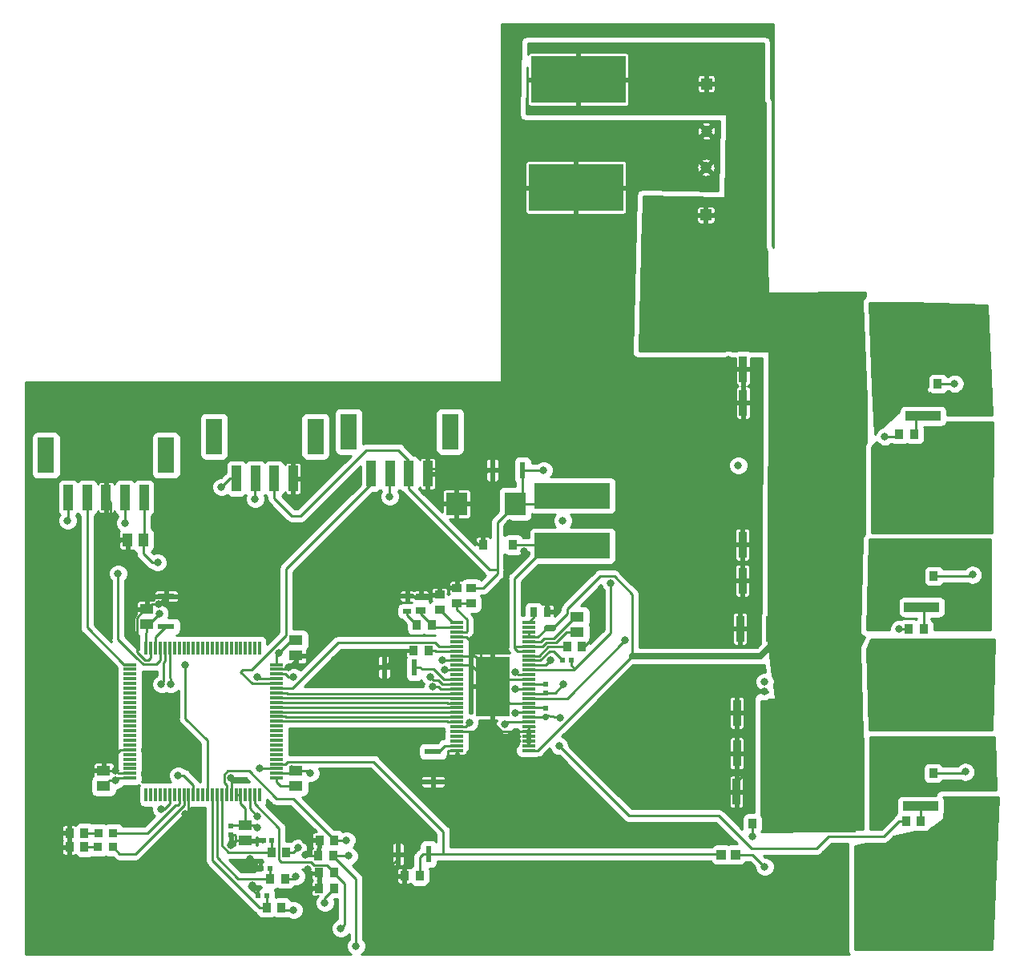
<source format=gbr>
G04 #@! TF.GenerationSoftware,KiCad,Pcbnew,5.0.2+dfsg1-1*
G04 #@! TF.CreationDate,2019-10-08T03:24:47-04:00*
G04 #@! TF.ProjectId,DSC_motor_controller,4453435f-6d6f-4746-9f72-5f636f6e7472,1*
G04 #@! TF.SameCoordinates,Original*
G04 #@! TF.FileFunction,Copper,L1,Top*
G04 #@! TF.FilePolarity,Positive*
%FSLAX46Y46*%
G04 Gerber Fmt 4.6, Leading zero omitted, Abs format (unit mm)*
G04 Created by KiCad (PCBNEW 5.0.2+dfsg1-1) date Tue 08 Oct 2019 03:24:47 AM EDT*
%MOMM*%
%LPD*%
G01*
G04 APERTURE LIST*
G04 #@! TA.AperFunction,SMDPad,CuDef*
%ADD10R,3.800000X1.050000*%
G04 #@! TD*
G04 #@! TA.AperFunction,SMDPad,CuDef*
%ADD11R,7.900000X10.750000*%
G04 #@! TD*
G04 #@! TA.AperFunction,SMDPad,CuDef*
%ADD12R,1.000000X2.700000*%
G04 #@! TD*
G04 #@! TA.AperFunction,SMDPad,CuDef*
%ADD13R,1.800000X3.800000*%
G04 #@! TD*
G04 #@! TA.AperFunction,SMDPad,CuDef*
%ADD14R,0.810000X2.820000*%
G04 #@! TD*
G04 #@! TA.AperFunction,SMDPad,CuDef*
%ADD15R,0.620000X1.820000*%
G04 #@! TD*
G04 #@! TA.AperFunction,SMDPad,CuDef*
%ADD16R,1.100000X1.470000*%
G04 #@! TD*
G04 #@! TA.AperFunction,SMDPad,CuDef*
%ADD17R,1.470000X1.100000*%
G04 #@! TD*
G04 #@! TA.AperFunction,ComponentPad*
%ADD18R,1.200000X1.200000*%
G04 #@! TD*
G04 #@! TA.AperFunction,ComponentPad*
%ADD19C,1.200000*%
G04 #@! TD*
G04 #@! TA.AperFunction,SMDPad,CuDef*
%ADD20R,10.000000X5.000000*%
G04 #@! TD*
G04 #@! TA.AperFunction,SMDPad,CuDef*
%ADD21R,0.900000X1.000000*%
G04 #@! TD*
G04 #@! TA.AperFunction,SMDPad,CuDef*
%ADD22R,0.600000X0.620000*%
G04 #@! TD*
G04 #@! TA.AperFunction,SMDPad,CuDef*
%ADD23R,0.620000X0.600000*%
G04 #@! TD*
G04 #@! TA.AperFunction,SMDPad,CuDef*
%ADD24R,0.980000X0.780000*%
G04 #@! TD*
G04 #@! TA.AperFunction,SMDPad,CuDef*
%ADD25R,0.780000X0.980000*%
G04 #@! TD*
G04 #@! TA.AperFunction,SMDPad,CuDef*
%ADD26R,0.940000X0.540000*%
G04 #@! TD*
G04 #@! TA.AperFunction,SMDPad,CuDef*
%ADD27R,1.820000X0.620000*%
G04 #@! TD*
G04 #@! TA.AperFunction,SMDPad,CuDef*
%ADD28R,2.300000X2.450000*%
G04 #@! TD*
G04 #@! TA.AperFunction,SMDPad,CuDef*
%ADD29R,1.000000X0.900000*%
G04 #@! TD*
G04 #@! TA.AperFunction,SMDPad,CuDef*
%ADD30R,8.000000X2.700000*%
G04 #@! TD*
G04 #@! TA.AperFunction,SMDPad,CuDef*
%ADD31R,0.920000X1.080000*%
G04 #@! TD*
G04 #@! TA.AperFunction,SMDPad,CuDef*
%ADD32R,1.000000X1.000000*%
G04 #@! TD*
G04 #@! TA.AperFunction,SMDPad,CuDef*
%ADD33R,0.300000X1.475000*%
G04 #@! TD*
G04 #@! TA.AperFunction,SMDPad,CuDef*
%ADD34R,1.475000X0.300000*%
G04 #@! TD*
G04 #@! TA.AperFunction,SMDPad,CuDef*
%ADD35R,3.610000X6.350000*%
G04 #@! TD*
G04 #@! TA.AperFunction,SMDPad,CuDef*
%ADD36R,0.900000X0.950000*%
G04 #@! TD*
G04 #@! TA.AperFunction,ViaPad*
%ADD37C,0.800000*%
G04 #@! TD*
G04 #@! TA.AperFunction,ViaPad*
%ADD38C,1.524000*%
G04 #@! TD*
G04 #@! TA.AperFunction,Conductor*
%ADD39C,0.250000*%
G04 #@! TD*
G04 #@! TA.AperFunction,Conductor*
%ADD40C,0.635000*%
G04 #@! TD*
G04 #@! TA.AperFunction,Conductor*
%ADD41C,0.254000*%
G04 #@! TD*
G04 APERTURE END LIST*
D10*
G04 #@! TO.P,Q3,1*
G04 #@! TO.N,Net-(Q3-Pad1)*
X179822000Y-99120000D03*
G04 #@! TO.P,Q3,2*
G04 #@! TO.N,/Motor_Driver/SH_B*
X179822000Y-94040000D03*
D11*
G04 #@! TO.P,Q3,3*
G04 #@! TO.N,SUPPLY*
X169072000Y-96580000D03*
G04 #@! TD*
D12*
G04 #@! TO.P,RECV1,1*
G04 #@! TO.N,/Motor_controller/SCL*
X121615000Y-84996000D03*
G04 #@! TO.P,RECV1,2*
G04 #@! TO.N,/Motor_controller/SDA*
X123615000Y-84996000D03*
G04 #@! TO.P,RECV1,3*
G04 #@! TO.N,+5V*
X125615000Y-84996000D03*
G04 #@! TO.P,RECV1,4*
G04 #@! TO.N,GND*
X127615000Y-84996000D03*
D13*
G04 #@! TO.P,RECV1,5*
G04 #@! TO.N,N/C*
X119265000Y-80546000D03*
G04 #@! TO.P,RECV1,6*
X129965000Y-80546000D03*
G04 #@! TD*
D14*
G04 #@! TO.P,C7,2*
G04 #@! TO.N,GND*
X160861000Y-96326000D03*
G04 #@! TO.P,C7,1*
G04 #@! TO.N,SUPPLY*
X164061000Y-96326000D03*
G04 #@! TD*
D15*
G04 #@! TO.P,C25,2*
G04 #@! TO.N,GND*
X123015000Y-105470000D03*
G04 #@! TO.P,C25,1*
G04 #@! TO.N,Net-(C25-Pad1)*
X126215000Y-105470000D03*
G04 #@! TD*
D16*
G04 #@! TO.P,C46,2*
G04 #@! TO.N,GND*
X95913000Y-92008000D03*
G04 #@! TO.P,C46,1*
G04 #@! TO.N,/Motor_controller/NRST*
X97533000Y-92008000D03*
G04 #@! TD*
D17*
G04 #@! TO.P,C30,2*
G04 #@! TO.N,Net-(C30-Pad2)*
X143411000Y-101756000D03*
G04 #@! TO.P,C30,1*
G04 #@! TO.N,Net-(C30-Pad1)*
X143411000Y-100136000D03*
G04 #@! TD*
G04 #@! TO.P,C45,2*
G04 #@! TO.N,GND*
X93373000Y-116392000D03*
G04 #@! TO.P,C45,1*
G04 #@! TO.N,+3V3*
X93373000Y-118012000D03*
G04 #@! TD*
G04 #@! TO.P,C44,2*
G04 #@! TO.N,GND*
X97945000Y-99326000D03*
G04 #@! TO.P,C44,1*
G04 #@! TO.N,+3V3*
X97945000Y-100946000D03*
G04 #@! TD*
G04 #@! TO.P,C43,2*
G04 #@! TO.N,GND*
X113693000Y-104248000D03*
G04 #@! TO.P,C43,1*
G04 #@! TO.N,+3V3*
X113693000Y-102628000D03*
G04 #@! TD*
G04 #@! TO.P,C42,1*
G04 #@! TO.N,+3V3*
X113693000Y-116392000D03*
G04 #@! TO.P,C42,2*
G04 #@! TO.N,Net-(C42-Pad2)*
X113693000Y-118012000D03*
G04 #@! TD*
G04 #@! TO.P,C41,2*
G04 #@! TO.N,GND*
X108359000Y-123806000D03*
G04 #@! TO.P,C41,1*
G04 #@! TO.N,+3V3*
X108359000Y-122186000D03*
G04 #@! TD*
D11*
G04 #@! TO.P,Q5,3*
G04 #@! TO.N,SUPPLY*
X168938000Y-117598500D03*
D10*
G04 #@! TO.P,Q5,2*
G04 #@! TO.N,/Motor_Driver/SH_C*
X179688000Y-115058500D03*
G04 #@! TO.P,Q5,1*
G04 #@! TO.N,Net-(Q5-Pad1)*
X179688000Y-120138500D03*
G04 #@! TD*
D11*
G04 #@! TO.P,Q1,3*
G04 #@! TO.N,SUPPLY*
X169199000Y-76387000D03*
D10*
G04 #@! TO.P,Q1,2*
G04 #@! TO.N,/Motor_Driver/SH_A*
X179949000Y-73847000D03*
G04 #@! TO.P,Q1,1*
G04 #@! TO.N,Net-(Q1-Pad1)*
X179949000Y-78927000D03*
G04 #@! TD*
D18*
G04 #@! TO.P,C17,1*
G04 #@! TO.N,SUPPLY*
X157050000Y-43800000D03*
D19*
G04 #@! TO.P,C17,2*
G04 #@! TO.N,GND*
X157050000Y-48800000D03*
G04 #@! TD*
D20*
G04 #@! TO.P,P5,1*
G04 #@! TO.N,GND*
X143275000Y-54775000D03*
G04 #@! TD*
D18*
G04 #@! TO.P,C18,1*
G04 #@! TO.N,SUPPLY*
X157000000Y-57650000D03*
D19*
G04 #@! TO.P,C18,2*
G04 #@! TO.N,GND*
X157000000Y-52650000D03*
G04 #@! TD*
D21*
G04 #@! TO.P,R26,2*
G04 #@! TO.N,/Motor_Driver/SH_A*
X179911000Y-75498000D03*
G04 #@! TO.P,R26,1*
G04 #@! TO.N,/Motor_Driver/Volt_A*
X181511000Y-75498000D03*
G04 #@! TD*
G04 #@! TO.P,R25,2*
G04 #@! TO.N,/Motor_Driver/Batt_voltage*
X117757000Y-123758000D03*
G04 #@! TO.P,R25,1*
G04 #@! TO.N,GND*
X116157000Y-123758000D03*
G04 #@! TD*
D20*
G04 #@! TO.P,P1,1*
G04 #@! TO.N,Net-(P1-Pad1)*
X179479000Y-87690000D03*
G04 #@! TD*
D14*
G04 #@! TO.P,C33,2*
G04 #@! TO.N,GND*
X160277000Y-110296000D03*
G04 #@! TO.P,C33,1*
G04 #@! TO.N,SUPPLY*
X163477000Y-110296000D03*
G04 #@! TD*
G04 #@! TO.P,C32,2*
G04 #@! TO.N,GND*
X160607000Y-101406000D03*
G04 #@! TO.P,C32,1*
G04 #@! TO.N,SUPPLY*
X163807000Y-101406000D03*
G04 #@! TD*
G04 #@! TO.P,C9,2*
G04 #@! TO.N,GND*
X160226000Y-118614500D03*
G04 #@! TO.P,C9,1*
G04 #@! TO.N,SUPPLY*
X163426000Y-118614500D03*
G04 #@! TD*
G04 #@! TO.P,C8,2*
G04 #@! TO.N,GND*
X160277000Y-114550500D03*
G04 #@! TO.P,C8,1*
G04 #@! TO.N,SUPPLY*
X163477000Y-114550500D03*
G04 #@! TD*
G04 #@! TO.P,C6,2*
G04 #@! TO.N,GND*
X160861000Y-92516000D03*
G04 #@! TO.P,C6,1*
G04 #@! TO.N,SUPPLY*
X164061000Y-92516000D03*
G04 #@! TD*
G04 #@! TO.P,C5,1*
G04 #@! TO.N,SUPPLY*
X164137000Y-77530000D03*
G04 #@! TO.P,C5,2*
G04 #@! TO.N,GND*
X160937000Y-77530000D03*
G04 #@! TD*
G04 #@! TO.P,C4,1*
G04 #@! TO.N,SUPPLY*
X164137000Y-73974000D03*
G04 #@! TO.P,C4,2*
G04 #@! TO.N,GND*
X160937000Y-73974000D03*
G04 #@! TD*
D22*
G04 #@! TO.P,C29,2*
G04 #@! TO.N,/Motor_Driver/SH_A*
X142807000Y-104708000D03*
G04 #@! TO.P,C29,1*
G04 #@! TO.N,Net-(C29-Pad1)*
X141887000Y-104708000D03*
G04 #@! TD*
D23*
G04 #@! TO.P,C28,2*
G04 #@! TO.N,/Motor_Driver/SH_B*
X140109000Y-108168000D03*
G04 #@! TO.P,C28,1*
G04 #@! TO.N,Net-(C28-Pad1)*
X140109000Y-107248000D03*
G04 #@! TD*
G04 #@! TO.P,C27,2*
G04 #@! TO.N,/Motor_Driver/SH_C*
X140109000Y-110708000D03*
G04 #@! TO.P,C27,1*
G04 #@! TO.N,Net-(C27-Pad1)*
X140109000Y-109788000D03*
G04 #@! TD*
D24*
G04 #@! TO.P,C20,2*
G04 #@! TO.N,GND*
X126901000Y-98039000D03*
G04 #@! TO.P,C20,1*
G04 #@! TO.N,Net-(C20-Pad1)*
X126901000Y-99439000D03*
G04 #@! TD*
D25*
G04 #@! TO.P,C31,2*
G04 #@! TO.N,Net-(C31-Pad2)*
X138839000Y-99628000D03*
G04 #@! TO.P,C31,1*
G04 #@! TO.N,GND*
X140239000Y-99628000D03*
G04 #@! TD*
D26*
G04 #@! TO.P,C19,2*
G04 #@! TO.N,GND*
X125440500Y-97939000D03*
G04 #@! TO.P,C19,1*
G04 #@! TO.N,Net-(C19-Pad1)*
X125440500Y-99539000D03*
G04 #@! TD*
D15*
G04 #@! TO.P,C26,2*
G04 #@! TO.N,GND*
X134445000Y-84642000D03*
G04 #@! TO.P,C26,1*
G04 #@! TO.N,+5V*
X137645000Y-84642000D03*
G04 #@! TD*
D27*
G04 #@! TO.P,C22,2*
G04 #@! TO.N,GND*
X128171000Y-117560000D03*
G04 #@! TO.P,C22,1*
G04 #@! TO.N,Net-(C22-Pad1)*
X128171000Y-114360000D03*
G04 #@! TD*
D28*
G04 #@! TO.P,C34,2*
G04 #@! TO.N,GND*
X130659000Y-88198000D03*
G04 #@! TO.P,C34,1*
G04 #@! TO.N,+5V*
X136859000Y-88198000D03*
G04 #@! TD*
D21*
G04 #@! TO.P,R23,2*
G04 #@! TO.N,/Motor_Driver/Volt_B*
X117731500Y-127187000D03*
G04 #@! TO.P,R23,1*
G04 #@! TO.N,GND*
X116131500Y-127187000D03*
G04 #@! TD*
G04 #@! TO.P,R18,2*
G04 #@! TO.N,Net-(C19-Pad1)*
X126444000Y-100961500D03*
G04 #@! TO.P,R18,1*
G04 #@! TO.N,Net-(C20-Pad1)*
X128044000Y-100961500D03*
G04 #@! TD*
D29*
G04 #@! TO.P,R17,1*
G04 #@! TO.N,+5V*
X132235000Y-97088000D03*
G04 #@! TO.P,R17,2*
G04 #@! TO.N,Net-(DRV1-Pad3)*
X132235000Y-98688000D03*
G04 #@! TD*
G04 #@! TO.P,R16,1*
G04 #@! TO.N,Net-(DRV1-Pad3)*
X130711000Y-98688000D03*
G04 #@! TO.P,R16,2*
G04 #@! TO.N,GND*
X130711000Y-97088000D03*
G04 #@! TD*
D21*
G04 #@! TO.P,R20,1*
G04 #@! TO.N,Net-(DRV1-Pad49)*
X142319000Y-103311000D03*
G04 #@! TO.P,R20,2*
G04 #@! TO.N,GND*
X143919000Y-103311000D03*
G04 #@! TD*
G04 #@! TO.P,R21,1*
G04 #@! TO.N,Net-(DRV1-Pad7)*
X127701000Y-103692000D03*
G04 #@! TO.P,R21,2*
G04 #@! TO.N,GND*
X126101000Y-103692000D03*
G04 #@! TD*
G04 #@! TO.P,R22,2*
G04 #@! TO.N,/Motor_Driver/Volt_A*
X117668000Y-125409000D03*
G04 #@! TO.P,R22,1*
G04 #@! TO.N,GND*
X116068000Y-125409000D03*
G04 #@! TD*
D29*
G04 #@! TO.P,R19,1*
G04 #@! TO.N,Net-(DRV1-Pad1)*
X128869500Y-99412000D03*
G04 #@! TO.P,R19,2*
G04 #@! TO.N,GND*
X128869500Y-97812000D03*
G04 #@! TD*
D21*
G04 #@! TO.P,R27,2*
G04 #@! TO.N,/Motor_Driver/SH_B*
X179479000Y-95818000D03*
G04 #@! TO.P,R27,1*
G04 #@! TO.N,/Motor_Driver/Volt_B*
X181079000Y-95818000D03*
G04 #@! TD*
G04 #@! TO.P,R28,2*
G04 #@! TO.N,/Motor_Driver/SH_C*
X179441000Y-116646000D03*
G04 #@! TO.P,R28,1*
G04 #@! TO.N,/Motor_Driver/Volt_C*
X181041000Y-116646000D03*
G04 #@! TD*
G04 #@! TO.P,R29,2*
G04 #@! TO.N,SUPPLY*
X163515000Y-121980000D03*
G04 #@! TO.P,R29,1*
G04 #@! TO.N,/Motor_Driver/Batt_voltage*
X161915000Y-121980000D03*
G04 #@! TD*
G04 #@! TO.P,R24,2*
G04 #@! TO.N,/Motor_Driver/Volt_C*
X117731500Y-128838000D03*
G04 #@! TO.P,R24,1*
G04 #@! TO.N,GND*
X116131500Y-128838000D03*
G04 #@! TD*
D30*
G04 #@! TO.P,L1,2*
G04 #@! TO.N,+5V*
X142903000Y-87326000D03*
G04 #@! TO.P,L1,1*
G04 #@! TO.N,Net-(C30-Pad2)*
X142903000Y-92626000D03*
G04 #@! TD*
D31*
G04 #@! TO.P,D1,2*
G04 #@! TO.N,GND*
X133429000Y-92516000D03*
G04 #@! TO.P,D1,1*
G04 #@! TO.N,Net-(C30-Pad2)*
X136629000Y-92516000D03*
G04 #@! TD*
D23*
G04 #@! TO.P,C35,2*
G04 #@! TO.N,GND*
X106835000Y-123154000D03*
G04 #@! TO.P,C35,1*
G04 #@! TO.N,+3V3*
X106835000Y-122234000D03*
G04 #@! TD*
D22*
G04 #@! TO.P,C12,2*
G04 #@! TO.N,GND*
X110233000Y-123758000D03*
G04 #@! TO.P,C12,1*
G04 #@! TO.N,/Motor_controller/Curr_C*
X111153000Y-123758000D03*
G04 #@! TD*
G04 #@! TO.P,C11,2*
G04 #@! TO.N,GND*
X109994500Y-126755200D03*
G04 #@! TO.P,C11,1*
G04 #@! TO.N,/Motor_controller/Curr_B*
X110914500Y-126755200D03*
G04 #@! TD*
G04 #@! TO.P,C10,2*
G04 #@! TO.N,GND*
X109677000Y-129600000D03*
G04 #@! TO.P,C10,1*
G04 #@! TO.N,/Motor_controller/Curr_A*
X110597000Y-129600000D03*
G04 #@! TD*
D12*
G04 #@! TO.P,SWD1,1*
G04 #@! TO.N,+3V3*
X89627000Y-87530000D03*
G04 #@! TO.P,SWD1,2*
G04 #@! TO.N,/Motor_controller/SWCLK*
X91627000Y-87530000D03*
G04 #@! TO.P,SWD1,3*
G04 #@! TO.N,GND*
X93627000Y-87530000D03*
G04 #@! TO.P,SWD1,4*
G04 #@! TO.N,/Motor_controller/SWDIO*
X95627000Y-87530000D03*
G04 #@! TO.P,SWD1,5*
G04 #@! TO.N,/Motor_controller/NRST*
X97627000Y-87530000D03*
D13*
G04 #@! TO.P,SWD1,6*
G04 #@! TO.N,N/C*
X87277000Y-83080000D03*
G04 #@! TO.P,SWD1,7*
X99977000Y-83080000D03*
G04 #@! TD*
D32*
G04 #@! TO.P,RTEMP1,2*
G04 #@! TO.N,/Motor_controller/Temp_sense*
X158651000Y-125282000D03*
G04 #@! TO.P,RTEMP1,1*
G04 #@! TO.N,+3V3*
X160151000Y-125282000D03*
G04 #@! TD*
D21*
G04 #@! TO.P,R15,2*
G04 #@! TO.N,GND*
X125148500Y-127504500D03*
G04 #@! TO.P,R15,1*
G04 #@! TO.N,/Motor_controller/Temp_sense*
X126748500Y-127504500D03*
G04 #@! TD*
G04 #@! TO.P,R14,2*
G04 #@! TO.N,/Motor_controller/Curr_C*
X111077000Y-125028000D03*
G04 #@! TO.P,R14,1*
G04 #@! TO.N,/Power/C_C*
X112677000Y-125028000D03*
G04 #@! TD*
G04 #@! TO.P,R13,2*
G04 #@! TO.N,/Motor_controller/Curr_B*
X110924500Y-127822000D03*
G04 #@! TO.P,R13,1*
G04 #@! TO.N,/Power/C_B*
X112524500Y-127822000D03*
G04 #@! TD*
G04 #@! TO.P,R12,2*
G04 #@! TO.N,/Motor_controller/Curr_A*
X110569000Y-130870000D03*
G04 #@! TO.P,R12,1*
G04 #@! TO.N,/Power/C_A*
X112169000Y-130870000D03*
G04 #@! TD*
G04 #@! TO.P,R7,1*
G04 #@! TO.N,/Motor_Driver/GH_C*
X178133000Y-121726000D03*
G04 #@! TO.P,R7,2*
G04 #@! TO.N,Net-(Q5-Pad1)*
X179733000Y-121726000D03*
G04 #@! TD*
G04 #@! TO.P,R5,2*
G04 #@! TO.N,Net-(Q3-Pad1)*
X180025000Y-101406000D03*
G04 #@! TO.P,R5,1*
G04 #@! TO.N,/Motor_Driver/GH_B*
X178425000Y-101406000D03*
G04 #@! TD*
G04 #@! TO.P,R3,2*
G04 #@! TO.N,Net-(Q1-Pad1)*
X179047000Y-80832000D03*
G04 #@! TO.P,R3,1*
G04 #@! TO.N,/Motor_Driver/GH_A*
X177447000Y-80832000D03*
G04 #@! TD*
G04 #@! TO.P,R2,2*
G04 #@! TO.N,Net-(D3-Pad1)*
X91341000Y-124459108D03*
G04 #@! TO.P,R2,1*
G04 #@! TO.N,GND*
X89741000Y-124459108D03*
G04 #@! TD*
G04 #@! TO.P,R1,2*
G04 #@! TO.N,Net-(D2-Pad1)*
X91341000Y-122996000D03*
G04 #@! TO.P,R1,1*
G04 #@! TO.N,GND*
X89741000Y-122996000D03*
G04 #@! TD*
D20*
G04 #@! TO.P,P4,1*
G04 #@! TO.N,SUPPLY*
X143525000Y-43350000D03*
G04 #@! TD*
G04 #@! TO.P,P3,1*
G04 #@! TO.N,Net-(P3-Pad1)*
X178526500Y-128711000D03*
G04 #@! TD*
G04 #@! TO.P,P2,1*
G04 #@! TO.N,Net-(P2-Pad1)*
X179225000Y-108264000D03*
G04 #@! TD*
D33*
G04 #@! TO.P,DSC1,1*
G04 #@! TO.N,Net-(DSC1-Pad1)*
X97850500Y-118923000D03*
G04 #@! TO.P,DSC1,2*
G04 #@! TO.N,Net-(DSC1-Pad2)*
X98350500Y-118923000D03*
G04 #@! TO.P,DSC1,3*
G04 #@! TO.N,Net-(DSC1-Pad3)*
X98850500Y-118923000D03*
G04 #@! TO.P,DSC1,4*
G04 #@! TO.N,Net-(DSC1-Pad4)*
X99350500Y-118923000D03*
G04 #@! TO.P,DSC1,5*
G04 #@! TO.N,Net-(DSC1-Pad5)*
X99850500Y-118923000D03*
G04 #@! TO.P,DSC1,6*
G04 #@! TO.N,+3V3*
X100350500Y-118923000D03*
G04 #@! TO.P,DSC1,7*
G04 #@! TO.N,Net-(DSC1-Pad7)*
X100850500Y-118923000D03*
G04 #@! TO.P,DSC1,8*
G04 #@! TO.N,/Motor_controller/LED_Green*
X101350500Y-118923000D03*
G04 #@! TO.P,DSC1,9*
G04 #@! TO.N,/Motor_controller/LED_Red*
X101850500Y-118923000D03*
G04 #@! TO.P,DSC1,10*
G04 #@! TO.N,GND*
X102350500Y-118923000D03*
G04 #@! TO.P,DSC1,11*
G04 #@! TO.N,+3V3*
X102850500Y-118923000D03*
G04 #@! TO.P,DSC1,12*
G04 #@! TO.N,Net-(DSC1-Pad12)*
X103350500Y-118923000D03*
G04 #@! TO.P,DSC1,13*
G04 #@! TO.N,Net-(DSC1-Pad13)*
X103850500Y-118923000D03*
G04 #@! TO.P,DSC1,14*
G04 #@! TO.N,/Motor_controller/NRST*
X104350500Y-118923000D03*
G04 #@! TO.P,DSC1,15*
G04 #@! TO.N,/Motor_controller/Curr_A*
X104850500Y-118923000D03*
G04 #@! TO.P,DSC1,16*
G04 #@! TO.N,/Motor_controller/Curr_B*
X105350500Y-118923000D03*
G04 #@! TO.P,DSC1,17*
G04 #@! TO.N,/Motor_controller/Curr_C*
X105850500Y-118923000D03*
G04 #@! TO.P,DSC1,18*
G04 #@! TO.N,/Motor_Driver/Batt_voltage*
X106350500Y-118923000D03*
G04 #@! TO.P,DSC1,19*
G04 #@! TO.N,GND*
X106850500Y-118923000D03*
G04 #@! TO.P,DSC1,20*
G04 #@! TO.N,+3V3*
X107350500Y-118923000D03*
G04 #@! TO.P,DSC1,21*
X107850500Y-118923000D03*
G04 #@! TO.P,DSC1,22*
G04 #@! TO.N,Net-(DSC1-Pad22)*
X108350500Y-118923000D03*
G04 #@! TO.P,DSC1,23*
G04 #@! TO.N,/Motor_Driver/Volt_A*
X108850500Y-118923000D03*
G04 #@! TO.P,DSC1,24*
G04 #@! TO.N,/Motor_Driver/Volt_B*
X109350500Y-118923000D03*
G04 #@! TO.P,DSC1,25*
G04 #@! TO.N,Net-(DSC1-Pad25)*
X109850500Y-118923000D03*
D34*
G04 #@! TO.P,DSC1,26*
G04 #@! TO.N,Net-(C42-Pad2)*
X111588500Y-117185000D03*
G04 #@! TO.P,DSC1,27*
G04 #@! TO.N,+3V3*
X111588500Y-116685000D03*
G04 #@! TO.P,DSC1,28*
G04 #@! TO.N,/Motor_Driver/Volt_C*
X111588500Y-116185000D03*
G04 #@! TO.P,DSC1,29*
G04 #@! TO.N,/Motor_controller/Temp_sense*
X111588500Y-115685000D03*
G04 #@! TO.P,DSC1,30*
G04 #@! TO.N,Net-(DSC1-Pad30)*
X111588500Y-115185000D03*
G04 #@! TO.P,DSC1,31*
G04 #@! TO.N,Net-(DSC1-Pad31)*
X111588500Y-114685000D03*
G04 #@! TO.P,DSC1,32*
G04 #@! TO.N,Net-(DSC1-Pad32)*
X111588500Y-114185000D03*
G04 #@! TO.P,DSC1,33*
G04 #@! TO.N,Net-(DSC1-Pad33)*
X111588500Y-113685000D03*
G04 #@! TO.P,DSC1,34*
G04 #@! TO.N,Net-(DSC1-Pad34)*
X111588500Y-113185000D03*
G04 #@! TO.P,DSC1,35*
G04 #@! TO.N,Net-(DSC1-Pad35)*
X111588500Y-112685000D03*
G04 #@! TO.P,DSC1,36*
G04 #@! TO.N,Net-(DSC1-Pad36)*
X111588500Y-112185000D03*
G04 #@! TO.P,DSC1,37*
G04 #@! TO.N,Net-(DSC1-Pad37)*
X111588500Y-111685000D03*
G04 #@! TO.P,DSC1,38*
G04 #@! TO.N,/Motor_Driver/PWM_C_L*
X111588500Y-111185000D03*
G04 #@! TO.P,DSC1,39*
G04 #@! TO.N,/Motor_Driver/PWM_C_H*
X111588500Y-110685000D03*
G04 #@! TO.P,DSC1,40*
G04 #@! TO.N,/Motor_Driver/PWM_B_L*
X111588500Y-110185000D03*
G04 #@! TO.P,DSC1,41*
G04 #@! TO.N,/Motor_Driver/PWM_B_H*
X111588500Y-109685000D03*
G04 #@! TO.P,DSC1,42*
G04 #@! TO.N,/Motor_Driver/PWM_A_L*
X111588500Y-109185000D03*
G04 #@! TO.P,DSC1,43*
G04 #@! TO.N,/Motor_Driver/PWM_A_H*
X111588500Y-108685000D03*
G04 #@! TO.P,DSC1,44*
G04 #@! TO.N,/Motor_Driver/EN_GATE*
X111588500Y-108185000D03*
G04 #@! TO.P,DSC1,45*
G04 #@! TO.N,/Motor_Driver/FAULT*
X111588500Y-107685000D03*
G04 #@! TO.P,DSC1,46*
G04 #@! TO.N,/Motor_controller/SCL*
X111588500Y-107185000D03*
G04 #@! TO.P,DSC1,47*
G04 #@! TO.N,/Motor_controller/SDA*
X111588500Y-106685000D03*
G04 #@! TO.P,DSC1,48*
G04 #@! TO.N,Net-(C36-Pad1)*
X111588500Y-106185000D03*
G04 #@! TO.P,DSC1,49*
G04 #@! TO.N,GND*
X111588500Y-105685000D03*
G04 #@! TO.P,DSC1,50*
G04 #@! TO.N,+3V3*
X111588500Y-105185000D03*
D33*
G04 #@! TO.P,DSC1,51*
G04 #@! TO.N,Net-(DSC1-Pad51)*
X109850500Y-103447000D03*
G04 #@! TO.P,DSC1,52*
G04 #@! TO.N,Net-(DSC1-Pad52)*
X109350500Y-103447000D03*
G04 #@! TO.P,DSC1,53*
G04 #@! TO.N,Net-(DSC1-Pad53)*
X108850500Y-103447000D03*
G04 #@! TO.P,DSC1,54*
G04 #@! TO.N,Net-(DSC1-Pad54)*
X108350500Y-103447000D03*
G04 #@! TO.P,DSC1,55*
G04 #@! TO.N,Net-(DSC1-Pad55)*
X107850500Y-103447000D03*
G04 #@! TO.P,DSC1,56*
G04 #@! TO.N,Net-(DSC1-Pad56)*
X107350500Y-103447000D03*
G04 #@! TO.P,DSC1,57*
G04 #@! TO.N,Net-(DSC1-Pad57)*
X106850500Y-103447000D03*
G04 #@! TO.P,DSC1,58*
G04 #@! TO.N,Net-(DSC1-Pad58)*
X106350500Y-103447000D03*
G04 #@! TO.P,DSC1,59*
G04 #@! TO.N,Net-(DSC1-Pad59)*
X105850500Y-103447000D03*
G04 #@! TO.P,DSC1,60*
G04 #@! TO.N,Net-(DSC1-Pad60)*
X105350500Y-103447000D03*
G04 #@! TO.P,DSC1,61*
G04 #@! TO.N,Net-(DSC1-Pad61)*
X104850500Y-103447000D03*
G04 #@! TO.P,DSC1,62*
G04 #@! TO.N,Net-(DSC1-Pad62)*
X104350500Y-103447000D03*
G04 #@! TO.P,DSC1,63*
G04 #@! TO.N,Net-(DSC1-Pad63)*
X103850500Y-103447000D03*
G04 #@! TO.P,DSC1,64*
G04 #@! TO.N,Net-(DSC1-Pad64)*
X103350500Y-103447000D03*
G04 #@! TO.P,DSC1,65*
G04 #@! TO.N,Net-(DSC1-Pad65)*
X102850500Y-103447000D03*
G04 #@! TO.P,DSC1,66*
G04 #@! TO.N,Net-(DSC1-Pad66)*
X102350500Y-103447000D03*
G04 #@! TO.P,DSC1,67*
G04 #@! TO.N,Net-(DSC1-Pad67)*
X101850500Y-103447000D03*
G04 #@! TO.P,DSC1,68*
G04 #@! TO.N,Net-(DSC1-Pad68)*
X101350500Y-103447000D03*
G04 #@! TO.P,DSC1,69*
G04 #@! TO.N,Net-(DSC1-Pad69)*
X100850500Y-103447000D03*
G04 #@! TO.P,DSC1,70*
G04 #@! TO.N,/CAN/CAN_RX*
X100350500Y-103447000D03*
G04 #@! TO.P,DSC1,71*
G04 #@! TO.N,/CAN/CAN_TX*
X99850500Y-103447000D03*
G04 #@! TO.P,DSC1,72*
G04 #@! TO.N,/Motor_controller/SWDIO*
X99350500Y-103447000D03*
G04 #@! TO.P,DSC1,73*
G04 #@! TO.N,Net-(C37-Pad1)*
X98850500Y-103447000D03*
G04 #@! TO.P,DSC1,74*
G04 #@! TO.N,GND*
X98350500Y-103447000D03*
G04 #@! TO.P,DSC1,75*
G04 #@! TO.N,+3V3*
X97850500Y-103447000D03*
D34*
G04 #@! TO.P,DSC1,76*
G04 #@! TO.N,/Motor_controller/SWCLK*
X96112500Y-105185000D03*
G04 #@! TO.P,DSC1,77*
G04 #@! TO.N,Net-(DSC1-Pad77)*
X96112500Y-105685000D03*
G04 #@! TO.P,DSC1,78*
G04 #@! TO.N,Net-(DSC1-Pad78)*
X96112500Y-106185000D03*
G04 #@! TO.P,DSC1,79*
G04 #@! TO.N,Net-(DSC1-Pad79)*
X96112500Y-106685000D03*
G04 #@! TO.P,DSC1,80*
G04 #@! TO.N,Net-(DSC1-Pad80)*
X96112500Y-107185000D03*
G04 #@! TO.P,DSC1,81*
G04 #@! TO.N,Net-(DSC1-Pad81)*
X96112500Y-107685000D03*
G04 #@! TO.P,DSC1,82*
G04 #@! TO.N,Net-(DSC1-Pad82)*
X96112500Y-108185000D03*
G04 #@! TO.P,DSC1,83*
G04 #@! TO.N,Net-(DSC1-Pad83)*
X96112500Y-108685000D03*
G04 #@! TO.P,DSC1,84*
G04 #@! TO.N,Net-(DSC1-Pad84)*
X96112500Y-109185000D03*
G04 #@! TO.P,DSC1,85*
G04 #@! TO.N,Net-(DSC1-Pad85)*
X96112500Y-109685000D03*
G04 #@! TO.P,DSC1,86*
G04 #@! TO.N,Net-(DSC1-Pad86)*
X96112500Y-110185000D03*
G04 #@! TO.P,DSC1,87*
G04 #@! TO.N,Net-(DSC1-Pad87)*
X96112500Y-110685000D03*
G04 #@! TO.P,DSC1,88*
G04 #@! TO.N,Net-(DSC1-Pad88)*
X96112500Y-111185000D03*
G04 #@! TO.P,DSC1,89*
G04 #@! TO.N,Net-(DSC1-Pad89)*
X96112500Y-111685000D03*
G04 #@! TO.P,DSC1,90*
G04 #@! TO.N,Net-(DSC1-Pad90)*
X96112500Y-112185000D03*
G04 #@! TO.P,DSC1,91*
G04 #@! TO.N,Net-(DSC1-Pad91)*
X96112500Y-112685000D03*
G04 #@! TO.P,DSC1,92*
G04 #@! TO.N,Net-(DSC1-Pad92)*
X96112500Y-113185000D03*
G04 #@! TO.P,DSC1,93*
G04 #@! TO.N,Net-(DSC1-Pad93)*
X96112500Y-113685000D03*
G04 #@! TO.P,DSC1,94*
G04 #@! TO.N,GND*
X96112500Y-114185000D03*
G04 #@! TO.P,DSC1,95*
G04 #@! TO.N,Net-(DSC1-Pad95)*
X96112500Y-114685000D03*
G04 #@! TO.P,DSC1,96*
G04 #@! TO.N,Net-(DSC1-Pad96)*
X96112500Y-115185000D03*
G04 #@! TO.P,DSC1,97*
G04 #@! TO.N,Net-(DSC1-Pad97)*
X96112500Y-115685000D03*
G04 #@! TO.P,DSC1,98*
G04 #@! TO.N,Net-(DSC1-Pad98)*
X96112500Y-116185000D03*
G04 #@! TO.P,DSC1,99*
G04 #@! TO.N,GND*
X96112500Y-116685000D03*
G04 #@! TO.P,DSC1,100*
G04 #@! TO.N,+3V3*
X96112500Y-117185000D03*
G04 #@! TD*
G04 #@! TO.P,DRV1,1*
G04 #@! TO.N,Net-(DRV1-Pad1)*
X130689327Y-100752000D03*
G04 #@! TO.P,DRV1,2*
G04 #@! TO.N,Net-(C20-Pad1)*
X130689327Y-101252000D03*
G04 #@! TO.P,DRV1,3*
G04 #@! TO.N,Net-(DRV1-Pad3)*
X130689327Y-101752000D03*
G04 #@! TO.P,DRV1,4*
G04 #@! TO.N,GND*
X130689327Y-102252000D03*
G04 #@! TO.P,DRV1,5*
G04 #@! TO.N,Net-(DRV1-Pad5)*
X130689327Y-102752000D03*
G04 #@! TO.P,DRV1,6*
G04 #@! TO.N,/Motor_Driver/FAULT*
X130689327Y-103252000D03*
G04 #@! TO.P,DRV1,7*
G04 #@! TO.N,Net-(DRV1-Pad7)*
X130689327Y-103752000D03*
G04 #@! TO.P,DRV1,8*
G04 #@! TO.N,GND*
X130689327Y-104252000D03*
G04 #@! TO.P,DRV1,9*
G04 #@! TO.N,+3V3*
X130689327Y-104752000D03*
G04 #@! TO.P,DRV1,10*
G04 #@! TO.N,GND*
X130689327Y-105252000D03*
G04 #@! TO.P,DRV1,11*
G04 #@! TO.N,Net-(C24-Pad1)*
X130689327Y-105752000D03*
G04 #@! TO.P,DRV1,12*
G04 #@! TO.N,Net-(DRV1-Pad12)*
X130689327Y-106252000D03*
G04 #@! TO.P,DRV1,13*
G04 #@! TO.N,Net-(C25-Pad1)*
X130689327Y-106752000D03*
G04 #@! TO.P,DRV1,14*
G04 #@! TO.N,Net-(C21-Pad1)*
X130689327Y-107252000D03*
G04 #@! TO.P,DRV1,15*
G04 #@! TO.N,Net-(C21-Pad2)*
X130689327Y-107752000D03*
G04 #@! TO.P,DRV1,16*
G04 #@! TO.N,/Motor_Driver/EN_GATE*
X130689327Y-108252000D03*
G04 #@! TO.P,DRV1,17*
G04 #@! TO.N,/Motor_Driver/PWM_A_H*
X130689327Y-108752000D03*
G04 #@! TO.P,DRV1,18*
G04 #@! TO.N,/Motor_Driver/PWM_A_L*
X130689327Y-109252000D03*
G04 #@! TO.P,DRV1,19*
G04 #@! TO.N,/Motor_Driver/PWM_B_H*
X130689327Y-109752000D03*
G04 #@! TO.P,DRV1,20*
G04 #@! TO.N,/Motor_Driver/PWM_B_L*
X130689327Y-110252000D03*
G04 #@! TO.P,DRV1,21*
G04 #@! TO.N,/Motor_Driver/PWM_C_H*
X130689327Y-110752000D03*
G04 #@! TO.P,DRV1,22*
G04 #@! TO.N,/Motor_Driver/PWM_C_L*
X130689327Y-111252000D03*
G04 #@! TO.P,DRV1,23*
G04 #@! TO.N,Net-(C23-Pad1)*
X130689327Y-111752000D03*
G04 #@! TO.P,DRV1,24*
G04 #@! TO.N,GND*
X130689327Y-112252000D03*
G04 #@! TO.P,DRV1,25*
G04 #@! TO.N,Net-(DRV1-Pad25)*
X130689327Y-112752000D03*
G04 #@! TO.P,DRV1,26*
G04 #@! TO.N,Net-(DRV1-Pad26)*
X130689327Y-113252000D03*
G04 #@! TO.P,DRV1,27*
G04 #@! TO.N,Net-(C22-Pad1)*
X130689327Y-113752000D03*
G04 #@! TO.P,DRV1,28*
G04 #@! TO.N,GND*
X130689327Y-114252000D03*
G04 #@! TO.P,DRV1,29*
G04 #@! TO.N,SUPPLY*
X138265327Y-114252000D03*
G04 #@! TO.P,DRV1,30*
G04 #@! TO.N,GND*
X138265327Y-113752000D03*
G04 #@! TO.P,DRV1,31*
X138265327Y-113252000D03*
G04 #@! TO.P,DRV1,32*
X138265327Y-112752000D03*
G04 #@! TO.P,DRV1,33*
X138265327Y-112252000D03*
G04 #@! TO.P,DRV1,34*
X138265327Y-111752000D03*
G04 #@! TO.P,DRV1,35*
G04 #@! TO.N,/Motor_Driver/GL_C*
X138265327Y-111252000D03*
G04 #@! TO.P,DRV1,36*
G04 #@! TO.N,/Motor_Driver/SH_C*
X138265327Y-110752000D03*
G04 #@! TO.P,DRV1,37*
G04 #@! TO.N,/Motor_Driver/GH_C*
X138265327Y-110252000D03*
G04 #@! TO.P,DRV1,38*
G04 #@! TO.N,Net-(C27-Pad1)*
X138265327Y-109752000D03*
G04 #@! TO.P,DRV1,39*
G04 #@! TO.N,GND*
X138265327Y-109252000D03*
G04 #@! TO.P,DRV1,40*
G04 #@! TO.N,/Motor_Driver/GL_B*
X138265327Y-108752000D03*
G04 #@! TO.P,DRV1,41*
G04 #@! TO.N,/Motor_Driver/SH_B*
X138265327Y-108252000D03*
G04 #@! TO.P,DRV1,42*
G04 #@! TO.N,/Motor_Driver/GH_B*
X138265327Y-107752000D03*
G04 #@! TO.P,DRV1,43*
G04 #@! TO.N,Net-(C28-Pad1)*
X138265327Y-107252000D03*
G04 #@! TO.P,DRV1,44*
G04 #@! TO.N,GND*
X138265327Y-106752000D03*
G04 #@! TO.P,DRV1,45*
G04 #@! TO.N,/Motor_Driver/GL_A*
X138265327Y-106252000D03*
G04 #@! TO.P,DRV1,46*
G04 #@! TO.N,/Motor_Driver/SH_A*
X138265327Y-105752000D03*
G04 #@! TO.P,DRV1,47*
G04 #@! TO.N,/Motor_Driver/GH_A*
X138265327Y-105252000D03*
G04 #@! TO.P,DRV1,48*
G04 #@! TO.N,Net-(C29-Pad1)*
X138265327Y-104752000D03*
G04 #@! TO.P,DRV1,49*
G04 #@! TO.N,Net-(DRV1-Pad49)*
X138265327Y-104252000D03*
G04 #@! TO.P,DRV1,50*
G04 #@! TO.N,Net-(C30-Pad2)*
X138265327Y-103752000D03*
G04 #@! TO.P,DRV1,51*
X138265327Y-103252000D03*
G04 #@! TO.P,DRV1,52*
G04 #@! TO.N,Net-(C30-Pad1)*
X138265327Y-102752000D03*
G04 #@! TO.P,DRV1,53*
G04 #@! TO.N,SUPPLY*
X138265327Y-102252000D03*
G04 #@! TO.P,DRV1,54*
X138265327Y-101752000D03*
G04 #@! TO.P,DRV1,55*
G04 #@! TO.N,Net-(DRV1-Pad55)*
X138265327Y-101252000D03*
G04 #@! TO.P,DRV1,56*
G04 #@! TO.N,Net-(C31-Pad2)*
X138265327Y-100752000D03*
D35*
G04 #@! TO.P,DRV1,57*
G04 #@! TO.N,GND*
X134477327Y-107502000D03*
G04 #@! TD*
D36*
G04 #@! TO.P,D3,2*
G04 #@! TO.N,/Motor_controller/LED_Red*
X94348497Y-124459108D03*
G04 #@! TO.P,D3,1*
G04 #@! TO.N,Net-(D3-Pad1)*
X92748497Y-124459108D03*
G04 #@! TD*
G04 #@! TO.P,D2,2*
G04 #@! TO.N,/Motor_controller/LED_Green*
X94389000Y-122996000D03*
G04 #@! TO.P,D2,1*
G04 #@! TO.N,Net-(D2-Pad1)*
X92789000Y-122996000D03*
G04 #@! TD*
D27*
G04 #@! TO.P,C37,2*
G04 #@! TO.N,GND*
X99977000Y-97952000D03*
G04 #@! TO.P,C37,1*
G04 #@! TO.N,Net-(C37-Pad1)*
X99977000Y-101152000D03*
G04 #@! TD*
D15*
G04 #@! TO.P,C16,2*
G04 #@! TO.N,GND*
X124475500Y-125218500D03*
G04 #@! TO.P,C16,1*
G04 #@! TO.N,/Motor_controller/Temp_sense*
X127675500Y-125218500D03*
G04 #@! TD*
D12*
G04 #@! TO.P,BUSCNT1,1*
G04 #@! TO.N,/CAN/CAN_HI*
X107391000Y-85504000D03*
G04 #@! TO.P,BUSCNT1,2*
G04 #@! TO.N,/CAN/CAN_LO*
X109391000Y-85504000D03*
G04 #@! TO.P,BUSCNT1,3*
G04 #@! TO.N,+5V*
X111391000Y-85504000D03*
G04 #@! TO.P,BUSCNT1,4*
G04 #@! TO.N,GND*
X113391000Y-85504000D03*
D13*
G04 #@! TO.P,BUSCNT1,5*
G04 #@! TO.N,N/C*
X105041000Y-81054000D03*
G04 #@! TO.P,BUSCNT1,6*
X115741000Y-81054000D03*
G04 #@! TD*
D37*
G04 #@! TO.N,GND*
X112931000Y-105470000D03*
X99160779Y-98806769D03*
X94135000Y-92262000D03*
X102009000Y-120964000D03*
X94643000Y-116407997D03*
X124869000Y-116392000D03*
X133251000Y-109788000D03*
X133505000Y-108772000D03*
X135283000Y-109788000D03*
X161445000Y-116392000D03*
X113693000Y-87944000D03*
X157381000Y-96326000D03*
X159413000Y-101914000D03*
X161953000Y-87595009D03*
X129441000Y-96580000D03*
X134477327Y-109661000D03*
X145443000Y-101977500D03*
X137823000Y-93241000D03*
X136266429Y-90244431D03*
X128933000Y-84896000D03*
X131473000Y-85404000D03*
X131727000Y-91246000D03*
X123599000Y-103946000D03*
X163149918Y-108010000D03*
X159413000Y-77276000D03*
X159413000Y-72958000D03*
X114709000Y-123758000D03*
X114963000Y-126806000D03*
X114455000Y-129600000D03*
X106835000Y-117154000D03*
X101755000Y-115630000D03*
X114709000Y-125282000D03*
X108841600Y-125753000D03*
X161631815Y-127787185D03*
X158651000Y-110296000D03*
X109042069Y-128547010D03*
X106839653Y-124261347D03*
X100231000Y-125536004D03*
X88293000Y-123758000D03*
X140363000Y-97596016D03*
X123345000Y-126806000D03*
G04 #@! TO.N,+5V*
X139855000Y-84642000D03*
G04 #@! TO.N,/CAN/CAN_LO*
X109375000Y-87690000D03*
G04 #@! TO.N,/CAN/CAN_HI*
X105819000Y-86420000D03*
G04 #@! TO.N,+3V3*
X99469000Y-120456000D03*
X99282565Y-99799328D03*
X89563000Y-89976000D03*
X94643000Y-117408000D03*
X129187000Y-104708000D03*
X141887000Y-89976000D03*
X115212347Y-116650653D03*
X160429000Y-84134000D03*
X111915000Y-103946000D03*
X163223000Y-106994000D03*
X101247002Y-116900020D03*
X163223000Y-126551990D03*
X109556590Y-122424910D03*
G04 #@! TO.N,Net-(C21-Pad2)*
X128171000Y-107527000D03*
G04 #@! TO.N,Net-(C21-Pad1)*
X127917000Y-106486000D03*
G04 #@! TO.N,Net-(C23-Pad1)*
X132026829Y-111312000D03*
D38*
G04 #@! TO.N,/Motor_Driver/SH_C*
X175542000Y-114106000D03*
X180622000Y-113725000D03*
X176939000Y-118170000D03*
X178844000Y-113598000D03*
X177066000Y-113725000D03*
X182019000Y-114614000D03*
X176812000Y-115757000D03*
X178082000Y-117027000D03*
X175288000Y-121472000D03*
X175288000Y-118297000D03*
X175288000Y-119821000D03*
X175542000Y-116773000D03*
X179352000Y-118043000D03*
D37*
X141633000Y-110804000D03*
D38*
G04 #@! TO.N,/Motor_Driver/SH_B*
X175288000Y-94802000D03*
X183416000Y-97723000D03*
X176685000Y-96326000D03*
X175034000Y-97977000D03*
X183416000Y-99374000D03*
X178209000Y-96961000D03*
X183670000Y-93532000D03*
X175288000Y-93151000D03*
X175034000Y-96453000D03*
X176939000Y-94802000D03*
X176558000Y-97850000D03*
X176939000Y-93151000D03*
D37*
X141972569Y-107285000D03*
D38*
X175034000Y-100517000D03*
X176304000Y-99501000D03*
G04 #@! TO.N,/Motor_Driver/SH_A*
X176431000Y-73339000D03*
X176558000Y-68513000D03*
X178209000Y-68513000D03*
X179860000Y-68513000D03*
X183670000Y-68513000D03*
X176431000Y-70164000D03*
X178209000Y-70164000D03*
X179860000Y-70164000D03*
X183670000Y-70164000D03*
X176431000Y-71815000D03*
X178082000Y-71815000D03*
X179733000Y-71688000D03*
X183670000Y-71688000D03*
X176431000Y-75117000D03*
X176431000Y-76768000D03*
D37*
X146967000Y-96580000D03*
G04 #@! TO.N,Net-(C36-Pad1)*
X113439000Y-106486000D03*
G04 #@! TO.N,/CAN/CAN_TX*
X99472346Y-107260651D03*
G04 #@! TO.N,/CAN/CAN_RX*
X100485000Y-107248000D03*
G04 #@! TO.N,/Power/C_A*
X113439000Y-131124000D03*
G04 #@! TO.N,/Power/C_B*
X113693000Y-127568000D03*
G04 #@! TO.N,/Power/C_C*
X113908900Y-124553020D03*
G04 #@! TO.N,/Motor_Driver/GL_C*
X135791000Y-111527000D03*
G04 #@! TO.N,/Motor_Driver/GH_C*
X136882329Y-110275000D03*
X141525000Y-113800000D03*
G04 #@! TO.N,/Motor_Driver/GL_B*
X148491000Y-102634999D03*
G04 #@! TO.N,/Motor_Driver/GH_B*
X136882329Y-107756000D03*
X177447000Y-101406000D03*
G04 #@! TO.N,/Motor_Driver/GL_A*
X136882329Y-105978000D03*
G04 #@! TO.N,/Motor_Driver/GH_A*
X140617000Y-104708000D03*
X175923000Y-81086000D03*
G04 #@! TO.N,/Motor_controller/NRST*
X102009000Y-105216000D03*
X99072652Y-94405652D03*
G04 #@! TO.N,/Motor_Driver/Batt_voltage*
X119027000Y-123758000D03*
X161953002Y-123377000D03*
G04 #@! TO.N,/Motor_Driver/Volt_A*
X183289000Y-75498000D03*
X120043000Y-134934000D03*
X119281000Y-125409000D03*
X109630847Y-121216153D03*
G04 #@! TO.N,/Motor_Driver/Volt_B*
X118422458Y-133068777D03*
X185194000Y-95691000D03*
G04 #@! TO.N,/Motor_Driver/Volt_C*
X116741000Y-130362000D03*
X109883000Y-116138000D03*
X184431992Y-116519000D03*
G04 #@! TO.N,/Motor_controller/SDA*
X109629000Y-106460000D03*
X123599000Y-87436000D03*
G04 #@! TO.N,/Motor_controller/SWDIO*
X95659000Y-90230000D03*
X94897000Y-95564000D03*
D38*
G04 #@! TO.N,Net-(P1-Pad1)*
X181511000Y-89468000D03*
X177574000Y-89468000D03*
X179479000Y-89468000D03*
X183670000Y-89468000D03*
X175542000Y-87563000D03*
X185321000Y-84388000D03*
X183797000Y-87690000D03*
X177193000Y-84261000D03*
X182019000Y-84261000D03*
X183670000Y-84261000D03*
X180368000Y-84261000D03*
X178717000Y-84261000D03*
X183670000Y-85912000D03*
X175542000Y-85912000D03*
X175542000Y-89468000D03*
X175542000Y-84261000D03*
G04 #@! TO.N,Net-(P2-Pad1)*
X183035000Y-106740000D03*
X177574000Y-103438000D03*
X179225000Y-103438000D03*
X180876000Y-103438000D03*
X182527000Y-103438000D03*
X176304000Y-104835000D03*
X177955000Y-104962000D03*
X179606000Y-104962000D03*
X181257000Y-104962000D03*
X183035000Y-104962000D03*
X183035000Y-108518000D03*
X183035000Y-110169000D03*
G04 #@! TO.N,Net-(P3-Pad1)*
X177320000Y-124774000D03*
X173891000Y-130870000D03*
X175542000Y-127822000D03*
X175669000Y-124774000D03*
X182146000Y-128711000D03*
X174018000Y-127822000D03*
X182146000Y-124774000D03*
X180622000Y-124774000D03*
X175415000Y-129346000D03*
X173891000Y-129346000D03*
X174018000Y-126298000D03*
X175542000Y-126298000D03*
X182019000Y-130489000D03*
X182146000Y-126933000D03*
X175415000Y-130870000D03*
X178971000Y-124774000D03*
X174145000Y-124774000D03*
D37*
G04 #@! TO.N,Net-(C24-Pad1)*
X129441000Y-105724000D03*
G04 #@! TD*
D39*
G04 #@! TO.N,GND*
X102350500Y-119606500D02*
X102325501Y-119631499D01*
X102350500Y-118923000D02*
X102350500Y-119606500D01*
X102350500Y-118923000D02*
X102350500Y-120572216D01*
X102350500Y-120572216D02*
X101856858Y-121065858D01*
X127128000Y-97812000D02*
X126901000Y-98039000D01*
X128869500Y-97812000D02*
X127128000Y-97812000D01*
X126801000Y-97939000D02*
X126901000Y-98039000D01*
X125440500Y-97939000D02*
X126801000Y-97939000D01*
X111588500Y-105685000D02*
X112716000Y-105685000D01*
X112716000Y-105685000D02*
X112931000Y-105470000D01*
X113693000Y-104708000D02*
X112931000Y-105470000D01*
X113693000Y-104248000D02*
X113693000Y-104708000D01*
X99977000Y-97952000D02*
X99977000Y-97990548D01*
X99977000Y-97990548D02*
X99160779Y-98806769D01*
X98464231Y-98806769D02*
X97945000Y-99326000D01*
X99160779Y-98806769D02*
X98464231Y-98806769D01*
X95913000Y-92008000D02*
X94389000Y-92008000D01*
X94389000Y-92008000D02*
X94135000Y-92262000D01*
X94135000Y-88038000D02*
X93627000Y-87530000D01*
X94135000Y-92262000D02*
X94135000Y-88038000D01*
X93373000Y-116392000D02*
X94627003Y-116392000D01*
X94627003Y-116392000D02*
X94643000Y-116407997D01*
X94920003Y-116685000D02*
X96112500Y-116685000D01*
X94643000Y-116407997D02*
X94920003Y-116685000D01*
X134477327Y-106132000D02*
X134477327Y-106232000D01*
X132597327Y-104252000D02*
X133307327Y-104962000D01*
X130689327Y-104252000D02*
X132597327Y-104252000D01*
X132227327Y-105252000D02*
X133207327Y-106232000D01*
X130689327Y-105252000D02*
X132227327Y-105252000D01*
X133251000Y-106275673D02*
X134477327Y-107502000D01*
X133251000Y-103841171D02*
X133251000Y-106275673D01*
X131661829Y-102252000D02*
X133251000Y-103841171D01*
X130689327Y-102252000D02*
X131661829Y-102252000D01*
X138852827Y-111752000D02*
X138265327Y-111752000D01*
X138265327Y-112252000D02*
X138265327Y-111752000D01*
X138265327Y-112752000D02*
X138265327Y-112252000D01*
X138265327Y-113252000D02*
X138265327Y-112752000D01*
X138265327Y-113752000D02*
X138265327Y-113252000D01*
X130689327Y-114252000D02*
X129701827Y-114252000D01*
X133307327Y-104962000D02*
X134477327Y-106132000D01*
X133207327Y-106232000D02*
X134477327Y-107502000D01*
X161443500Y-116392000D02*
X161445000Y-116392000D01*
X160226000Y-118614500D02*
X160226000Y-117609500D01*
X160226000Y-117609500D02*
X161443500Y-116392000D01*
X161445000Y-115063500D02*
X161445000Y-116392000D01*
X160932000Y-114550500D02*
X161445000Y-115063500D01*
X160277000Y-114550500D02*
X160932000Y-114550500D01*
X97760000Y-99326000D02*
X97945000Y-99326000D01*
X96884999Y-100201001D02*
X97760000Y-99326000D01*
X97744412Y-104708000D02*
X96884999Y-103848587D01*
X96884999Y-103848587D02*
X96884999Y-100201001D01*
X98077000Y-104708000D02*
X97744412Y-104708000D01*
X98350500Y-104434500D02*
X98077000Y-104708000D01*
X98350500Y-103447000D02*
X98350500Y-104434500D01*
X113391000Y-85504000D02*
X113391000Y-87642000D01*
X113391000Y-87642000D02*
X113693000Y-87944000D01*
X134477327Y-110927000D02*
X134477327Y-109661000D01*
X160861000Y-96326000D02*
X157381000Y-96326000D01*
X160607000Y-101406000D02*
X159921000Y-101406000D01*
X159921000Y-101406000D02*
X159413000Y-101914000D01*
X94643000Y-114667000D02*
X94643000Y-116407997D01*
X95125000Y-114185000D02*
X94643000Y-114667000D01*
X96112500Y-114185000D02*
X95125000Y-114185000D01*
X160861000Y-96326000D02*
X160861000Y-92516000D01*
X130711000Y-97088000D02*
X129949000Y-97088000D01*
X129949000Y-97088000D02*
X129441000Y-96580000D01*
X128933000Y-97748500D02*
X128869500Y-97812000D01*
X129441000Y-96580000D02*
X128933000Y-97088000D01*
X128933000Y-97088000D02*
X128933000Y-97748500D01*
X136227327Y-109252000D02*
X134477327Y-107502000D01*
X138265327Y-109252000D02*
X136227327Y-109252000D01*
X134477327Y-109661000D02*
X134477327Y-107502000D01*
X143919000Y-103311000D02*
X144109500Y-103311000D01*
X144109500Y-103311000D02*
X145443000Y-101977500D01*
X135227327Y-106752000D02*
X134477327Y-107502000D01*
X138265327Y-106752000D02*
X135227327Y-106752000D01*
X128171000Y-117000000D02*
X128171000Y-117560000D01*
X129701827Y-115469173D02*
X128171000Y-117000000D01*
X129701827Y-114252000D02*
X129701827Y-115469173D01*
X127615000Y-84488000D02*
X128525000Y-84488000D01*
X128525000Y-84488000D02*
X128933000Y-84896000D01*
X130659000Y-88198000D02*
X130659000Y-86218000D01*
X130659000Y-86218000D02*
X131473000Y-85404000D01*
X133429000Y-92516000D02*
X132997000Y-92516000D01*
X132997000Y-92516000D02*
X131727000Y-91246000D01*
X132235000Y-84642000D02*
X131473000Y-85404000D01*
X134445000Y-84642000D02*
X132235000Y-84642000D01*
X126101000Y-103692000D02*
X126101000Y-103742000D01*
X126037000Y-117560000D02*
X124869000Y-116392000D01*
X128171000Y-117560000D02*
X126037000Y-117560000D01*
X123599000Y-103946000D02*
X123523000Y-104962000D01*
X123523000Y-104962000D02*
X123015000Y-105470000D01*
X123599000Y-103946000D02*
X125123000Y-103692000D01*
X125123000Y-103692000D02*
X126101000Y-103692000D01*
X160937000Y-77530000D02*
X159667000Y-77530000D01*
X159667000Y-77530000D02*
X159413000Y-77276000D01*
X160785000Y-74990000D02*
X160785000Y-74330000D01*
X160785000Y-74330000D02*
X159413000Y-72958000D01*
X106835000Y-123154000D02*
X107247000Y-123154000D01*
X107247000Y-123154000D02*
X107343000Y-123250000D01*
X107374000Y-123806000D02*
X108359000Y-123806000D01*
X107343000Y-123775000D02*
X107374000Y-123806000D01*
X107343000Y-123250000D02*
X107343000Y-123775000D01*
X89817000Y-124459108D02*
X89817000Y-124509108D01*
X116157000Y-123758000D02*
X114709000Y-123758000D01*
X116131500Y-127187000D02*
X115344000Y-127187000D01*
X115344000Y-127187000D02*
X114963000Y-126806000D01*
X116131500Y-128838000D02*
X115217000Y-128838000D01*
X115217000Y-128838000D02*
X114455000Y-129600000D01*
X110185000Y-123806000D02*
X110233000Y-123758000D01*
X108359000Y-123806000D02*
X110185000Y-123806000D01*
X106850500Y-118923000D02*
X106850500Y-117169500D01*
X106850500Y-117169500D02*
X106835000Y-117154000D01*
X116068000Y-125409000D02*
X114836000Y-125409000D01*
X114836000Y-125409000D02*
X114709000Y-125282000D01*
X109994500Y-126755200D02*
X109843800Y-126755200D01*
X109843800Y-126755200D02*
X108841600Y-125753000D01*
X160277000Y-110296000D02*
X158651000Y-110296000D01*
X134477327Y-110927000D02*
X134477327Y-107502000D01*
X133152327Y-112252000D02*
X134477327Y-110927000D01*
X130689327Y-112252000D02*
X133152327Y-112252000D01*
X109677000Y-129590000D02*
X109042069Y-128955069D01*
X109042069Y-128955069D02*
X109042069Y-128547010D01*
X109677000Y-129600000D02*
X109677000Y-129590000D01*
X108359000Y-123806000D02*
X107295000Y-123806000D01*
X107295000Y-123806000D02*
X106839653Y-124261347D01*
X138265327Y-112252000D02*
X135429986Y-112252000D01*
X135429986Y-112252000D02*
X134477327Y-111299341D01*
X134477327Y-111299341D02*
X134477327Y-110927000D01*
X88994108Y-124459108D02*
X88293000Y-123758000D01*
X89741000Y-124459108D02*
X88994108Y-124459108D01*
X89055000Y-122996000D02*
X88293000Y-123758000D01*
X89741000Y-122996000D02*
X89055000Y-122996000D01*
X140239000Y-97720016D02*
X140363000Y-97596016D01*
X140239000Y-99628000D02*
X140239000Y-97720016D01*
X125148500Y-127504500D02*
X124043500Y-127504500D01*
X124475500Y-125218500D02*
X124475500Y-125675500D01*
X124475500Y-125675500D02*
X123345000Y-126806000D01*
X124043500Y-127504500D02*
X123345000Y-126806000D01*
G04 #@! TO.N,+5V*
X137645000Y-87412000D02*
X136859000Y-88198000D01*
X137645000Y-84642000D02*
X137645000Y-87412000D01*
X136859000Y-88273000D02*
X136859000Y-88198000D01*
X134959000Y-90173000D02*
X136859000Y-88273000D01*
X133485000Y-97088000D02*
X134959000Y-95614000D01*
X132235000Y-97088000D02*
X133485000Y-97088000D01*
X142031000Y-88198000D02*
X142903000Y-87326000D01*
X136859000Y-88198000D02*
X142031000Y-88198000D01*
X137645000Y-84642000D02*
X139855000Y-84642000D01*
X134959000Y-95614000D02*
X134959000Y-95126000D01*
X134959000Y-95126000D02*
X134959000Y-90173000D01*
X125615000Y-86588000D02*
X134153000Y-95126000D01*
X134153000Y-95126000D02*
X134959000Y-95126000D01*
X125615000Y-86088000D02*
X125631000Y-86104000D01*
X125615000Y-84488000D02*
X125615000Y-86088000D01*
X125615000Y-84488000D02*
X125615000Y-86588000D01*
X111391000Y-87604000D02*
X111391000Y-85504000D01*
X125615000Y-84488000D02*
X125615000Y-83602998D01*
X124525003Y-82513001D02*
X121133001Y-82513001D01*
X121133001Y-82513001D02*
X114178002Y-89468000D01*
X114178002Y-89468000D02*
X113255000Y-89468000D01*
X125615000Y-83602998D02*
X124525003Y-82513001D01*
X113255000Y-89468000D02*
X111391000Y-87604000D01*
G04 #@! TO.N,/CAN/CAN_LO*
X109375000Y-85520000D02*
X109391000Y-85504000D01*
X109375000Y-87690000D02*
X109375000Y-85520000D01*
G04 #@! TO.N,/CAN/CAN_HI*
X107391000Y-85504000D02*
X106735000Y-85504000D01*
X106735000Y-85504000D02*
X105819000Y-86420000D01*
G04 #@! TO.N,+3V3*
X99805000Y-120456000D02*
X99469000Y-120456000D01*
X100350500Y-118923000D02*
X100350500Y-119910500D01*
X100350500Y-119910500D02*
X99805000Y-120456000D01*
X113400000Y-116685000D02*
X111588500Y-116685000D01*
X113693000Y-116392000D02*
X113400000Y-116685000D01*
X107350500Y-118923000D02*
X107850500Y-118923000D01*
X106883000Y-122186000D02*
X106835000Y-122234000D01*
X108359000Y-122186000D02*
X106883000Y-122186000D01*
X107850500Y-119910500D02*
X107850500Y-118923000D01*
X97850500Y-101840500D02*
X97850500Y-103447000D01*
X97945000Y-101746000D02*
X97850500Y-101840500D01*
X97945000Y-100946000D02*
X97945000Y-101746000D01*
X98135893Y-100946000D02*
X97945000Y-100946000D01*
X99282565Y-99799328D02*
X98135893Y-100946000D01*
X108359000Y-120419000D02*
X108359000Y-122186000D01*
X107850500Y-119910500D02*
X108359000Y-120419000D01*
X89627000Y-87530000D02*
X89627000Y-89912000D01*
X89627000Y-89912000D02*
X89563000Y-89976000D01*
X96112500Y-117185000D02*
X94866000Y-117185000D01*
X94866000Y-117185000D02*
X94643000Y-117408000D01*
X93977000Y-117408000D02*
X93373000Y-118012000D01*
X94643000Y-117408000D02*
X93977000Y-117408000D01*
X113693000Y-116392000D02*
X114953694Y-116392000D01*
X114953694Y-116392000D02*
X115212347Y-116650653D01*
X111588500Y-105185000D02*
X111588500Y-104272500D01*
X111588500Y-104272500D02*
X111915000Y-103946000D01*
X113233000Y-102628000D02*
X113693000Y-102628000D01*
X111915000Y-103946000D02*
X113233000Y-102628000D01*
X129231000Y-104752000D02*
X130689327Y-104752000D01*
X129187000Y-104708000D02*
X129231000Y-104752000D01*
X101815020Y-116900020D02*
X101247002Y-116900020D01*
X102850500Y-117935500D02*
X101815020Y-116900020D01*
X102850500Y-118923000D02*
X102850500Y-117935500D01*
X160151000Y-125282000D02*
X161953010Y-125282000D01*
X161953010Y-125282000D02*
X163223000Y-126551990D01*
X109556590Y-122398590D02*
X109556590Y-122424910D01*
X109344000Y-122186000D02*
X109556590Y-122398590D01*
X108359000Y-122186000D02*
X109344000Y-122186000D01*
X113693000Y-116392000D02*
X113185000Y-115884000D01*
G04 #@! TO.N,SUPPLY*
X138265327Y-102252000D02*
X138265327Y-101752000D01*
X139252827Y-102252000D02*
X140207826Y-101297001D01*
X140859001Y-101297001D02*
X142350999Y-99805003D01*
X142350999Y-99805003D02*
X142350999Y-99325999D01*
X138265327Y-102252000D02*
X139252827Y-102252000D01*
D40*
X140207826Y-101297001D02*
X140859001Y-101297001D01*
D39*
X147315001Y-95854999D02*
X149216001Y-97755999D01*
X142350999Y-99325999D02*
X145821999Y-95854999D01*
X145821999Y-95854999D02*
X147315001Y-95854999D01*
X149216001Y-97755999D02*
X149216001Y-104294001D01*
D40*
X169072000Y-98005000D02*
X169072000Y-96580000D01*
X162782999Y-104294001D02*
X169072000Y-98005000D01*
X149216001Y-104294001D02*
X162782999Y-104294001D01*
D39*
X139258002Y-114252000D02*
X138265327Y-114252000D01*
X149216001Y-104294001D02*
X139258002Y-114252000D01*
G04 #@! TO.N,/Motor_controller/Curr_A*
X110597000Y-130842000D02*
X110569000Y-130870000D01*
X110597000Y-129600000D02*
X110597000Y-130842000D01*
X104850500Y-125851500D02*
X104850500Y-118923000D01*
X109869000Y-130870000D02*
X104850500Y-125851500D01*
X110569000Y-130870000D02*
X109869000Y-130870000D01*
G04 #@! TO.N,/Motor_controller/Curr_B*
X110924500Y-126625500D02*
X110851000Y-126552000D01*
X110924500Y-127822000D02*
X110924500Y-126625500D01*
X105350500Y-125575500D02*
X105350500Y-118923000D01*
X110924500Y-127822000D02*
X107597000Y-127822000D01*
X107597000Y-127822000D02*
X105350500Y-125575500D01*
G04 #@! TO.N,/Motor_controller/Curr_C*
X111077000Y-123834000D02*
X111153000Y-123758000D01*
X111077000Y-125028000D02*
X111077000Y-123834000D01*
X105850500Y-124297500D02*
X105850500Y-118923000D01*
X111077000Y-125028000D02*
X106581000Y-125028000D01*
X106581000Y-125028000D02*
X105850500Y-124297500D01*
G04 #@! TO.N,/Motor_controller/Temp_sense*
X127115500Y-125218500D02*
X127675500Y-125218500D01*
X126748500Y-127504500D02*
X126748500Y-125585500D01*
X126748500Y-125585500D02*
X127115500Y-125218500D01*
X129250500Y-125218500D02*
X129250500Y-122805500D01*
X129250500Y-125218500D02*
X158206500Y-125218500D01*
X127675500Y-125218500D02*
X129250500Y-125218500D01*
X112576000Y-115685000D02*
X111588500Y-115685000D01*
X112827009Y-115433991D02*
X112576000Y-115685000D01*
X121878991Y-115433991D02*
X112827009Y-115433991D01*
X129250500Y-122805500D02*
X121878991Y-115433991D01*
G04 #@! TO.N,Net-(C19-Pad1)*
X125440500Y-99958000D02*
X126444000Y-100961500D01*
X125440500Y-99539000D02*
X125440500Y-99958000D01*
G04 #@! TO.N,Net-(C20-Pad1)*
X126901000Y-99818500D02*
X128044000Y-100961500D01*
X126901000Y-99439000D02*
X126901000Y-99818500D01*
X128334500Y-101252000D02*
X128044000Y-100961500D01*
X130689327Y-101252000D02*
X128334500Y-101252000D01*
G04 #@! TO.N,Net-(C21-Pad2)*
X128961685Y-107752000D02*
X130689327Y-107752000D01*
X128736685Y-107527000D02*
X128961685Y-107752000D01*
X128171000Y-107527000D02*
X128736685Y-107527000D01*
G04 #@! TO.N,Net-(C21-Pad1)*
X129151594Y-107252000D02*
X130689327Y-107252000D01*
X128701593Y-106801999D02*
X129151594Y-107252000D01*
X128232999Y-106801999D02*
X128701593Y-106801999D01*
X127917000Y-106486000D02*
X128232999Y-106801999D01*
G04 #@! TO.N,Net-(C22-Pad1)*
X129379000Y-113752000D02*
X130689327Y-113752000D01*
X128771000Y-114360000D02*
X129379000Y-113752000D01*
X128171000Y-114360000D02*
X128771000Y-114360000D01*
G04 #@! TO.N,Net-(C23-Pad1)*
X132026829Y-111312000D02*
X131626830Y-111711999D01*
X131586829Y-111752000D02*
X132026829Y-111312000D01*
X130689327Y-111752000D02*
X131586829Y-111752000D01*
G04 #@! TO.N,/Motor_Driver/SH_C*
X140065000Y-110752000D02*
X138265327Y-110752000D01*
D40*
X140109000Y-110708000D02*
X140065000Y-110752000D01*
D39*
X141633000Y-110804000D02*
X140267000Y-110550000D01*
X140267000Y-110550000D02*
X140109000Y-110708000D01*
G04 #@! TO.N,Net-(C27-Pad1)*
X140073000Y-109752000D02*
X138265327Y-109752000D01*
X140109000Y-109788000D02*
X140073000Y-109752000D01*
G04 #@! TO.N,Net-(C28-Pad1)*
X140105000Y-107252000D02*
X140109000Y-107248000D01*
X138265327Y-107252000D02*
X140105000Y-107252000D01*
G04 #@! TO.N,/Motor_Driver/SH_B*
X140025000Y-108252000D02*
X138265327Y-108252000D01*
X140109000Y-108168000D02*
X140025000Y-108252000D01*
X140109000Y-108168000D02*
X141089569Y-108168000D01*
X141089569Y-108168000D02*
X141972569Y-107285000D01*
G04 #@! TO.N,/Motor_Driver/SH_A*
X146967000Y-96580000D02*
X146967000Y-101798002D01*
X146967000Y-101798002D02*
X143041002Y-105724000D01*
X143041002Y-105502002D02*
X143041002Y-105724000D01*
X142807000Y-105268000D02*
X143041002Y-105502002D01*
X142807000Y-104708000D02*
X142807000Y-105268000D01*
X143013002Y-105752000D02*
X143041002Y-105724000D01*
X138265327Y-105752000D02*
X143013002Y-105752000D01*
G04 #@! TO.N,Net-(C29-Pad1)*
X141887000Y-104698000D02*
X141887000Y-104708000D01*
X140944499Y-103755499D02*
X141887000Y-104698000D01*
X140490000Y-103755499D02*
X140944499Y-103755499D01*
X139493499Y-104752000D02*
X140490000Y-103755499D01*
X138265327Y-104752000D02*
X139493499Y-104752000D01*
G04 #@! TO.N,Net-(C30-Pad2)*
X142793000Y-92516000D02*
X142903000Y-92626000D01*
X136629000Y-92516000D02*
X142793000Y-92516000D01*
X140253000Y-92626000D02*
X136807000Y-96072000D01*
X142903000Y-92626000D02*
X140253000Y-92626000D01*
X136807000Y-96072000D02*
X136807000Y-103438000D01*
X136993000Y-103252000D02*
X138265327Y-103252000D01*
X136807000Y-103438000D02*
X136993000Y-103252000D01*
X137121000Y-103752000D02*
X136807000Y-103438000D01*
X138265327Y-103752000D02*
X137121000Y-103752000D01*
X142287998Y-101756000D02*
X143411000Y-101756000D01*
X140117202Y-102855478D02*
X141188520Y-102855478D01*
X138265327Y-103252000D02*
X139720680Y-103252000D01*
X141188520Y-102855478D02*
X142287998Y-101756000D01*
X139720680Y-103252000D02*
X140117202Y-102855478D01*
G04 #@! TO.N,Net-(C30-Pad1)*
X140956533Y-102405467D02*
X143226000Y-100136000D01*
X138265327Y-102752000D02*
X139584268Y-102752000D01*
X139584268Y-102752000D02*
X139930801Y-102405467D01*
X143226000Y-100136000D02*
X143411000Y-100136000D01*
X139930801Y-102405467D02*
X140956533Y-102405467D01*
G04 #@! TO.N,Net-(C31-Pad2)*
X138839000Y-100178327D02*
X138265327Y-100752000D01*
X138839000Y-99628000D02*
X138839000Y-100178327D01*
G04 #@! TO.N,Net-(C36-Pad1)*
X112572315Y-106185000D02*
X111588500Y-106185000D01*
X112873315Y-106486000D02*
X112572315Y-106185000D01*
X113439000Y-106486000D02*
X112873315Y-106486000D01*
G04 #@! TO.N,Net-(C37-Pad1)*
X98850500Y-102278500D02*
X98850500Y-103447000D01*
X99977000Y-101152000D02*
X98850500Y-102278500D01*
G04 #@! TO.N,/CAN/CAN_TX*
X99850500Y-103447000D02*
X99850500Y-104834500D01*
X99850500Y-104834500D02*
X99723000Y-104962000D01*
X99723000Y-104962000D02*
X99723000Y-107009997D01*
X99723000Y-107009997D02*
X99472346Y-107260651D01*
G04 #@! TO.N,/CAN/CAN_RX*
X100350500Y-106547815D02*
X100350500Y-103447000D01*
X100485000Y-106682315D02*
X100350500Y-106547815D01*
X100485000Y-107248000D02*
X100485000Y-106682315D01*
G04 #@! TO.N,/Power/C_A*
X112423000Y-131124000D02*
X112169000Y-130870000D01*
X113439000Y-131124000D02*
X112423000Y-131124000D01*
G04 #@! TO.N,/Power/C_B*
X113439000Y-127822000D02*
X113693000Y-127568000D01*
X112524500Y-127822000D02*
X113439000Y-127822000D01*
G04 #@! TO.N,/Power/C_C*
X112677000Y-125028000D02*
X113377000Y-125028000D01*
X112677000Y-125028000D02*
X113433920Y-125028000D01*
X113433920Y-125028000D02*
X113908900Y-124553020D01*
G04 #@! TO.N,/Motor_controller/LED_Green*
X94389000Y-123021000D02*
X94389000Y-122996000D01*
X97970000Y-122996000D02*
X94389000Y-122996000D01*
X100952000Y-120014000D02*
X97970000Y-122996000D01*
X101247000Y-120014000D02*
X100952000Y-120014000D01*
X101350500Y-118923000D02*
X101350500Y-119910500D01*
X101350500Y-119910500D02*
X101247000Y-120014000D01*
G04 #@! TO.N,Net-(D2-Pad1)*
X92789000Y-122996000D02*
X91341000Y-122996000D01*
G04 #@! TO.N,Net-(D3-Pad1)*
X92748497Y-124459108D02*
X91417000Y-124459108D01*
G04 #@! TO.N,/Motor_controller/LED_Red*
X94348497Y-124484108D02*
X94348497Y-124459108D01*
X95048497Y-125184108D02*
X94348497Y-124484108D01*
X96713302Y-125184108D02*
X95048497Y-125184108D01*
X101850500Y-118923000D02*
X101850500Y-120046910D01*
X101850500Y-120046910D02*
X96713302Y-125184108D01*
G04 #@! TO.N,Net-(DRV1-Pad1)*
X130209500Y-100752000D02*
X128869500Y-99412000D01*
X130689327Y-100752000D02*
X130209500Y-100752000D01*
G04 #@! TO.N,Net-(DRV1-Pad3)*
X132235000Y-98688000D02*
X130711000Y-98688000D01*
X131676827Y-101752000D02*
X130689327Y-101752000D01*
X131751828Y-101676999D02*
X131676827Y-101752000D01*
X131751828Y-100428828D02*
X131751828Y-101676999D01*
X130711000Y-99388000D02*
X131751828Y-100428828D01*
X130711000Y-98688000D02*
X130711000Y-99388000D01*
G04 #@! TO.N,/Motor_Driver/FAULT*
X111613499Y-107709999D02*
X111588500Y-107685000D01*
X113288003Y-107709999D02*
X111613499Y-107709999D01*
X118131003Y-102866999D02*
X113288003Y-107709999D01*
X128411001Y-102866999D02*
X118131003Y-102866999D01*
X130689327Y-103252000D02*
X128796002Y-103252000D01*
X128796002Y-103252000D02*
X128411001Y-102866999D01*
G04 #@! TO.N,Net-(DRV1-Pad7)*
X128461000Y-103752000D02*
X130689327Y-103752000D01*
X128401000Y-103692000D02*
X128461000Y-103752000D01*
X127701000Y-103692000D02*
X128401000Y-103692000D01*
G04 #@! TO.N,/Motor_Driver/EN_GATE*
X112793410Y-108252000D02*
X130689327Y-108252000D01*
X112726410Y-108185000D02*
X112793410Y-108252000D01*
X111588500Y-108185000D02*
X112726410Y-108185000D01*
G04 #@! TO.N,/Motor_Driver/PWM_A_H*
X112590000Y-108685000D02*
X111748000Y-108685000D01*
X112639990Y-108734990D02*
X112590000Y-108685000D01*
X130689327Y-108752000D02*
X130672317Y-108734990D01*
X130672317Y-108734990D02*
X112639990Y-108734990D01*
X111748000Y-108685000D02*
X111723001Y-108660001D01*
G04 #@! TO.N,/Motor_Driver/PWM_A_L*
X129716825Y-109252000D02*
X130689327Y-109252000D01*
X129649825Y-109185000D02*
X129716825Y-109252000D01*
X111588500Y-109185000D02*
X129649825Y-109185000D01*
G04 #@! TO.N,/Motor_Driver/PWM_B_H*
X112576000Y-109685000D02*
X111588500Y-109685000D01*
X130672317Y-109734990D02*
X112625990Y-109734990D01*
X112625990Y-109734990D02*
X112576000Y-109685000D01*
X130689327Y-109752000D02*
X130672317Y-109734990D01*
G04 #@! TO.N,/Motor_Driver/PWM_B_L*
X129716825Y-110252000D02*
X130689327Y-110252000D01*
X129649825Y-110185000D02*
X129716825Y-110252000D01*
X111588500Y-110185000D02*
X129649825Y-110185000D01*
G04 #@! TO.N,/Motor_Driver/PWM_C_H*
X130664328Y-110727001D02*
X130689327Y-110752000D01*
X112618001Y-110727001D02*
X130664328Y-110727001D01*
X112576000Y-110685000D02*
X112618001Y-110727001D01*
X111588500Y-110685000D02*
X112576000Y-110685000D01*
G04 #@! TO.N,/Motor_Driver/PWM_C_L*
X112524001Y-111185000D02*
X111588500Y-111185000D01*
X129634827Y-111185000D02*
X111588500Y-111185000D01*
X129701827Y-111252000D02*
X129634827Y-111185000D01*
X130689327Y-111252000D02*
X129701827Y-111252000D01*
G04 #@! TO.N,/Motor_Driver/GL_C*
X137629000Y-111252000D02*
X137604001Y-111276999D01*
X138265327Y-111252000D02*
X137629000Y-111252000D01*
X137604001Y-111276999D02*
X136041001Y-111276999D01*
X136041001Y-111276999D02*
X135791000Y-111527000D01*
G04 #@! TO.N,/Motor_Driver/GH_C*
X138265327Y-110252000D02*
X136905329Y-110252000D01*
X136905329Y-110252000D02*
X136882329Y-110275000D01*
X175834000Y-123325000D02*
X177433000Y-121726000D01*
X177433000Y-121726000D02*
X178133000Y-121726000D01*
X148879999Y-121154999D02*
X141525000Y-113800000D01*
X148879999Y-121154999D02*
X158354999Y-121154999D01*
X158354999Y-121154999D02*
X161800000Y-124600000D01*
X161800000Y-124600000D02*
X168700000Y-124600000D01*
X169975000Y-123325000D02*
X175834000Y-123325000D01*
X168700000Y-124600000D02*
X169975000Y-123325000D01*
G04 #@! TO.N,/Motor_Driver/GL_B*
X139497998Y-108752000D02*
X138265327Y-108752000D01*
X139538999Y-108793001D02*
X139497998Y-108752000D01*
X148491000Y-102634999D02*
X142332998Y-108793001D01*
X142332998Y-108793001D02*
X139538999Y-108793001D01*
G04 #@! TO.N,/Motor_Driver/GH_B*
X138265327Y-107752000D02*
X136886329Y-107752000D01*
X136886329Y-107752000D02*
X136882329Y-107756000D01*
X177447000Y-101406000D02*
X178425000Y-101406000D01*
G04 #@! TO.N,/Motor_Driver/GL_A*
X137156329Y-106252000D02*
X136882329Y-105978000D01*
X138265327Y-106252000D02*
X137156329Y-106252000D01*
G04 #@! TO.N,/Motor_Driver/GH_A*
X138265327Y-105252000D02*
X140073000Y-105252000D01*
X140073000Y-105252000D02*
X140617000Y-104708000D01*
X177193000Y-81086000D02*
X177447000Y-80832000D01*
X175923000Y-81086000D02*
X177193000Y-81086000D01*
G04 #@! TO.N,Net-(DRV1-Pad49)*
X140303600Y-103305489D02*
X141613489Y-103305489D01*
X139357090Y-104252000D02*
X140303600Y-103305489D01*
X138265327Y-104252000D02*
X139357090Y-104252000D01*
X141619000Y-103311000D02*
X142319000Y-103311000D01*
X141613489Y-103305489D02*
X141619000Y-103311000D01*
G04 #@! TO.N,/Motor_controller/NRST*
X97643000Y-87546000D02*
X97627000Y-87530000D01*
X97643000Y-92262000D02*
X97643000Y-87546000D01*
X102009000Y-110870307D02*
X102009000Y-105216000D01*
X104350500Y-118923000D02*
X104350500Y-113211807D01*
X104350500Y-113211807D02*
X102009000Y-110870307D01*
X97533000Y-93431685D02*
X97533000Y-92008000D01*
X98506967Y-94405652D02*
X97533000Y-93431685D01*
X99072652Y-94405652D02*
X98506967Y-94405652D01*
G04 #@! TO.N,/Motor_Driver/Batt_voltage*
X119027000Y-123758000D02*
X117757000Y-123758000D01*
X106350500Y-117935500D02*
X106350500Y-118923000D01*
X106109999Y-117694999D02*
X106350500Y-117935500D01*
X106109999Y-116805999D02*
X106109999Y-117694999D01*
X106486999Y-116428999D02*
X106109999Y-116805999D01*
X108723587Y-116428999D02*
X106486999Y-116428999D01*
X111631598Y-119337010D02*
X108723587Y-116428999D01*
X113386011Y-119337011D02*
X111631598Y-119337010D01*
X117757000Y-123708000D02*
X113386011Y-119337011D01*
X117757000Y-123758000D02*
X117757000Y-123708000D01*
X161915000Y-121980000D02*
X161915000Y-123338998D01*
X161915000Y-123338998D02*
X161953002Y-123377000D01*
G04 #@! TO.N,/Motor_Driver/Volt_A*
X181511000Y-75498000D02*
X183289000Y-75498000D01*
X120043000Y-127834000D02*
X120043000Y-134934000D01*
X117668000Y-125459000D02*
X120043000Y-127834000D01*
X117668000Y-125409000D02*
X117668000Y-125459000D01*
X117668000Y-125409000D02*
X119281000Y-125409000D01*
X108825501Y-120410807D02*
X108825501Y-118947999D01*
X108825501Y-118947999D02*
X108850500Y-118923000D01*
X109630847Y-121216153D02*
X108825501Y-120410807D01*
G04 #@! TO.N,/Motor_Driver/Volt_B*
X117731500Y-127187000D02*
X117731500Y-127237000D01*
X117731500Y-127237000D02*
X118848765Y-128354265D01*
X118848765Y-128354265D02*
X118848765Y-132642470D01*
X118848765Y-132642470D02*
X118422458Y-133068777D01*
X116956499Y-126361999D02*
X117731500Y-127137000D01*
X115592001Y-126361999D02*
X116956499Y-126361999D01*
X117731500Y-127137000D02*
X117731500Y-127187000D01*
X112157998Y-126044000D02*
X115274002Y-126044000D01*
X111901999Y-125788001D02*
X112157998Y-126044000D01*
X111901999Y-122461999D02*
X111901999Y-125788001D01*
X115274002Y-126044000D02*
X115592001Y-126361999D01*
X109350500Y-119910500D02*
X111901999Y-122461999D01*
X109350500Y-118923000D02*
X109350500Y-119910500D01*
X181079000Y-95818000D02*
X185067000Y-95818000D01*
X185067000Y-95818000D02*
X185194000Y-95691000D01*
G04 #@! TO.N,/Motor_Driver/Volt_C*
X116741000Y-129878500D02*
X116741000Y-130362000D01*
X117731500Y-128888000D02*
X116741000Y-129878500D01*
X117731500Y-128838000D02*
X117731500Y-128888000D01*
X109930000Y-116185000D02*
X111588500Y-116185000D01*
X109883000Y-116138000D02*
X109930000Y-116185000D01*
X184304992Y-116646000D02*
X184431992Y-116519000D01*
X181041000Y-116646000D02*
X184304992Y-116646000D01*
G04 #@! TO.N,/Motor_controller/SCL*
X111588500Y-107185000D02*
X109058000Y-107185000D01*
X109058000Y-107185000D02*
X107851000Y-105978000D01*
X112632999Y-102066591D02*
X112632999Y-95070001D01*
X108094001Y-105734999D02*
X108964591Y-105734999D01*
X108964591Y-105734999D02*
X112632999Y-102066591D01*
X107851000Y-105978000D02*
X108094001Y-105734999D01*
X121615000Y-86088000D02*
X121615000Y-84488000D01*
X112632999Y-95070001D02*
X121615000Y-86088000D01*
G04 #@! TO.N,/Motor_controller/SDA*
X111588500Y-106685000D02*
X109854000Y-106685000D01*
X109854000Y-106685000D02*
X109629000Y-106460000D01*
X123599000Y-84504000D02*
X123599000Y-87436000D01*
X123615000Y-84488000D02*
X123599000Y-84504000D01*
G04 #@! TO.N,/Motor_controller/SWDIO*
X95627000Y-90198000D02*
X95659000Y-90230000D01*
X95627000Y-87530000D02*
X95627000Y-90198000D01*
X94897000Y-95564000D02*
X94897000Y-102496998D01*
X97558012Y-105158010D02*
X96675000Y-104274998D01*
X98890580Y-105158010D02*
X97558012Y-105158010D01*
X99350500Y-104698090D02*
X98890580Y-105158010D01*
X99350500Y-103447000D02*
X99350500Y-104698090D01*
X96675000Y-104274998D02*
X96909503Y-104509501D01*
X94897000Y-102496998D02*
X96675000Y-104274998D01*
G04 #@! TO.N,/Motor_controller/SWCLK*
X95525000Y-105185000D02*
X96112500Y-105185000D01*
X91627000Y-101287000D02*
X95525000Y-105185000D01*
X91627000Y-87530000D02*
X91627000Y-101287000D01*
D40*
G04 #@! TO.N,Net-(P3-Pad1)*
X177637500Y-129346000D02*
X178272500Y-128711000D01*
D39*
G04 #@! TO.N,Net-(Q1-Pad1)*
X179225000Y-79396000D02*
X179225000Y-80578000D01*
G04 #@! TO.N,Net-(Q3-Pad1)*
X179949000Y-101330000D02*
X180025000Y-101406000D01*
X180025000Y-99323000D02*
X179822000Y-99120000D01*
X180025000Y-101406000D02*
X180025000Y-99323000D01*
G04 #@! TO.N,Net-(Q5-Pad1)*
X179644000Y-120182500D02*
X179688000Y-120138500D01*
X179733000Y-120183500D02*
X179688000Y-120138500D01*
X179733000Y-121726000D02*
X179733000Y-120183500D01*
G04 #@! TO.N,Net-(C25-Pad1)*
X126775000Y-105470000D02*
X126215000Y-105470000D01*
X128223005Y-105687001D02*
X126992001Y-105687001D01*
X126992001Y-105687001D02*
X126775000Y-105470000D01*
X129288004Y-106752000D02*
X128223005Y-105687001D01*
X130689327Y-106752000D02*
X129288004Y-106752000D01*
G04 #@! TO.N,Net-(C24-Pad1)*
X130689327Y-105752000D02*
X129469000Y-105752000D01*
X129469000Y-105752000D02*
X129441000Y-105724000D01*
G04 #@! TO.N,Net-(C42-Pad2)*
X112015500Y-118012000D02*
X111588500Y-117585000D01*
X111588500Y-117585000D02*
X111588500Y-117185000D01*
X113693000Y-118012000D02*
X112015500Y-118012000D01*
G04 #@! TD*
D41*
G04 #@! TO.N,Net-(P3-Pad1)*
G36*
X187733709Y-122733724D02*
X187733601Y-122735929D01*
X187230973Y-135315000D01*
X172748000Y-135315000D01*
X172748000Y-124365891D01*
X173939675Y-124077000D01*
X175797065Y-124077000D01*
X175834000Y-124080638D01*
X175870935Y-124077000D01*
X175870938Y-124077000D01*
X175981418Y-124066119D01*
X176123170Y-124023118D01*
X176253810Y-123953290D01*
X176368317Y-123859317D01*
X176391867Y-123830621D01*
X176851349Y-123371140D01*
X179100571Y-122825873D01*
X179160087Y-122843927D01*
X179283000Y-122856033D01*
X180183000Y-122856033D01*
X180305913Y-122843927D01*
X180424103Y-122808075D01*
X180533028Y-122749853D01*
X180628501Y-122671501D01*
X180706853Y-122576028D01*
X180765075Y-122467103D01*
X180779726Y-122418806D01*
X181032921Y-122357425D01*
X181056425Y-122349216D01*
X181079200Y-122335600D01*
X182095200Y-121573600D01*
X182113557Y-121556782D01*
X182128280Y-121536706D01*
X182138804Y-121514143D01*
X182144724Y-121489961D01*
X182145798Y-121464837D01*
X182119495Y-120999231D01*
X182170075Y-120904603D01*
X182205927Y-120786413D01*
X182218033Y-120663500D01*
X182218033Y-119613500D01*
X182205927Y-119490587D01*
X182170075Y-119372397D01*
X182111853Y-119263472D01*
X182081895Y-119226968D01*
X187935002Y-119226022D01*
X187733709Y-122733724D01*
X187733709Y-122733724D01*
G37*
X187733709Y-122733724D02*
X187733601Y-122735929D01*
X187230973Y-135315000D01*
X172748000Y-135315000D01*
X172748000Y-124365891D01*
X173939675Y-124077000D01*
X175797065Y-124077000D01*
X175834000Y-124080638D01*
X175870935Y-124077000D01*
X175870938Y-124077000D01*
X175981418Y-124066119D01*
X176123170Y-124023118D01*
X176253810Y-123953290D01*
X176368317Y-123859317D01*
X176391867Y-123830621D01*
X176851349Y-123371140D01*
X179100571Y-122825873D01*
X179160087Y-122843927D01*
X179283000Y-122856033D01*
X180183000Y-122856033D01*
X180305913Y-122843927D01*
X180424103Y-122808075D01*
X180533028Y-122749853D01*
X180628501Y-122671501D01*
X180706853Y-122576028D01*
X180765075Y-122467103D01*
X180779726Y-122418806D01*
X181032921Y-122357425D01*
X181056425Y-122349216D01*
X181079200Y-122335600D01*
X182095200Y-121573600D01*
X182113557Y-121556782D01*
X182128280Y-121536706D01*
X182138804Y-121514143D01*
X182144724Y-121489961D01*
X182145798Y-121464837D01*
X182119495Y-120999231D01*
X182170075Y-120904603D01*
X182205927Y-120786413D01*
X182218033Y-120663500D01*
X182218033Y-119613500D01*
X182205927Y-119490587D01*
X182170075Y-119372397D01*
X182111853Y-119263472D01*
X182081895Y-119226968D01*
X187935002Y-119226022D01*
X187733709Y-122733724D01*
G04 #@! TO.N,/Motor_Driver/SH_C*
G36*
X187669691Y-118472065D02*
X181884899Y-118473000D01*
X181612767Y-118535183D01*
X181417343Y-118682356D01*
X181293116Y-118893112D01*
X181280391Y-118983467D01*
X177788000Y-118983467D01*
X177665087Y-118995573D01*
X177546897Y-119031425D01*
X177437972Y-119089647D01*
X177342499Y-119167999D01*
X177264147Y-119263472D01*
X177205925Y-119372397D01*
X177170073Y-119490587D01*
X177157967Y-119613500D01*
X177157967Y-120663500D01*
X177170073Y-120786413D01*
X177186960Y-120842082D01*
X177159147Y-120875972D01*
X177100925Y-120984897D01*
X177077060Y-121063571D01*
X177013189Y-121097710D01*
X176927374Y-121168137D01*
X176898683Y-121191683D01*
X176875137Y-121220374D01*
X175522512Y-122573000D01*
X174382000Y-122573000D01*
X174382000Y-116146000D01*
X179960967Y-116146000D01*
X179960967Y-117146000D01*
X179973073Y-117268913D01*
X180008925Y-117387103D01*
X180067147Y-117496028D01*
X180145499Y-117591501D01*
X180240972Y-117669853D01*
X180349897Y-117728075D01*
X180468087Y-117763927D01*
X180591000Y-117776033D01*
X181491000Y-117776033D01*
X181613913Y-117763927D01*
X181732103Y-117728075D01*
X181841028Y-117669853D01*
X181936501Y-117591501D01*
X182014853Y-117496028D01*
X182067250Y-117398000D01*
X183898958Y-117398000D01*
X183945525Y-117429115D01*
X184132427Y-117506533D01*
X184330841Y-117546000D01*
X184533143Y-117546000D01*
X184731557Y-117506533D01*
X184918459Y-117429115D01*
X185086666Y-117316723D01*
X185229715Y-117173674D01*
X185342107Y-117005467D01*
X185419525Y-116818565D01*
X185458992Y-116620151D01*
X185458992Y-116417849D01*
X185419525Y-116219435D01*
X185342107Y-116032533D01*
X185229715Y-115864326D01*
X185086666Y-115721277D01*
X184918459Y-115608885D01*
X184731557Y-115531467D01*
X184533143Y-115492000D01*
X184330841Y-115492000D01*
X184132427Y-115531467D01*
X183945525Y-115608885D01*
X183777318Y-115721277D01*
X183634269Y-115864326D01*
X183614442Y-115894000D01*
X182067250Y-115894000D01*
X182014853Y-115795972D01*
X181936501Y-115700499D01*
X181841028Y-115622147D01*
X181732103Y-115563925D01*
X181613913Y-115528073D01*
X181491000Y-115515967D01*
X180591000Y-115515967D01*
X180468087Y-115528073D01*
X180349897Y-115563925D01*
X180240972Y-115622147D01*
X180145499Y-115700499D01*
X180067147Y-115795972D01*
X180008925Y-115904897D01*
X179973073Y-116023087D01*
X179960967Y-116146000D01*
X174382000Y-116146000D01*
X174382000Y-112807000D01*
X187442981Y-112807000D01*
X187669691Y-118472065D01*
X187669691Y-118472065D01*
G37*
X187669691Y-118472065D02*
X181884899Y-118473000D01*
X181612767Y-118535183D01*
X181417343Y-118682356D01*
X181293116Y-118893112D01*
X181280391Y-118983467D01*
X177788000Y-118983467D01*
X177665087Y-118995573D01*
X177546897Y-119031425D01*
X177437972Y-119089647D01*
X177342499Y-119167999D01*
X177264147Y-119263472D01*
X177205925Y-119372397D01*
X177170073Y-119490587D01*
X177157967Y-119613500D01*
X177157967Y-120663500D01*
X177170073Y-120786413D01*
X177186960Y-120842082D01*
X177159147Y-120875972D01*
X177100925Y-120984897D01*
X177077060Y-121063571D01*
X177013189Y-121097710D01*
X176927374Y-121168137D01*
X176898683Y-121191683D01*
X176875137Y-121220374D01*
X175522512Y-122573000D01*
X174382000Y-122573000D01*
X174382000Y-116146000D01*
X179960967Y-116146000D01*
X179960967Y-117146000D01*
X179973073Y-117268913D01*
X180008925Y-117387103D01*
X180067147Y-117496028D01*
X180145499Y-117591501D01*
X180240972Y-117669853D01*
X180349897Y-117728075D01*
X180468087Y-117763927D01*
X180591000Y-117776033D01*
X181491000Y-117776033D01*
X181613913Y-117763927D01*
X181732103Y-117728075D01*
X181841028Y-117669853D01*
X181936501Y-117591501D01*
X182014853Y-117496028D01*
X182067250Y-117398000D01*
X183898958Y-117398000D01*
X183945525Y-117429115D01*
X184132427Y-117506533D01*
X184330841Y-117546000D01*
X184533143Y-117546000D01*
X184731557Y-117506533D01*
X184918459Y-117429115D01*
X185086666Y-117316723D01*
X185229715Y-117173674D01*
X185342107Y-117005467D01*
X185419525Y-116818565D01*
X185458992Y-116620151D01*
X185458992Y-116417849D01*
X185419525Y-116219435D01*
X185342107Y-116032533D01*
X185229715Y-115864326D01*
X185086666Y-115721277D01*
X184918459Y-115608885D01*
X184731557Y-115531467D01*
X184533143Y-115492000D01*
X184330841Y-115492000D01*
X184132427Y-115531467D01*
X183945525Y-115608885D01*
X183777318Y-115721277D01*
X183634269Y-115864326D01*
X183614442Y-115894000D01*
X182067250Y-115894000D01*
X182014853Y-115795972D01*
X181936501Y-115700499D01*
X181841028Y-115622147D01*
X181732103Y-115563925D01*
X181613913Y-115528073D01*
X181491000Y-115515967D01*
X180591000Y-115515967D01*
X180468087Y-115528073D01*
X180349897Y-115563925D01*
X180240972Y-115622147D01*
X180145499Y-115700499D01*
X180067147Y-115795972D01*
X180008925Y-115904897D01*
X179973073Y-116023087D01*
X179960967Y-116146000D01*
X174382000Y-116146000D01*
X174382000Y-112807000D01*
X187442981Y-112807000D01*
X187669691Y-118472065D01*
G04 #@! TO.N,Net-(P2-Pad1)*
G36*
X174620984Y-102544898D02*
X174653000Y-102549000D01*
X187476968Y-102549000D01*
X187252717Y-112053000D01*
X174255000Y-112053000D01*
X174240178Y-112055948D01*
X173982870Y-103566773D01*
X174484679Y-102509390D01*
X174620984Y-102544898D01*
X174620984Y-102544898D01*
G37*
X174620984Y-102544898D02*
X174653000Y-102549000D01*
X187476968Y-102549000D01*
X187252717Y-112053000D01*
X174255000Y-112053000D01*
X174240178Y-112055948D01*
X173982870Y-103566773D01*
X174484679Y-102509390D01*
X174620984Y-102544898D01*
G04 #@! TO.N,/Motor_Driver/SH_B*
G36*
X187040616Y-101488160D02*
X181105033Y-101488160D01*
X181105033Y-100906000D01*
X181092927Y-100783087D01*
X181057075Y-100664897D01*
X180998853Y-100555972D01*
X180920501Y-100460499D01*
X180825028Y-100382147D01*
X180777000Y-100356475D01*
X180777000Y-100275033D01*
X181722000Y-100275033D01*
X181844913Y-100262927D01*
X181963103Y-100227075D01*
X182072028Y-100168853D01*
X182167501Y-100090501D01*
X182245853Y-99995028D01*
X182304075Y-99886103D01*
X182339927Y-99767913D01*
X182352033Y-99645000D01*
X182352033Y-98595000D01*
X182339927Y-98472087D01*
X182304075Y-98353897D01*
X182245853Y-98244972D01*
X182167501Y-98149499D01*
X182072028Y-98071147D01*
X181963103Y-98012925D01*
X181844913Y-97977073D01*
X181722000Y-97964967D01*
X177922000Y-97964967D01*
X177799087Y-97977073D01*
X177680897Y-98012925D01*
X177571972Y-98071147D01*
X177476499Y-98149499D01*
X177398147Y-98244972D01*
X177339925Y-98353897D01*
X177304073Y-98472087D01*
X177291967Y-98595000D01*
X177291967Y-99645000D01*
X177304073Y-99767913D01*
X177339925Y-99886103D01*
X177398147Y-99995028D01*
X177476499Y-100090501D01*
X177571972Y-100168853D01*
X177680897Y-100227075D01*
X177799087Y-100262927D01*
X177922000Y-100275033D01*
X179273001Y-100275033D01*
X179273001Y-100356475D01*
X179225000Y-100382132D01*
X179116103Y-100323925D01*
X178997913Y-100288073D01*
X178875000Y-100275967D01*
X177975000Y-100275967D01*
X177852087Y-100288073D01*
X177733897Y-100323925D01*
X177624972Y-100382147D01*
X177613071Y-100391913D01*
X177548151Y-100379000D01*
X177345849Y-100379000D01*
X177147435Y-100418467D01*
X176960533Y-100495885D01*
X176792326Y-100608277D01*
X176649277Y-100751326D01*
X176536885Y-100919533D01*
X176459467Y-101106435D01*
X176420000Y-101304849D01*
X176420000Y-101488160D01*
X174008308Y-101488160D01*
X174185139Y-95318000D01*
X179998967Y-95318000D01*
X179998967Y-96318000D01*
X180011073Y-96440913D01*
X180046925Y-96559103D01*
X180105147Y-96668028D01*
X180183499Y-96763501D01*
X180278972Y-96841853D01*
X180387897Y-96900075D01*
X180506087Y-96935927D01*
X180629000Y-96948033D01*
X181529000Y-96948033D01*
X181651913Y-96935927D01*
X181770103Y-96900075D01*
X181879028Y-96841853D01*
X181974501Y-96763501D01*
X182052853Y-96668028D01*
X182105250Y-96570000D01*
X184660966Y-96570000D01*
X184707533Y-96601115D01*
X184894435Y-96678533D01*
X185092849Y-96718000D01*
X185295151Y-96718000D01*
X185493565Y-96678533D01*
X185680467Y-96601115D01*
X185848674Y-96488723D01*
X185991723Y-96345674D01*
X186104115Y-96177467D01*
X186181533Y-95990565D01*
X186221000Y-95792151D01*
X186221000Y-95589849D01*
X186181533Y-95391435D01*
X186104115Y-95204533D01*
X185991723Y-95036326D01*
X185848674Y-94893277D01*
X185680467Y-94780885D01*
X185493565Y-94703467D01*
X185295151Y-94664000D01*
X185092849Y-94664000D01*
X184894435Y-94703467D01*
X184707533Y-94780885D01*
X184539326Y-94893277D01*
X184396277Y-95036326D01*
X184376450Y-95066000D01*
X182105250Y-95066000D01*
X182052853Y-94967972D01*
X181974501Y-94872499D01*
X181879028Y-94794147D01*
X181770103Y-94735925D01*
X181651913Y-94700073D01*
X181529000Y-94687967D01*
X180629000Y-94687967D01*
X180506087Y-94700073D01*
X180387897Y-94735925D01*
X180278972Y-94794147D01*
X180183499Y-94872499D01*
X180105147Y-94967972D01*
X180046925Y-95076897D01*
X180011073Y-95195087D01*
X179998967Y-95318000D01*
X174185139Y-95318000D01*
X174281029Y-91972160D01*
X187040616Y-91972160D01*
X187040616Y-101488160D01*
X187040616Y-101488160D01*
G37*
X187040616Y-101488160D02*
X181105033Y-101488160D01*
X181105033Y-100906000D01*
X181092927Y-100783087D01*
X181057075Y-100664897D01*
X180998853Y-100555972D01*
X180920501Y-100460499D01*
X180825028Y-100382147D01*
X180777000Y-100356475D01*
X180777000Y-100275033D01*
X181722000Y-100275033D01*
X181844913Y-100262927D01*
X181963103Y-100227075D01*
X182072028Y-100168853D01*
X182167501Y-100090501D01*
X182245853Y-99995028D01*
X182304075Y-99886103D01*
X182339927Y-99767913D01*
X182352033Y-99645000D01*
X182352033Y-98595000D01*
X182339927Y-98472087D01*
X182304075Y-98353897D01*
X182245853Y-98244972D01*
X182167501Y-98149499D01*
X182072028Y-98071147D01*
X181963103Y-98012925D01*
X181844913Y-97977073D01*
X181722000Y-97964967D01*
X177922000Y-97964967D01*
X177799087Y-97977073D01*
X177680897Y-98012925D01*
X177571972Y-98071147D01*
X177476499Y-98149499D01*
X177398147Y-98244972D01*
X177339925Y-98353897D01*
X177304073Y-98472087D01*
X177291967Y-98595000D01*
X177291967Y-99645000D01*
X177304073Y-99767913D01*
X177339925Y-99886103D01*
X177398147Y-99995028D01*
X177476499Y-100090501D01*
X177571972Y-100168853D01*
X177680897Y-100227075D01*
X177799087Y-100262927D01*
X177922000Y-100275033D01*
X179273001Y-100275033D01*
X179273001Y-100356475D01*
X179225000Y-100382132D01*
X179116103Y-100323925D01*
X178997913Y-100288073D01*
X178875000Y-100275967D01*
X177975000Y-100275967D01*
X177852087Y-100288073D01*
X177733897Y-100323925D01*
X177624972Y-100382147D01*
X177613071Y-100391913D01*
X177548151Y-100379000D01*
X177345849Y-100379000D01*
X177147435Y-100418467D01*
X176960533Y-100495885D01*
X176792326Y-100608277D01*
X176649277Y-100751326D01*
X176536885Y-100919533D01*
X176459467Y-101106435D01*
X176420000Y-101304849D01*
X176420000Y-101488160D01*
X174008308Y-101488160D01*
X174185139Y-95318000D01*
X179998967Y-95318000D01*
X179998967Y-96318000D01*
X180011073Y-96440913D01*
X180046925Y-96559103D01*
X180105147Y-96668028D01*
X180183499Y-96763501D01*
X180278972Y-96841853D01*
X180387897Y-96900075D01*
X180506087Y-96935927D01*
X180629000Y-96948033D01*
X181529000Y-96948033D01*
X181651913Y-96935927D01*
X181770103Y-96900075D01*
X181879028Y-96841853D01*
X181974501Y-96763501D01*
X182052853Y-96668028D01*
X182105250Y-96570000D01*
X184660966Y-96570000D01*
X184707533Y-96601115D01*
X184894435Y-96678533D01*
X185092849Y-96718000D01*
X185295151Y-96718000D01*
X185493565Y-96678533D01*
X185680467Y-96601115D01*
X185848674Y-96488723D01*
X185991723Y-96345674D01*
X186104115Y-96177467D01*
X186181533Y-95990565D01*
X186221000Y-95792151D01*
X186221000Y-95589849D01*
X186181533Y-95391435D01*
X186104115Y-95204533D01*
X185991723Y-95036326D01*
X185848674Y-94893277D01*
X185680467Y-94780885D01*
X185493565Y-94703467D01*
X185295151Y-94664000D01*
X185092849Y-94664000D01*
X184894435Y-94703467D01*
X184707533Y-94780885D01*
X184539326Y-94893277D01*
X184396277Y-95036326D01*
X184376450Y-95066000D01*
X182105250Y-95066000D01*
X182052853Y-94967972D01*
X181974501Y-94872499D01*
X181879028Y-94794147D01*
X181770103Y-94735925D01*
X181651913Y-94700073D01*
X181529000Y-94687967D01*
X180629000Y-94687967D01*
X180506087Y-94700073D01*
X180387897Y-94735925D01*
X180278972Y-94794147D01*
X180183499Y-94872499D01*
X180105147Y-94967972D01*
X180046925Y-95076897D01*
X180011073Y-95195087D01*
X179998967Y-95318000D01*
X174185139Y-95318000D01*
X174281029Y-91972160D01*
X187040616Y-91972160D01*
X187040616Y-101488160D01*
G04 #@! TO.N,/Motor_Driver/SH_A*
G36*
X186723130Y-67239254D02*
X187216481Y-78833000D01*
X182479033Y-78833000D01*
X182479033Y-78402000D01*
X182466927Y-78279087D01*
X182431075Y-78160897D01*
X182372853Y-78051972D01*
X182294501Y-77956499D01*
X182199028Y-77878147D01*
X182090103Y-77819925D01*
X181971913Y-77784073D01*
X181849000Y-77771967D01*
X178049000Y-77771967D01*
X177926087Y-77784073D01*
X177807897Y-77819925D01*
X177698972Y-77878147D01*
X177603499Y-77956499D01*
X177525147Y-78051972D01*
X177466925Y-78160897D01*
X177431073Y-78279087D01*
X177418967Y-78402000D01*
X177418967Y-78476368D01*
X175661408Y-80090914D01*
X175623435Y-80098467D01*
X175436533Y-80175885D01*
X175268326Y-80288277D01*
X175125277Y-80431326D01*
X175012885Y-80599533D01*
X174954624Y-80740187D01*
X174831264Y-80853509D01*
X174637537Y-76006000D01*
X180266400Y-76006000D01*
X180268866Y-76030907D01*
X180370466Y-76538907D01*
X180377718Y-76562724D01*
X180389477Y-76584668D01*
X180405291Y-76603896D01*
X180424553Y-76619670D01*
X180446522Y-76631383D01*
X180470354Y-76638586D01*
X180495133Y-76641000D01*
X180519907Y-76638534D01*
X180543724Y-76631282D01*
X180565668Y-76619523D01*
X180584896Y-76603709D01*
X180600670Y-76584447D01*
X180612383Y-76562478D01*
X180619586Y-76538646D01*
X180622000Y-76514000D01*
X180622000Y-76448836D01*
X180710972Y-76521853D01*
X180819897Y-76580075D01*
X180938087Y-76615927D01*
X181061000Y-76628033D01*
X181961000Y-76628033D01*
X182083913Y-76615927D01*
X182202103Y-76580075D01*
X182311028Y-76521853D01*
X182406501Y-76443501D01*
X182484853Y-76348028D01*
X182537250Y-76250000D01*
X182588603Y-76250000D01*
X182634326Y-76295723D01*
X182802533Y-76408115D01*
X182989435Y-76485533D01*
X183187849Y-76525000D01*
X183390151Y-76525000D01*
X183588565Y-76485533D01*
X183775467Y-76408115D01*
X183943674Y-76295723D01*
X184086723Y-76152674D01*
X184199115Y-75984467D01*
X184276533Y-75797565D01*
X184316000Y-75599151D01*
X184316000Y-75396849D01*
X184276533Y-75198435D01*
X184199115Y-75011533D01*
X184086723Y-74843326D01*
X183943674Y-74700277D01*
X183775467Y-74587885D01*
X183588565Y-74510467D01*
X183390151Y-74471000D01*
X183187849Y-74471000D01*
X182989435Y-74510467D01*
X182802533Y-74587885D01*
X182634326Y-74700277D01*
X182588603Y-74746000D01*
X182537250Y-74746000D01*
X182484853Y-74647972D01*
X182406501Y-74552499D01*
X182311028Y-74474147D01*
X182202103Y-74415925D01*
X182083913Y-74380073D01*
X181961000Y-74367967D01*
X181061000Y-74367967D01*
X180938087Y-74380073D01*
X180819897Y-74415925D01*
X180710972Y-74474147D01*
X180615499Y-74552499D01*
X180537147Y-74647972D01*
X180478925Y-74756897D01*
X180443073Y-74875087D01*
X180430967Y-74998000D01*
X180430967Y-75879000D01*
X180393400Y-75879000D01*
X180368624Y-75881440D01*
X180344799Y-75888667D01*
X180322843Y-75900403D01*
X180303597Y-75916197D01*
X180287803Y-75935443D01*
X180276067Y-75957399D01*
X180268840Y-75981224D01*
X180266400Y-76006000D01*
X174637537Y-76006000D01*
X174277177Y-66989000D01*
X178715017Y-66989000D01*
X186723130Y-67239254D01*
X186723130Y-67239254D01*
G37*
X186723130Y-67239254D02*
X187216481Y-78833000D01*
X182479033Y-78833000D01*
X182479033Y-78402000D01*
X182466927Y-78279087D01*
X182431075Y-78160897D01*
X182372853Y-78051972D01*
X182294501Y-77956499D01*
X182199028Y-77878147D01*
X182090103Y-77819925D01*
X181971913Y-77784073D01*
X181849000Y-77771967D01*
X178049000Y-77771967D01*
X177926087Y-77784073D01*
X177807897Y-77819925D01*
X177698972Y-77878147D01*
X177603499Y-77956499D01*
X177525147Y-78051972D01*
X177466925Y-78160897D01*
X177431073Y-78279087D01*
X177418967Y-78402000D01*
X177418967Y-78476368D01*
X175661408Y-80090914D01*
X175623435Y-80098467D01*
X175436533Y-80175885D01*
X175268326Y-80288277D01*
X175125277Y-80431326D01*
X175012885Y-80599533D01*
X174954624Y-80740187D01*
X174831264Y-80853509D01*
X174637537Y-76006000D01*
X180266400Y-76006000D01*
X180268866Y-76030907D01*
X180370466Y-76538907D01*
X180377718Y-76562724D01*
X180389477Y-76584668D01*
X180405291Y-76603896D01*
X180424553Y-76619670D01*
X180446522Y-76631383D01*
X180470354Y-76638586D01*
X180495133Y-76641000D01*
X180519907Y-76638534D01*
X180543724Y-76631282D01*
X180565668Y-76619523D01*
X180584896Y-76603709D01*
X180600670Y-76584447D01*
X180612383Y-76562478D01*
X180619586Y-76538646D01*
X180622000Y-76514000D01*
X180622000Y-76448836D01*
X180710972Y-76521853D01*
X180819897Y-76580075D01*
X180938087Y-76615927D01*
X181061000Y-76628033D01*
X181961000Y-76628033D01*
X182083913Y-76615927D01*
X182202103Y-76580075D01*
X182311028Y-76521853D01*
X182406501Y-76443501D01*
X182484853Y-76348028D01*
X182537250Y-76250000D01*
X182588603Y-76250000D01*
X182634326Y-76295723D01*
X182802533Y-76408115D01*
X182989435Y-76485533D01*
X183187849Y-76525000D01*
X183390151Y-76525000D01*
X183588565Y-76485533D01*
X183775467Y-76408115D01*
X183943674Y-76295723D01*
X184086723Y-76152674D01*
X184199115Y-75984467D01*
X184276533Y-75797565D01*
X184316000Y-75599151D01*
X184316000Y-75396849D01*
X184276533Y-75198435D01*
X184199115Y-75011533D01*
X184086723Y-74843326D01*
X183943674Y-74700277D01*
X183775467Y-74587885D01*
X183588565Y-74510467D01*
X183390151Y-74471000D01*
X183187849Y-74471000D01*
X182989435Y-74510467D01*
X182802533Y-74587885D01*
X182634326Y-74700277D01*
X182588603Y-74746000D01*
X182537250Y-74746000D01*
X182484853Y-74647972D01*
X182406501Y-74552499D01*
X182311028Y-74474147D01*
X182202103Y-74415925D01*
X182083913Y-74380073D01*
X181961000Y-74367967D01*
X181061000Y-74367967D01*
X180938087Y-74380073D01*
X180819897Y-74415925D01*
X180710972Y-74474147D01*
X180615499Y-74552499D01*
X180537147Y-74647972D01*
X180478925Y-74756897D01*
X180443073Y-74875087D01*
X180430967Y-74998000D01*
X180430967Y-75879000D01*
X180393400Y-75879000D01*
X180368624Y-75881440D01*
X180344799Y-75888667D01*
X180322843Y-75900403D01*
X180303597Y-75916197D01*
X180287803Y-75935443D01*
X180276067Y-75957399D01*
X180268840Y-75981224D01*
X180266400Y-76006000D01*
X174637537Y-76006000D01*
X174277177Y-66989000D01*
X178715017Y-66989000D01*
X186723130Y-67239254D01*
G04 #@! TO.N,Net-(P1-Pad1)*
G36*
X187228426Y-91230256D02*
X187167616Y-91218160D01*
X174526000Y-91218160D01*
X174526000Y-82157787D01*
X175070044Y-81658012D01*
X175125277Y-81740674D01*
X175268326Y-81883723D01*
X175436533Y-81996115D01*
X175623435Y-82073533D01*
X175821849Y-82113000D01*
X176024151Y-82113000D01*
X176222565Y-82073533D01*
X176409467Y-81996115D01*
X176577674Y-81883723D01*
X176623397Y-81838000D01*
X176625218Y-81838000D01*
X176646972Y-81855853D01*
X176755897Y-81914075D01*
X176874087Y-81949927D01*
X176997000Y-81962033D01*
X177897000Y-81962033D01*
X178019913Y-81949927D01*
X178138103Y-81914075D01*
X178247000Y-81855868D01*
X178355897Y-81914075D01*
X178474087Y-81949927D01*
X178597000Y-81962033D01*
X179497000Y-81962033D01*
X179619913Y-81949927D01*
X179738103Y-81914075D01*
X179847028Y-81855853D01*
X179942501Y-81777501D01*
X180020853Y-81682028D01*
X180079075Y-81573103D01*
X180114927Y-81454913D01*
X180127033Y-81332000D01*
X180127033Y-80332000D01*
X180114927Y-80209087D01*
X180079075Y-80090897D01*
X180074337Y-80082033D01*
X181849000Y-80082033D01*
X181971913Y-80069927D01*
X182090103Y-80034075D01*
X182199028Y-79975853D01*
X182294501Y-79897501D01*
X182372853Y-79802028D01*
X182431075Y-79693103D01*
X182463261Y-79587000D01*
X187282409Y-79587000D01*
X187228426Y-91230256D01*
X187228426Y-91230256D01*
G37*
X187228426Y-91230256D02*
X187167616Y-91218160D01*
X174526000Y-91218160D01*
X174526000Y-82157787D01*
X175070044Y-81658012D01*
X175125277Y-81740674D01*
X175268326Y-81883723D01*
X175436533Y-81996115D01*
X175623435Y-82073533D01*
X175821849Y-82113000D01*
X176024151Y-82113000D01*
X176222565Y-82073533D01*
X176409467Y-81996115D01*
X176577674Y-81883723D01*
X176623397Y-81838000D01*
X176625218Y-81838000D01*
X176646972Y-81855853D01*
X176755897Y-81914075D01*
X176874087Y-81949927D01*
X176997000Y-81962033D01*
X177897000Y-81962033D01*
X178019913Y-81949927D01*
X178138103Y-81914075D01*
X178247000Y-81855868D01*
X178355897Y-81914075D01*
X178474087Y-81949927D01*
X178597000Y-81962033D01*
X179497000Y-81962033D01*
X179619913Y-81949927D01*
X179738103Y-81914075D01*
X179847028Y-81855853D01*
X179942501Y-81777501D01*
X180020853Y-81682028D01*
X180079075Y-81573103D01*
X180114927Y-81454913D01*
X180127033Y-81332000D01*
X180127033Y-80332000D01*
X180114927Y-80209087D01*
X180079075Y-80090897D01*
X180074337Y-80082033D01*
X181849000Y-80082033D01*
X181971913Y-80069927D01*
X182090103Y-80034075D01*
X182199028Y-79975853D01*
X182294501Y-79897501D01*
X182372853Y-79802028D01*
X182431075Y-79693103D01*
X182463261Y-79587000D01*
X187282409Y-79587000D01*
X187228426Y-91230256D01*
G04 #@! TO.N,GND*
G36*
X164112000Y-61105795D02*
X164032000Y-60901574D01*
X164032000Y-45700000D01*
X163984272Y-45460057D01*
X163862000Y-45277064D01*
X163862000Y-39390000D01*
X163814272Y-39150057D01*
X163678356Y-38946644D01*
X163474943Y-38810728D01*
X163235000Y-38763000D01*
X138065000Y-38763000D01*
X137835628Y-38806461D01*
X137629777Y-38938658D01*
X137490185Y-39139567D01*
X137438104Y-39378602D01*
X137298104Y-47078602D01*
X137345728Y-47329943D01*
X137481644Y-47533356D01*
X137685057Y-47669272D01*
X137925000Y-47717000D01*
X158468405Y-47717000D01*
X158468271Y-47721566D01*
X158468192Y-47724497D01*
X158286038Y-55089070D01*
X150284089Y-54973066D01*
X150051598Y-55014150D01*
X149844408Y-55144237D01*
X149702772Y-55343710D01*
X149648253Y-55582201D01*
X149178253Y-72132201D01*
X149225728Y-72389943D01*
X149361644Y-72593356D01*
X149565057Y-72729272D01*
X149805000Y-72777000D01*
X160151000Y-72777000D01*
X160151000Y-73751750D01*
X160246250Y-73847000D01*
X160810000Y-73847000D01*
X160810000Y-73827000D01*
X161064000Y-73827000D01*
X161064000Y-73847000D01*
X161627750Y-73847000D01*
X161723000Y-73751750D01*
X161723000Y-72777000D01*
X162953179Y-72777000D01*
X162860737Y-99677489D01*
X162811380Y-99751357D01*
X162762717Y-99996000D01*
X162762717Y-102816000D01*
X162789687Y-102951588D01*
X162391775Y-103349501D01*
X149968001Y-103349501D01*
X149968001Y-101628250D01*
X159821000Y-101628250D01*
X159821000Y-102891785D01*
X159879004Y-103031819D01*
X159986180Y-103138996D01*
X160126214Y-103197000D01*
X160384750Y-103197000D01*
X160480000Y-103101750D01*
X160480000Y-101533000D01*
X160734000Y-101533000D01*
X160734000Y-103101750D01*
X160829250Y-103197000D01*
X161087786Y-103197000D01*
X161227820Y-103138996D01*
X161334996Y-103031819D01*
X161393000Y-102891785D01*
X161393000Y-101628250D01*
X161297750Y-101533000D01*
X160734000Y-101533000D01*
X160480000Y-101533000D01*
X159916250Y-101533000D01*
X159821000Y-101628250D01*
X149968001Y-101628250D01*
X149968001Y-99920215D01*
X159821000Y-99920215D01*
X159821000Y-101183750D01*
X159916250Y-101279000D01*
X160480000Y-101279000D01*
X160480000Y-99710250D01*
X160734000Y-99710250D01*
X160734000Y-101279000D01*
X161297750Y-101279000D01*
X161393000Y-101183750D01*
X161393000Y-99920215D01*
X161334996Y-99780181D01*
X161227820Y-99673004D01*
X161087786Y-99615000D01*
X160829250Y-99615000D01*
X160734000Y-99710250D01*
X160480000Y-99710250D01*
X160384750Y-99615000D01*
X160126214Y-99615000D01*
X159986180Y-99673004D01*
X159879004Y-99780181D01*
X159821000Y-99920215D01*
X149968001Y-99920215D01*
X149968001Y-97830058D01*
X149982732Y-97755999D01*
X149968001Y-97681940D01*
X149968001Y-97681936D01*
X149924369Y-97462583D01*
X149758162Y-97213838D01*
X149695375Y-97171885D01*
X149071740Y-96548250D01*
X160075000Y-96548250D01*
X160075000Y-97811785D01*
X160133004Y-97951819D01*
X160240180Y-98058996D01*
X160380214Y-98117000D01*
X160638750Y-98117000D01*
X160734000Y-98021750D01*
X160734000Y-96453000D01*
X160988000Y-96453000D01*
X160988000Y-98021750D01*
X161083250Y-98117000D01*
X161341786Y-98117000D01*
X161481820Y-98058996D01*
X161588996Y-97951819D01*
X161647000Y-97811785D01*
X161647000Y-96548250D01*
X161551750Y-96453000D01*
X160988000Y-96453000D01*
X160734000Y-96453000D01*
X160170250Y-96453000D01*
X160075000Y-96548250D01*
X149071740Y-96548250D01*
X147899117Y-95375628D01*
X147857162Y-95312838D01*
X147608417Y-95146631D01*
X147389064Y-95102999D01*
X147389060Y-95102999D01*
X147315001Y-95088268D01*
X147240942Y-95102999D01*
X145896057Y-95102999D01*
X145821998Y-95088268D01*
X145747939Y-95102999D01*
X145747936Y-95102999D01*
X145528583Y-95146631D01*
X145342624Y-95270885D01*
X145342622Y-95270887D01*
X145279838Y-95312838D01*
X145237886Y-95375623D01*
X141871626Y-98741885D01*
X141808839Y-98783838D01*
X141642631Y-99032583D01*
X141598999Y-99251936D01*
X141598999Y-99251940D01*
X141584268Y-99325999D01*
X141598999Y-99400058D01*
X141598999Y-99493515D01*
X141010000Y-100082515D01*
X141010000Y-99850250D01*
X140914750Y-99755000D01*
X140366000Y-99755000D01*
X140366000Y-99775000D01*
X140112000Y-99775000D01*
X140112000Y-99755000D01*
X140092000Y-99755000D01*
X140092000Y-99501000D01*
X140112000Y-99501000D01*
X140112000Y-98852250D01*
X140366000Y-98852250D01*
X140366000Y-99501000D01*
X140914750Y-99501000D01*
X141010000Y-99405750D01*
X141010000Y-99062215D01*
X140951996Y-98922181D01*
X140844820Y-98815004D01*
X140704786Y-98757000D01*
X140461250Y-98757000D01*
X140366000Y-98852250D01*
X140112000Y-98852250D01*
X140016750Y-98757000D01*
X139773214Y-98757000D01*
X139738200Y-98771503D01*
X139681041Y-98685959D01*
X139473643Y-98547380D01*
X139229000Y-98498717D01*
X138449000Y-98498717D01*
X138204357Y-98547380D01*
X137996959Y-98685959D01*
X137858380Y-98893357D01*
X137809717Y-99138000D01*
X137809717Y-99962717D01*
X137559000Y-99962717D01*
X137559000Y-96383487D01*
X139102272Y-94840215D01*
X160075000Y-94840215D01*
X160075000Y-96103750D01*
X160170250Y-96199000D01*
X160734000Y-96199000D01*
X160734000Y-94630250D01*
X160988000Y-94630250D01*
X160988000Y-96199000D01*
X161551750Y-96199000D01*
X161647000Y-96103750D01*
X161647000Y-94840215D01*
X161588996Y-94700181D01*
X161481820Y-94593004D01*
X161341786Y-94535000D01*
X161083250Y-94535000D01*
X160988000Y-94630250D01*
X160734000Y-94630250D01*
X160638750Y-94535000D01*
X160380214Y-94535000D01*
X160240180Y-94593004D01*
X160133004Y-94700181D01*
X160075000Y-94840215D01*
X139102272Y-94840215D01*
X139327205Y-94615283D01*
X146903000Y-94615283D01*
X147147643Y-94566620D01*
X147355041Y-94428041D01*
X147493620Y-94220643D01*
X147542283Y-93976000D01*
X147542283Y-92738250D01*
X160075000Y-92738250D01*
X160075000Y-94001785D01*
X160133004Y-94141819D01*
X160240180Y-94248996D01*
X160380214Y-94307000D01*
X160638750Y-94307000D01*
X160734000Y-94211750D01*
X160734000Y-92643000D01*
X160988000Y-92643000D01*
X160988000Y-94211750D01*
X161083250Y-94307000D01*
X161341786Y-94307000D01*
X161481820Y-94248996D01*
X161588996Y-94141819D01*
X161647000Y-94001785D01*
X161647000Y-92738250D01*
X161551750Y-92643000D01*
X160988000Y-92643000D01*
X160734000Y-92643000D01*
X160170250Y-92643000D01*
X160075000Y-92738250D01*
X147542283Y-92738250D01*
X147542283Y-91276000D01*
X147493620Y-91031357D01*
X147492857Y-91030215D01*
X160075000Y-91030215D01*
X160075000Y-92293750D01*
X160170250Y-92389000D01*
X160734000Y-92389000D01*
X160734000Y-90820250D01*
X160988000Y-90820250D01*
X160988000Y-92389000D01*
X161551750Y-92389000D01*
X161647000Y-92293750D01*
X161647000Y-91030215D01*
X161588996Y-90890181D01*
X161481820Y-90783004D01*
X161341786Y-90725000D01*
X161083250Y-90725000D01*
X160988000Y-90820250D01*
X160734000Y-90820250D01*
X160638750Y-90725000D01*
X160380214Y-90725000D01*
X160240180Y-90783004D01*
X160133004Y-90890181D01*
X160075000Y-91030215D01*
X147492857Y-91030215D01*
X147355041Y-90823959D01*
X147147643Y-90685380D01*
X146903000Y-90636717D01*
X142678680Y-90636717D01*
X142757648Y-90557749D01*
X142914000Y-90180283D01*
X142914000Y-89771717D01*
X142757648Y-89394251D01*
X142678680Y-89315283D01*
X146903000Y-89315283D01*
X147147643Y-89266620D01*
X147355041Y-89128041D01*
X147493620Y-88920643D01*
X147542283Y-88676000D01*
X147542283Y-85976000D01*
X147493620Y-85731357D01*
X147355041Y-85523959D01*
X147147643Y-85385380D01*
X146903000Y-85336717D01*
X140612680Y-85336717D01*
X140725648Y-85223749D01*
X140882000Y-84846283D01*
X140882000Y-84437717D01*
X140725648Y-84060251D01*
X140595114Y-83929717D01*
X159402000Y-83929717D01*
X159402000Y-84338283D01*
X159558352Y-84715749D01*
X159847251Y-85004648D01*
X160224717Y-85161000D01*
X160633283Y-85161000D01*
X161010749Y-85004648D01*
X161299648Y-84715749D01*
X161456000Y-84338283D01*
X161456000Y-83929717D01*
X161299648Y-83552251D01*
X161010749Y-83263352D01*
X160633283Y-83107000D01*
X160224717Y-83107000D01*
X159847251Y-83263352D01*
X159558352Y-83552251D01*
X159402000Y-83929717D01*
X140595114Y-83929717D01*
X140436749Y-83771352D01*
X140059283Y-83615000D01*
X139650717Y-83615000D01*
X139273251Y-83771352D01*
X139154603Y-83890000D01*
X138594283Y-83890000D01*
X138594283Y-83732000D01*
X138545620Y-83487357D01*
X138407041Y-83279959D01*
X138199643Y-83141380D01*
X137955000Y-83092717D01*
X137335000Y-83092717D01*
X137090357Y-83141380D01*
X136882959Y-83279959D01*
X136744380Y-83487357D01*
X136695717Y-83732000D01*
X136695717Y-85552000D01*
X136744380Y-85796643D01*
X136882959Y-86004041D01*
X136893000Y-86010751D01*
X136893001Y-86333717D01*
X135709000Y-86333717D01*
X135464357Y-86382380D01*
X135256959Y-86520959D01*
X135118380Y-86728357D01*
X135069717Y-86973000D01*
X135069717Y-88998796D01*
X134479627Y-89588886D01*
X134416840Y-89630839D01*
X134374887Y-89693626D01*
X134374886Y-89693627D01*
X134250632Y-89879585D01*
X134192269Y-90173000D01*
X134207001Y-90247064D01*
X134207001Y-91755185D01*
X134104819Y-91653004D01*
X133964785Y-91595000D01*
X133651250Y-91595000D01*
X133556000Y-91690250D01*
X133556000Y-92389000D01*
X133576000Y-92389000D01*
X133576000Y-92643000D01*
X133556000Y-92643000D01*
X133556000Y-92663000D01*
X133302000Y-92663000D01*
X133302000Y-92643000D01*
X133282000Y-92643000D01*
X133282000Y-92389000D01*
X133302000Y-92389000D01*
X133302000Y-91690250D01*
X133206750Y-91595000D01*
X132893215Y-91595000D01*
X132753181Y-91653004D01*
X132646004Y-91760180D01*
X132588000Y-91900214D01*
X132588000Y-92293750D01*
X132683248Y-92388998D01*
X132588000Y-92388998D01*
X132588000Y-92497511D01*
X129894488Y-89804000D01*
X130436750Y-89804000D01*
X130532000Y-89708750D01*
X130532000Y-88325000D01*
X130786000Y-88325000D01*
X130786000Y-89708750D01*
X130881250Y-89804000D01*
X131884786Y-89804000D01*
X132024820Y-89745996D01*
X132131996Y-89638819D01*
X132190000Y-89498785D01*
X132190000Y-88420250D01*
X132094750Y-88325000D01*
X130786000Y-88325000D01*
X130532000Y-88325000D01*
X129223250Y-88325000D01*
X129128000Y-88420250D01*
X129128000Y-89037512D01*
X126987703Y-86897215D01*
X129128000Y-86897215D01*
X129128000Y-87975750D01*
X129223250Y-88071000D01*
X130532000Y-88071000D01*
X130532000Y-86687250D01*
X130786000Y-86687250D01*
X130786000Y-88071000D01*
X132094750Y-88071000D01*
X132190000Y-87975750D01*
X132190000Y-86897215D01*
X132131996Y-86757181D01*
X132024820Y-86650004D01*
X131884786Y-86592000D01*
X130881250Y-86592000D01*
X130786000Y-86687250D01*
X130532000Y-86687250D01*
X130436750Y-86592000D01*
X129433214Y-86592000D01*
X129293180Y-86650004D01*
X129186004Y-86757181D01*
X129128000Y-86897215D01*
X126987703Y-86897215D01*
X126695811Y-86605324D01*
X126705620Y-86590643D01*
X126737519Y-86430280D01*
X126792004Y-86561819D01*
X126899180Y-86668996D01*
X127039214Y-86727000D01*
X127392750Y-86727000D01*
X127488000Y-86631750D01*
X127488000Y-85123000D01*
X127742000Y-85123000D01*
X127742000Y-86631750D01*
X127837250Y-86727000D01*
X128190786Y-86727000D01*
X128330820Y-86668996D01*
X128437996Y-86561819D01*
X128496000Y-86421785D01*
X128496000Y-85218250D01*
X128400750Y-85123000D01*
X127742000Y-85123000D01*
X127488000Y-85123000D01*
X127468000Y-85123000D01*
X127468000Y-84869000D01*
X127488000Y-84869000D01*
X127488000Y-83360250D01*
X127742000Y-83360250D01*
X127742000Y-84869000D01*
X128400750Y-84869000D01*
X128405500Y-84864250D01*
X133754000Y-84864250D01*
X133754000Y-85627785D01*
X133812004Y-85767819D01*
X133919180Y-85874996D01*
X134059214Y-85933000D01*
X134222750Y-85933000D01*
X134318000Y-85837750D01*
X134318000Y-84769000D01*
X134572000Y-84769000D01*
X134572000Y-85837750D01*
X134667250Y-85933000D01*
X134830786Y-85933000D01*
X134970820Y-85874996D01*
X135077996Y-85767819D01*
X135136000Y-85627785D01*
X135136000Y-84864250D01*
X135040750Y-84769000D01*
X134572000Y-84769000D01*
X134318000Y-84769000D01*
X133849250Y-84769000D01*
X133754000Y-84864250D01*
X128405500Y-84864250D01*
X128496000Y-84773750D01*
X128496000Y-83656215D01*
X133754000Y-83656215D01*
X133754000Y-84419750D01*
X133849250Y-84515000D01*
X134318000Y-84515000D01*
X134318000Y-83446250D01*
X134572000Y-83446250D01*
X134572000Y-84515000D01*
X135040750Y-84515000D01*
X135136000Y-84419750D01*
X135136000Y-83656215D01*
X135077996Y-83516181D01*
X134970820Y-83409004D01*
X134830786Y-83351000D01*
X134667250Y-83351000D01*
X134572000Y-83446250D01*
X134318000Y-83446250D01*
X134222750Y-83351000D01*
X134059214Y-83351000D01*
X133919180Y-83409004D01*
X133812004Y-83516181D01*
X133754000Y-83656215D01*
X128496000Y-83656215D01*
X128496000Y-83570215D01*
X128437996Y-83430181D01*
X128330820Y-83323004D01*
X128190786Y-83265000D01*
X127837250Y-83265000D01*
X127742000Y-83360250D01*
X127488000Y-83360250D01*
X127392750Y-83265000D01*
X127039214Y-83265000D01*
X126899180Y-83323004D01*
X126792004Y-83430181D01*
X126737519Y-83561720D01*
X126705620Y-83401357D01*
X126567041Y-83193959D01*
X126359643Y-83055380D01*
X126115000Y-83006717D01*
X126082208Y-83006717D01*
X125109119Y-82033630D01*
X125067164Y-81970840D01*
X124818419Y-81804633D01*
X124599066Y-81761001D01*
X124599062Y-81761001D01*
X124525003Y-81746270D01*
X124450944Y-81761001D01*
X121207060Y-81761001D01*
X121133001Y-81746270D01*
X121058942Y-81761001D01*
X121058938Y-81761001D01*
X120839585Y-81804633D01*
X120804283Y-81828221D01*
X120804283Y-78646000D01*
X128425717Y-78646000D01*
X128425717Y-82446000D01*
X128474380Y-82690643D01*
X128612959Y-82898041D01*
X128820357Y-83036620D01*
X129065000Y-83085283D01*
X130865000Y-83085283D01*
X131109643Y-83036620D01*
X131317041Y-82898041D01*
X131455620Y-82690643D01*
X131504283Y-82446000D01*
X131504283Y-78646000D01*
X131455620Y-78401357D01*
X131317041Y-78193959D01*
X131109643Y-78055380D01*
X130865000Y-78006717D01*
X129065000Y-78006717D01*
X128820357Y-78055380D01*
X128612959Y-78193959D01*
X128474380Y-78401357D01*
X128425717Y-78646000D01*
X120804283Y-78646000D01*
X120755620Y-78401357D01*
X120617041Y-78193959D01*
X120409643Y-78055380D01*
X120165000Y-78006717D01*
X118365000Y-78006717D01*
X118120357Y-78055380D01*
X117912959Y-78193959D01*
X117774380Y-78401357D01*
X117725717Y-78646000D01*
X117725717Y-82446000D01*
X117774380Y-82690643D01*
X117912959Y-82898041D01*
X118120357Y-83036620D01*
X118365000Y-83085283D01*
X119497231Y-83085283D01*
X113866515Y-88716000D01*
X113566488Y-88716000D01*
X112231235Y-87380748D01*
X112343041Y-87306041D01*
X112481620Y-87098643D01*
X112513519Y-86938280D01*
X112568004Y-87069819D01*
X112675180Y-87176996D01*
X112815214Y-87235000D01*
X113168750Y-87235000D01*
X113264000Y-87139750D01*
X113264000Y-85631000D01*
X113518000Y-85631000D01*
X113518000Y-87139750D01*
X113613250Y-87235000D01*
X113966786Y-87235000D01*
X114106820Y-87176996D01*
X114213996Y-87069819D01*
X114272000Y-86929785D01*
X114272000Y-85726250D01*
X114176750Y-85631000D01*
X113518000Y-85631000D01*
X113264000Y-85631000D01*
X113244000Y-85631000D01*
X113244000Y-85377000D01*
X113264000Y-85377000D01*
X113264000Y-83868250D01*
X113518000Y-83868250D01*
X113518000Y-85377000D01*
X114176750Y-85377000D01*
X114272000Y-85281750D01*
X114272000Y-84078215D01*
X114213996Y-83938181D01*
X114106820Y-83831004D01*
X113966786Y-83773000D01*
X113613250Y-83773000D01*
X113518000Y-83868250D01*
X113264000Y-83868250D01*
X113168750Y-83773000D01*
X112815214Y-83773000D01*
X112675180Y-83831004D01*
X112568004Y-83938181D01*
X112513519Y-84069720D01*
X112481620Y-83909357D01*
X112343041Y-83701959D01*
X112135643Y-83563380D01*
X111891000Y-83514717D01*
X110891000Y-83514717D01*
X110646357Y-83563380D01*
X110438959Y-83701959D01*
X110391000Y-83773735D01*
X110343041Y-83701959D01*
X110135643Y-83563380D01*
X109891000Y-83514717D01*
X108891000Y-83514717D01*
X108646357Y-83563380D01*
X108438959Y-83701959D01*
X108391000Y-83773735D01*
X108343041Y-83701959D01*
X108135643Y-83563380D01*
X107891000Y-83514717D01*
X106891000Y-83514717D01*
X106646357Y-83563380D01*
X106438959Y-83701959D01*
X106300380Y-83909357D01*
X106251717Y-84154000D01*
X106251717Y-84922498D01*
X106192839Y-84961839D01*
X106150887Y-85024624D01*
X105782512Y-85393000D01*
X105614717Y-85393000D01*
X105237251Y-85549352D01*
X104948352Y-85838251D01*
X104792000Y-86215717D01*
X104792000Y-86624283D01*
X104948352Y-87001749D01*
X105237251Y-87290648D01*
X105614717Y-87447000D01*
X106023283Y-87447000D01*
X106400749Y-87290648D01*
X106417489Y-87273908D01*
X106438959Y-87306041D01*
X106646357Y-87444620D01*
X106891000Y-87493283D01*
X107891000Y-87493283D01*
X108135643Y-87444620D01*
X108343041Y-87306041D01*
X108391000Y-87234265D01*
X108428752Y-87290765D01*
X108348000Y-87485717D01*
X108348000Y-87894283D01*
X108504352Y-88271749D01*
X108793251Y-88560648D01*
X109170717Y-88717000D01*
X109579283Y-88717000D01*
X109956749Y-88560648D01*
X110245648Y-88271749D01*
X110402000Y-87894283D01*
X110402000Y-87485717D01*
X110330928Y-87314135D01*
X110343041Y-87306041D01*
X110391000Y-87234265D01*
X110438959Y-87306041D01*
X110639000Y-87439704D01*
X110639000Y-87529941D01*
X110624269Y-87604000D01*
X110639000Y-87678059D01*
X110639000Y-87678062D01*
X110682632Y-87897415D01*
X110848839Y-88146161D01*
X110911629Y-88188116D01*
X112670885Y-89947373D01*
X112712839Y-90010161D01*
X112961584Y-90176368D01*
X113180937Y-90220000D01*
X113180940Y-90220000D01*
X113254999Y-90234731D01*
X113329058Y-90220000D01*
X114103943Y-90220000D01*
X114178002Y-90234731D01*
X114252061Y-90220000D01*
X114252065Y-90220000D01*
X114471418Y-90176368D01*
X114720163Y-90010161D01*
X114762118Y-89947371D01*
X120475717Y-84233773D01*
X120475717Y-86163794D01*
X112153626Y-94485887D01*
X112090839Y-94527840D01*
X112048886Y-94590627D01*
X112048885Y-94590628D01*
X111924631Y-94776586D01*
X111866268Y-95070001D01*
X111881000Y-95144065D01*
X111880999Y-101755102D01*
X110639783Y-102996319D01*
X110639783Y-102709500D01*
X110591120Y-102464857D01*
X110452541Y-102257459D01*
X110245143Y-102118880D01*
X110000500Y-102070217D01*
X109700500Y-102070217D01*
X109600500Y-102090108D01*
X109500500Y-102070217D01*
X109200500Y-102070217D01*
X109100500Y-102090108D01*
X109000500Y-102070217D01*
X108700500Y-102070217D01*
X108600500Y-102090108D01*
X108500500Y-102070217D01*
X108200500Y-102070217D01*
X108100500Y-102090108D01*
X108000500Y-102070217D01*
X107700500Y-102070217D01*
X107600500Y-102090108D01*
X107500500Y-102070217D01*
X107200500Y-102070217D01*
X107100500Y-102090108D01*
X107000500Y-102070217D01*
X106700500Y-102070217D01*
X106600500Y-102090108D01*
X106500500Y-102070217D01*
X106200500Y-102070217D01*
X106100500Y-102090108D01*
X106000500Y-102070217D01*
X105700500Y-102070217D01*
X105600500Y-102090108D01*
X105500500Y-102070217D01*
X105200500Y-102070217D01*
X105100500Y-102090108D01*
X105000500Y-102070217D01*
X104700500Y-102070217D01*
X104600500Y-102090108D01*
X104500500Y-102070217D01*
X104200500Y-102070217D01*
X104100500Y-102090108D01*
X104000500Y-102070217D01*
X103700500Y-102070217D01*
X103600500Y-102090108D01*
X103500500Y-102070217D01*
X103200500Y-102070217D01*
X103100500Y-102090108D01*
X103000500Y-102070217D01*
X102700500Y-102070217D01*
X102600500Y-102090108D01*
X102500500Y-102070217D01*
X102200500Y-102070217D01*
X102100500Y-102090108D01*
X102000500Y-102070217D01*
X101700500Y-102070217D01*
X101600500Y-102090108D01*
X101500500Y-102070217D01*
X101200500Y-102070217D01*
X101100500Y-102090108D01*
X101021839Y-102074462D01*
X101131643Y-102052620D01*
X101339041Y-101914041D01*
X101477620Y-101706643D01*
X101526283Y-101462000D01*
X101526283Y-100842000D01*
X101477620Y-100597357D01*
X101339041Y-100389959D01*
X101131643Y-100251380D01*
X100887000Y-100202717D01*
X100227092Y-100202717D01*
X100309565Y-100003611D01*
X100309565Y-99595045D01*
X100153213Y-99217579D01*
X99864314Y-98928680D01*
X99486848Y-98772328D01*
X99078282Y-98772328D01*
X99061000Y-98779486D01*
X99061000Y-98700214D01*
X99037301Y-98643000D01*
X99754750Y-98643000D01*
X99850000Y-98547750D01*
X99850000Y-98079000D01*
X100104000Y-98079000D01*
X100104000Y-98547750D01*
X100199250Y-98643000D01*
X100962785Y-98643000D01*
X101102819Y-98584996D01*
X101209996Y-98477820D01*
X101268000Y-98337786D01*
X101268000Y-98174250D01*
X101172750Y-98079000D01*
X100104000Y-98079000D01*
X99850000Y-98079000D01*
X98781250Y-98079000D01*
X98686000Y-98174250D01*
X98686000Y-98337786D01*
X98709699Y-98395000D01*
X98167250Y-98395000D01*
X98072000Y-98490250D01*
X98072000Y-99199000D01*
X98092000Y-99199000D01*
X98092000Y-99453000D01*
X98072000Y-99453000D01*
X98072000Y-99473000D01*
X97818000Y-99473000D01*
X97818000Y-99453000D01*
X96924250Y-99453000D01*
X96829000Y-99548250D01*
X96829000Y-99896491D01*
X96757959Y-99943959D01*
X96619380Y-100151357D01*
X96570717Y-100396000D01*
X96570717Y-101496000D01*
X96619380Y-101740643D01*
X96757959Y-101948041D01*
X96965357Y-102086620D01*
X97098500Y-102113104D01*
X97098500Y-102522065D01*
X97061217Y-102709500D01*
X97061217Y-103597727D01*
X95649000Y-102185511D01*
X95649000Y-98700214D01*
X96829000Y-98700214D01*
X96829000Y-99103750D01*
X96924250Y-99199000D01*
X97818000Y-99199000D01*
X97818000Y-98490250D01*
X97722750Y-98395000D01*
X97134215Y-98395000D01*
X96994181Y-98453004D01*
X96887004Y-98560180D01*
X96829000Y-98700214D01*
X95649000Y-98700214D01*
X95649000Y-97566214D01*
X98686000Y-97566214D01*
X98686000Y-97729750D01*
X98781250Y-97825000D01*
X99850000Y-97825000D01*
X99850000Y-97356250D01*
X100104000Y-97356250D01*
X100104000Y-97825000D01*
X101172750Y-97825000D01*
X101268000Y-97729750D01*
X101268000Y-97566214D01*
X101209996Y-97426180D01*
X101102819Y-97319004D01*
X100962785Y-97261000D01*
X100199250Y-97261000D01*
X100104000Y-97356250D01*
X99850000Y-97356250D01*
X99754750Y-97261000D01*
X98991215Y-97261000D01*
X98851181Y-97319004D01*
X98744004Y-97426180D01*
X98686000Y-97566214D01*
X95649000Y-97566214D01*
X95649000Y-96264397D01*
X95767648Y-96145749D01*
X95924000Y-95768283D01*
X95924000Y-95359717D01*
X95767648Y-94982251D01*
X95478749Y-94693352D01*
X95101283Y-94537000D01*
X94692717Y-94537000D01*
X94315251Y-94693352D01*
X94026352Y-94982251D01*
X93870000Y-95359717D01*
X93870000Y-95768283D01*
X94026352Y-96145749D01*
X94145000Y-96264397D01*
X94145001Y-102422934D01*
X94130269Y-102496998D01*
X94187324Y-102783836D01*
X92379000Y-100975513D01*
X92379000Y-92230250D01*
X94982000Y-92230250D01*
X94982000Y-92818785D01*
X95040004Y-92958819D01*
X95147180Y-93065996D01*
X95287214Y-93124000D01*
X95690750Y-93124000D01*
X95786000Y-93028750D01*
X95786000Y-92135000D01*
X95077250Y-92135000D01*
X94982000Y-92230250D01*
X92379000Y-92230250D01*
X92379000Y-89465704D01*
X92579041Y-89332041D01*
X92717620Y-89124643D01*
X92749519Y-88964280D01*
X92804004Y-89095819D01*
X92911180Y-89202996D01*
X93051214Y-89261000D01*
X93404750Y-89261000D01*
X93500000Y-89165750D01*
X93500000Y-87657000D01*
X93480000Y-87657000D01*
X93480000Y-87403000D01*
X93500000Y-87403000D01*
X93500000Y-85894250D01*
X93754000Y-85894250D01*
X93754000Y-87403000D01*
X93774000Y-87403000D01*
X93774000Y-87657000D01*
X93754000Y-87657000D01*
X93754000Y-89165750D01*
X93849250Y-89261000D01*
X94202786Y-89261000D01*
X94342820Y-89202996D01*
X94449996Y-89095819D01*
X94504481Y-88964280D01*
X94536380Y-89124643D01*
X94674959Y-89332041D01*
X94875001Y-89465705D01*
X94875001Y-89561602D01*
X94788352Y-89648251D01*
X94632000Y-90025717D01*
X94632000Y-90434283D01*
X94788352Y-90811749D01*
X95038182Y-91061579D01*
X94982000Y-91197215D01*
X94982000Y-91785750D01*
X95077250Y-91881000D01*
X95786000Y-91881000D01*
X95786000Y-91861000D01*
X96040000Y-91861000D01*
X96040000Y-91881000D01*
X96060000Y-91881000D01*
X96060000Y-92135000D01*
X96040000Y-92135000D01*
X96040000Y-93028750D01*
X96135250Y-93124000D01*
X96483491Y-93124000D01*
X96530959Y-93195041D01*
X96738357Y-93333620D01*
X96781000Y-93342102D01*
X96781000Y-93357626D01*
X96766269Y-93431685D01*
X96781000Y-93505744D01*
X96781000Y-93505747D01*
X96824632Y-93725100D01*
X96990839Y-93973846D01*
X97053629Y-94015801D01*
X97922854Y-94885028D01*
X97964806Y-94947813D01*
X98027590Y-94989764D01*
X98027592Y-94989766D01*
X98197057Y-95102999D01*
X98213551Y-95114020D01*
X98357196Y-95142593D01*
X98490903Y-95276300D01*
X98868369Y-95432652D01*
X99276935Y-95432652D01*
X99654401Y-95276300D01*
X99943300Y-94987401D01*
X100099652Y-94609935D01*
X100099652Y-94201369D01*
X99943300Y-93823903D01*
X99654401Y-93535004D01*
X99276935Y-93378652D01*
X98868369Y-93378652D01*
X98638620Y-93473817D01*
X98430018Y-93265215D01*
X98535041Y-93195041D01*
X98673620Y-92987643D01*
X98722283Y-92743000D01*
X98722283Y-91273000D01*
X98673620Y-91028357D01*
X98535041Y-90820959D01*
X98395000Y-90727387D01*
X98395000Y-89455013D01*
X98579041Y-89332041D01*
X98717620Y-89124643D01*
X98766283Y-88880000D01*
X98766283Y-86180000D01*
X98717620Y-85935357D01*
X98579041Y-85727959D01*
X98371643Y-85589380D01*
X98127000Y-85540717D01*
X97127000Y-85540717D01*
X96882357Y-85589380D01*
X96674959Y-85727959D01*
X96627000Y-85799735D01*
X96579041Y-85727959D01*
X96371643Y-85589380D01*
X96127000Y-85540717D01*
X95127000Y-85540717D01*
X94882357Y-85589380D01*
X94674959Y-85727959D01*
X94536380Y-85935357D01*
X94504481Y-86095720D01*
X94449996Y-85964181D01*
X94342820Y-85857004D01*
X94202786Y-85799000D01*
X93849250Y-85799000D01*
X93754000Y-85894250D01*
X93500000Y-85894250D01*
X93404750Y-85799000D01*
X93051214Y-85799000D01*
X92911180Y-85857004D01*
X92804004Y-85964181D01*
X92749519Y-86095720D01*
X92717620Y-85935357D01*
X92579041Y-85727959D01*
X92371643Y-85589380D01*
X92127000Y-85540717D01*
X91127000Y-85540717D01*
X90882357Y-85589380D01*
X90674959Y-85727959D01*
X90627000Y-85799735D01*
X90579041Y-85727959D01*
X90371643Y-85589380D01*
X90127000Y-85540717D01*
X89127000Y-85540717D01*
X88882357Y-85589380D01*
X88674959Y-85727959D01*
X88536380Y-85935357D01*
X88487717Y-86180000D01*
X88487717Y-88880000D01*
X88536380Y-89124643D01*
X88674959Y-89332041D01*
X88722677Y-89363926D01*
X88692352Y-89394251D01*
X88536000Y-89771717D01*
X88536000Y-90180283D01*
X88692352Y-90557749D01*
X88981251Y-90846648D01*
X89358717Y-91003000D01*
X89767283Y-91003000D01*
X90144749Y-90846648D01*
X90433648Y-90557749D01*
X90590000Y-90180283D01*
X90590000Y-89771717D01*
X90444983Y-89421616D01*
X90579041Y-89332041D01*
X90627000Y-89260265D01*
X90674959Y-89332041D01*
X90875000Y-89465704D01*
X90875001Y-101212936D01*
X90860269Y-101287000D01*
X90918632Y-101580415D01*
X91035955Y-101756000D01*
X91084840Y-101829161D01*
X91147627Y-101871114D01*
X94748292Y-105471781D01*
X94735717Y-105535000D01*
X94735717Y-105835000D01*
X94755608Y-105935000D01*
X94735717Y-106035000D01*
X94735717Y-106335000D01*
X94755608Y-106435000D01*
X94735717Y-106535000D01*
X94735717Y-106835000D01*
X94755608Y-106935000D01*
X94735717Y-107035000D01*
X94735717Y-107335000D01*
X94755608Y-107435000D01*
X94735717Y-107535000D01*
X94735717Y-107835000D01*
X94755608Y-107935000D01*
X94735717Y-108035000D01*
X94735717Y-108335000D01*
X94755608Y-108435000D01*
X94735717Y-108535000D01*
X94735717Y-108835000D01*
X94755608Y-108935000D01*
X94735717Y-109035000D01*
X94735717Y-109335000D01*
X94755608Y-109435000D01*
X94735717Y-109535000D01*
X94735717Y-109835000D01*
X94755608Y-109935000D01*
X94735717Y-110035000D01*
X94735717Y-110335000D01*
X94755608Y-110435000D01*
X94735717Y-110535000D01*
X94735717Y-110835000D01*
X94755608Y-110935000D01*
X94735717Y-111035000D01*
X94735717Y-111335000D01*
X94755608Y-111435000D01*
X94735717Y-111535000D01*
X94735717Y-111835000D01*
X94755608Y-111935000D01*
X94735717Y-112035000D01*
X94735717Y-112335000D01*
X94755608Y-112435000D01*
X94735717Y-112535000D01*
X94735717Y-112835000D01*
X94755608Y-112935000D01*
X94735717Y-113035000D01*
X94735717Y-113335000D01*
X94755608Y-113435000D01*
X94735717Y-113535000D01*
X94735717Y-113835000D01*
X94784380Y-114079643D01*
X94854777Y-114185000D01*
X94784380Y-114290357D01*
X94735717Y-114535000D01*
X94735717Y-114835000D01*
X94755608Y-114935000D01*
X94735717Y-115035000D01*
X94735717Y-115335000D01*
X94755608Y-115435000D01*
X94735717Y-115535000D01*
X94735717Y-115835000D01*
X94755608Y-115935000D01*
X94735717Y-116035000D01*
X94735717Y-116335000D01*
X94744867Y-116381000D01*
X94489000Y-116381000D01*
X94489000Y-116264998D01*
X94393752Y-116264998D01*
X94489000Y-116169750D01*
X94489000Y-115766214D01*
X94430996Y-115626180D01*
X94323819Y-115519004D01*
X94183785Y-115461000D01*
X93595250Y-115461000D01*
X93500000Y-115556250D01*
X93500000Y-116265000D01*
X93520000Y-116265000D01*
X93520000Y-116519000D01*
X93500000Y-116519000D01*
X93500000Y-116539000D01*
X93246000Y-116539000D01*
X93246000Y-116519000D01*
X92352250Y-116519000D01*
X92257000Y-116614250D01*
X92257000Y-116962491D01*
X92185959Y-117009959D01*
X92047380Y-117217357D01*
X91998717Y-117462000D01*
X91998717Y-118562000D01*
X92047380Y-118806643D01*
X92185959Y-119014041D01*
X92393357Y-119152620D01*
X92638000Y-119201283D01*
X94108000Y-119201283D01*
X94352643Y-119152620D01*
X94560041Y-119014041D01*
X94698620Y-118806643D01*
X94747283Y-118562000D01*
X94747283Y-118435000D01*
X94847283Y-118435000D01*
X95224749Y-118278648D01*
X95513648Y-117989749D01*
X95520054Y-117974283D01*
X96850000Y-117974283D01*
X97094643Y-117925620D01*
X97140562Y-117894938D01*
X97109880Y-117940857D01*
X97061217Y-118185500D01*
X97061217Y-119660500D01*
X97109880Y-119905143D01*
X97248459Y-120112541D01*
X97455857Y-120251120D01*
X97700500Y-120299783D01*
X98000500Y-120299783D01*
X98100500Y-120279892D01*
X98200500Y-120299783D01*
X98442000Y-120299783D01*
X98442000Y-120660283D01*
X98598352Y-121037749D01*
X98731558Y-121170955D01*
X97658513Y-122244000D01*
X95408000Y-122244000D01*
X95291041Y-122068959D01*
X95083643Y-121930380D01*
X94839000Y-121881717D01*
X93939000Y-121881717D01*
X93694357Y-121930380D01*
X93589000Y-122000777D01*
X93483643Y-121930380D01*
X93239000Y-121881717D01*
X92339000Y-121881717D01*
X92094357Y-121930380D01*
X92083708Y-121937496D01*
X92035643Y-121905380D01*
X91791000Y-121856717D01*
X90891000Y-121856717D01*
X90646357Y-121905380D01*
X90438959Y-122043959D01*
X90364458Y-122155457D01*
X90266786Y-122115000D01*
X89963250Y-122115000D01*
X89868000Y-122210250D01*
X89868000Y-122869000D01*
X89888000Y-122869000D01*
X89888000Y-123123000D01*
X89868000Y-123123000D01*
X89868000Y-124332108D01*
X89888000Y-124332108D01*
X89888000Y-124586108D01*
X89868000Y-124586108D01*
X89868000Y-125244858D01*
X89963250Y-125340108D01*
X90266786Y-125340108D01*
X90364458Y-125299651D01*
X90438959Y-125411149D01*
X90646357Y-125549728D01*
X90891000Y-125598391D01*
X91791000Y-125598391D01*
X92035643Y-125549728D01*
X92068653Y-125527672D01*
X92298497Y-125573391D01*
X93198497Y-125573391D01*
X93443140Y-125524728D01*
X93548497Y-125454331D01*
X93653854Y-125524728D01*
X93898497Y-125573391D01*
X94374291Y-125573391D01*
X94464384Y-125663484D01*
X94506336Y-125726269D01*
X94569120Y-125768220D01*
X94569122Y-125768222D01*
X94625537Y-125805917D01*
X94755081Y-125892476D01*
X94974434Y-125936108D01*
X94974438Y-125936108D01*
X95048496Y-125950839D01*
X95122554Y-125936108D01*
X96639243Y-125936108D01*
X96713302Y-125950839D01*
X96787361Y-125936108D01*
X96787365Y-125936108D01*
X97006718Y-125892476D01*
X97255463Y-125726269D01*
X97297418Y-125663479D01*
X102329873Y-120631025D01*
X102392661Y-120589071D01*
X102558868Y-120340326D01*
X102572016Y-120274226D01*
X102700500Y-120299783D01*
X103000500Y-120299783D01*
X103100500Y-120279892D01*
X103200500Y-120299783D01*
X103500500Y-120299783D01*
X103600500Y-120279892D01*
X103700500Y-120299783D01*
X104000500Y-120299783D01*
X104098501Y-120280289D01*
X104098500Y-125777441D01*
X104083769Y-125851500D01*
X104098500Y-125925559D01*
X104098500Y-125925562D01*
X104142132Y-126144915D01*
X104308339Y-126393661D01*
X104371129Y-126435616D01*
X109284885Y-131349373D01*
X109326839Y-131412161D01*
X109512823Y-131536432D01*
X109528380Y-131614643D01*
X109666959Y-131822041D01*
X109874357Y-131960620D01*
X110119000Y-132009283D01*
X111019000Y-132009283D01*
X111263643Y-131960620D01*
X111369000Y-131890223D01*
X111474357Y-131960620D01*
X111719000Y-132009283D01*
X112619000Y-132009283D01*
X112829929Y-131967326D01*
X112857251Y-131994648D01*
X113234717Y-132151000D01*
X113643283Y-132151000D01*
X114020749Y-131994648D01*
X114309648Y-131705749D01*
X114466000Y-131328283D01*
X114466000Y-130919717D01*
X114309648Y-130542251D01*
X114020749Y-130253352D01*
X113643283Y-130097000D01*
X113234717Y-130097000D01*
X113200220Y-130111289D01*
X113071041Y-129917959D01*
X112863643Y-129779380D01*
X112619000Y-129730717D01*
X111719000Y-129730717D01*
X111536283Y-129767062D01*
X111536283Y-129290000D01*
X111487620Y-129045357D01*
X111424763Y-128951285D01*
X111619143Y-128912620D01*
X111724500Y-128842223D01*
X111829857Y-128912620D01*
X112074500Y-128961283D01*
X112974500Y-128961283D01*
X113219143Y-128912620D01*
X113426541Y-128774041D01*
X113546172Y-128595000D01*
X113897283Y-128595000D01*
X114274749Y-128438648D01*
X114563648Y-128149749D01*
X114720000Y-127772283D01*
X114720000Y-127409250D01*
X115300500Y-127409250D01*
X115300500Y-127762785D01*
X115358504Y-127902819D01*
X115465680Y-128009996D01*
X115471725Y-128012500D01*
X115465680Y-128015004D01*
X115358504Y-128122181D01*
X115300500Y-128262215D01*
X115300500Y-128615750D01*
X115395750Y-128711000D01*
X116004500Y-128711000D01*
X116004500Y-128052250D01*
X115964750Y-128012500D01*
X116004500Y-127972750D01*
X116004500Y-127314000D01*
X115395750Y-127314000D01*
X115300500Y-127409250D01*
X114720000Y-127409250D01*
X114720000Y-127363717D01*
X114563648Y-126986251D01*
X114373397Y-126796000D01*
X114962514Y-126796000D01*
X115007886Y-126841372D01*
X115049840Y-126904160D01*
X115298585Y-127070367D01*
X115517938Y-127113999D01*
X115517942Y-127113999D01*
X115592000Y-127128730D01*
X115666058Y-127113999D01*
X116278500Y-127113999D01*
X116278500Y-127314000D01*
X116258500Y-127314000D01*
X116258500Y-127972750D01*
X116298250Y-128012500D01*
X116258500Y-128052250D01*
X116258500Y-128711000D01*
X116278500Y-128711000D01*
X116278500Y-128965000D01*
X116258500Y-128965000D01*
X116258500Y-128985000D01*
X116004500Y-128985000D01*
X116004500Y-128965000D01*
X115395750Y-128965000D01*
X115300500Y-129060250D01*
X115300500Y-129413785D01*
X115358504Y-129553819D01*
X115465680Y-129660996D01*
X115605714Y-129719000D01*
X115909250Y-129719000D01*
X116004498Y-129623752D01*
X116004498Y-129646105D01*
X115870352Y-129780251D01*
X115714000Y-130157717D01*
X115714000Y-130566283D01*
X115870352Y-130943749D01*
X116159251Y-131232648D01*
X116536717Y-131389000D01*
X116945283Y-131389000D01*
X117322749Y-131232648D01*
X117611648Y-130943749D01*
X117768000Y-130566283D01*
X117768000Y-130157717D01*
X117696906Y-129986082D01*
X117705705Y-129977283D01*
X118096765Y-129977283D01*
X118096766Y-132092066D01*
X117840709Y-132198129D01*
X117551810Y-132487028D01*
X117395458Y-132864494D01*
X117395458Y-133273060D01*
X117551810Y-133650526D01*
X117840709Y-133939425D01*
X118218175Y-134095777D01*
X118626741Y-134095777D01*
X119004207Y-133939425D01*
X119291001Y-133652631D01*
X119291001Y-134233602D01*
X119172352Y-134352251D01*
X119016000Y-134729717D01*
X119016000Y-135138283D01*
X119172352Y-135515749D01*
X119461251Y-135804648D01*
X119505557Y-135823000D01*
X85118000Y-135823000D01*
X85118000Y-124681358D01*
X88910000Y-124681358D01*
X88910000Y-125034893D01*
X88968004Y-125174927D01*
X89075180Y-125282104D01*
X89215214Y-125340108D01*
X89518750Y-125340108D01*
X89614000Y-125244858D01*
X89614000Y-124586108D01*
X89005250Y-124586108D01*
X88910000Y-124681358D01*
X85118000Y-124681358D01*
X85118000Y-123218250D01*
X88910000Y-123218250D01*
X88910000Y-123571785D01*
X88968004Y-123711819D01*
X88983739Y-123727554D01*
X88968004Y-123743289D01*
X88910000Y-123883323D01*
X88910000Y-124236858D01*
X89005250Y-124332108D01*
X89614000Y-124332108D01*
X89614000Y-123123000D01*
X89005250Y-123123000D01*
X88910000Y-123218250D01*
X85118000Y-123218250D01*
X85118000Y-122420215D01*
X88910000Y-122420215D01*
X88910000Y-122773750D01*
X89005250Y-122869000D01*
X89614000Y-122869000D01*
X89614000Y-122210250D01*
X89518750Y-122115000D01*
X89215214Y-122115000D01*
X89075180Y-122173004D01*
X88968004Y-122280181D01*
X88910000Y-122420215D01*
X85118000Y-122420215D01*
X85118000Y-115766214D01*
X92257000Y-115766214D01*
X92257000Y-116169750D01*
X92352250Y-116265000D01*
X93246000Y-116265000D01*
X93246000Y-115556250D01*
X93150750Y-115461000D01*
X92562215Y-115461000D01*
X92422181Y-115519004D01*
X92315004Y-115626180D01*
X92257000Y-115766214D01*
X85118000Y-115766214D01*
X85118000Y-81180000D01*
X85737717Y-81180000D01*
X85737717Y-84980000D01*
X85786380Y-85224643D01*
X85924959Y-85432041D01*
X86132357Y-85570620D01*
X86377000Y-85619283D01*
X88177000Y-85619283D01*
X88421643Y-85570620D01*
X88629041Y-85432041D01*
X88767620Y-85224643D01*
X88816283Y-84980000D01*
X88816283Y-81180000D01*
X98437717Y-81180000D01*
X98437717Y-84980000D01*
X98486380Y-85224643D01*
X98624959Y-85432041D01*
X98832357Y-85570620D01*
X99077000Y-85619283D01*
X100877000Y-85619283D01*
X101121643Y-85570620D01*
X101329041Y-85432041D01*
X101467620Y-85224643D01*
X101516283Y-84980000D01*
X101516283Y-81180000D01*
X101467620Y-80935357D01*
X101329041Y-80727959D01*
X101121643Y-80589380D01*
X100877000Y-80540717D01*
X99077000Y-80540717D01*
X98832357Y-80589380D01*
X98624959Y-80727959D01*
X98486380Y-80935357D01*
X98437717Y-81180000D01*
X88816283Y-81180000D01*
X88767620Y-80935357D01*
X88629041Y-80727959D01*
X88421643Y-80589380D01*
X88177000Y-80540717D01*
X86377000Y-80540717D01*
X86132357Y-80589380D01*
X85924959Y-80727959D01*
X85786380Y-80935357D01*
X85737717Y-81180000D01*
X85118000Y-81180000D01*
X85118000Y-79154000D01*
X103501717Y-79154000D01*
X103501717Y-82954000D01*
X103550380Y-83198643D01*
X103688959Y-83406041D01*
X103896357Y-83544620D01*
X104141000Y-83593283D01*
X105941000Y-83593283D01*
X106185643Y-83544620D01*
X106393041Y-83406041D01*
X106531620Y-83198643D01*
X106580283Y-82954000D01*
X106580283Y-79154000D01*
X114201717Y-79154000D01*
X114201717Y-82954000D01*
X114250380Y-83198643D01*
X114388959Y-83406041D01*
X114596357Y-83544620D01*
X114841000Y-83593283D01*
X116641000Y-83593283D01*
X116885643Y-83544620D01*
X117093041Y-83406041D01*
X117231620Y-83198643D01*
X117280283Y-82954000D01*
X117280283Y-79154000D01*
X117231620Y-78909357D01*
X117093041Y-78701959D01*
X116885643Y-78563380D01*
X116641000Y-78514717D01*
X114841000Y-78514717D01*
X114596357Y-78563380D01*
X114388959Y-78701959D01*
X114250380Y-78909357D01*
X114201717Y-79154000D01*
X106580283Y-79154000D01*
X106531620Y-78909357D01*
X106393041Y-78701959D01*
X106185643Y-78563380D01*
X105941000Y-78514717D01*
X104141000Y-78514717D01*
X103896357Y-78563380D01*
X103688959Y-78701959D01*
X103550380Y-78909357D01*
X103501717Y-79154000D01*
X85118000Y-79154000D01*
X85118000Y-77752250D01*
X160151000Y-77752250D01*
X160151000Y-79015785D01*
X160209004Y-79155819D01*
X160316180Y-79262996D01*
X160456214Y-79321000D01*
X160714750Y-79321000D01*
X160810000Y-79225750D01*
X160810000Y-77657000D01*
X161064000Y-77657000D01*
X161064000Y-79225750D01*
X161159250Y-79321000D01*
X161417786Y-79321000D01*
X161557820Y-79262996D01*
X161664996Y-79155819D01*
X161723000Y-79015785D01*
X161723000Y-77752250D01*
X161627750Y-77657000D01*
X161064000Y-77657000D01*
X160810000Y-77657000D01*
X160246250Y-77657000D01*
X160151000Y-77752250D01*
X85118000Y-77752250D01*
X85118000Y-75371000D01*
X135283000Y-75371000D01*
X135331601Y-75361333D01*
X135372803Y-75333803D01*
X135400333Y-75292601D01*
X135410000Y-75244000D01*
X135410000Y-74196250D01*
X160151000Y-74196250D01*
X160151000Y-75459785D01*
X160209004Y-75599819D01*
X160316180Y-75706996D01*
X160424829Y-75752000D01*
X160316180Y-75797004D01*
X160209004Y-75904181D01*
X160151000Y-76044215D01*
X160151000Y-77307750D01*
X160246250Y-77403000D01*
X160810000Y-77403000D01*
X160810000Y-75834250D01*
X160727750Y-75752000D01*
X160810000Y-75669750D01*
X160810000Y-74101000D01*
X161064000Y-74101000D01*
X161064000Y-75669750D01*
X161146250Y-75752000D01*
X161064000Y-75834250D01*
X161064000Y-77403000D01*
X161627750Y-77403000D01*
X161723000Y-77307750D01*
X161723000Y-76044215D01*
X161664996Y-75904181D01*
X161557820Y-75797004D01*
X161449171Y-75752000D01*
X161557820Y-75706996D01*
X161664996Y-75599819D01*
X161723000Y-75459785D01*
X161723000Y-74196250D01*
X161627750Y-74101000D01*
X161064000Y-74101000D01*
X160810000Y-74101000D01*
X160246250Y-74101000D01*
X160151000Y-74196250D01*
X135410000Y-74196250D01*
X135410000Y-54997250D01*
X137894000Y-54997250D01*
X137894000Y-57350786D01*
X137952004Y-57490820D01*
X138059181Y-57597996D01*
X138199215Y-57656000D01*
X143052750Y-57656000D01*
X143148000Y-57560750D01*
X143148000Y-54902000D01*
X143402000Y-54902000D01*
X143402000Y-57560750D01*
X143497250Y-57656000D01*
X148350785Y-57656000D01*
X148490819Y-57597996D01*
X148597996Y-57490820D01*
X148656000Y-57350786D01*
X148656000Y-54997250D01*
X148560750Y-54902000D01*
X143402000Y-54902000D01*
X143148000Y-54902000D01*
X137989250Y-54902000D01*
X137894000Y-54997250D01*
X135410000Y-54997250D01*
X135410000Y-52199214D01*
X137894000Y-52199214D01*
X137894000Y-54552750D01*
X137989250Y-54648000D01*
X143148000Y-54648000D01*
X143148000Y-51989250D01*
X143402000Y-51989250D01*
X143402000Y-54648000D01*
X148560750Y-54648000D01*
X148656000Y-54552750D01*
X148656000Y-53373379D01*
X156456226Y-53373379D01*
X156519590Y-53527294D01*
X156891885Y-53644359D01*
X157280639Y-53610042D01*
X157480410Y-53527294D01*
X157543774Y-53373379D01*
X157000000Y-52829605D01*
X156456226Y-53373379D01*
X148656000Y-53373379D01*
X148656000Y-52541885D01*
X156005641Y-52541885D01*
X156039958Y-52930639D01*
X156122706Y-53130410D01*
X156276621Y-53193774D01*
X156820395Y-52650000D01*
X157179605Y-52650000D01*
X157723379Y-53193774D01*
X157877294Y-53130410D01*
X157994359Y-52758115D01*
X157960042Y-52369361D01*
X157877294Y-52169590D01*
X157723379Y-52106226D01*
X157179605Y-52650000D01*
X156820395Y-52650000D01*
X156276621Y-52106226D01*
X156122706Y-52169590D01*
X156005641Y-52541885D01*
X148656000Y-52541885D01*
X148656000Y-52199214D01*
X148597996Y-52059180D01*
X148490819Y-51952004D01*
X148429540Y-51926621D01*
X156456226Y-51926621D01*
X157000000Y-52470395D01*
X157543774Y-51926621D01*
X157480410Y-51772706D01*
X157108115Y-51655641D01*
X156719361Y-51689958D01*
X156519590Y-51772706D01*
X156456226Y-51926621D01*
X148429540Y-51926621D01*
X148350785Y-51894000D01*
X143497250Y-51894000D01*
X143402000Y-51989250D01*
X143148000Y-51989250D01*
X143052750Y-51894000D01*
X138199215Y-51894000D01*
X138059181Y-51952004D01*
X137952004Y-52059180D01*
X137894000Y-52199214D01*
X135410000Y-52199214D01*
X135410000Y-49523379D01*
X156506226Y-49523379D01*
X156569590Y-49677294D01*
X156941885Y-49794359D01*
X157330639Y-49760042D01*
X157530410Y-49677294D01*
X157593774Y-49523379D01*
X157050000Y-48979605D01*
X156506226Y-49523379D01*
X135410000Y-49523379D01*
X135410000Y-48691885D01*
X156055641Y-48691885D01*
X156089958Y-49080639D01*
X156172706Y-49280410D01*
X156326621Y-49343774D01*
X156870395Y-48800000D01*
X157229605Y-48800000D01*
X157773379Y-49343774D01*
X157927294Y-49280410D01*
X158044359Y-48908115D01*
X158010042Y-48519361D01*
X157927294Y-48319590D01*
X157773379Y-48256226D01*
X157229605Y-48800000D01*
X156870395Y-48800000D01*
X156326621Y-48256226D01*
X156172706Y-48319590D01*
X156055641Y-48691885D01*
X135410000Y-48691885D01*
X135410000Y-48076621D01*
X156506226Y-48076621D01*
X157050000Y-48620395D01*
X157593774Y-48076621D01*
X157530410Y-47922706D01*
X157158115Y-47805641D01*
X156769361Y-47839958D01*
X156569590Y-47922706D01*
X156506226Y-48076621D01*
X135410000Y-48076621D01*
X135410000Y-37525000D01*
X164112000Y-37525000D01*
X164112000Y-61105795D01*
X164112000Y-61105795D01*
G37*
X164112000Y-61105795D02*
X164032000Y-60901574D01*
X164032000Y-45700000D01*
X163984272Y-45460057D01*
X163862000Y-45277064D01*
X163862000Y-39390000D01*
X163814272Y-39150057D01*
X163678356Y-38946644D01*
X163474943Y-38810728D01*
X163235000Y-38763000D01*
X138065000Y-38763000D01*
X137835628Y-38806461D01*
X137629777Y-38938658D01*
X137490185Y-39139567D01*
X137438104Y-39378602D01*
X137298104Y-47078602D01*
X137345728Y-47329943D01*
X137481644Y-47533356D01*
X137685057Y-47669272D01*
X137925000Y-47717000D01*
X158468405Y-47717000D01*
X158468271Y-47721566D01*
X158468192Y-47724497D01*
X158286038Y-55089070D01*
X150284089Y-54973066D01*
X150051598Y-55014150D01*
X149844408Y-55144237D01*
X149702772Y-55343710D01*
X149648253Y-55582201D01*
X149178253Y-72132201D01*
X149225728Y-72389943D01*
X149361644Y-72593356D01*
X149565057Y-72729272D01*
X149805000Y-72777000D01*
X160151000Y-72777000D01*
X160151000Y-73751750D01*
X160246250Y-73847000D01*
X160810000Y-73847000D01*
X160810000Y-73827000D01*
X161064000Y-73827000D01*
X161064000Y-73847000D01*
X161627750Y-73847000D01*
X161723000Y-73751750D01*
X161723000Y-72777000D01*
X162953179Y-72777000D01*
X162860737Y-99677489D01*
X162811380Y-99751357D01*
X162762717Y-99996000D01*
X162762717Y-102816000D01*
X162789687Y-102951588D01*
X162391775Y-103349501D01*
X149968001Y-103349501D01*
X149968001Y-101628250D01*
X159821000Y-101628250D01*
X159821000Y-102891785D01*
X159879004Y-103031819D01*
X159986180Y-103138996D01*
X160126214Y-103197000D01*
X160384750Y-103197000D01*
X160480000Y-103101750D01*
X160480000Y-101533000D01*
X160734000Y-101533000D01*
X160734000Y-103101750D01*
X160829250Y-103197000D01*
X161087786Y-103197000D01*
X161227820Y-103138996D01*
X161334996Y-103031819D01*
X161393000Y-102891785D01*
X161393000Y-101628250D01*
X161297750Y-101533000D01*
X160734000Y-101533000D01*
X160480000Y-101533000D01*
X159916250Y-101533000D01*
X159821000Y-101628250D01*
X149968001Y-101628250D01*
X149968001Y-99920215D01*
X159821000Y-99920215D01*
X159821000Y-101183750D01*
X159916250Y-101279000D01*
X160480000Y-101279000D01*
X160480000Y-99710250D01*
X160734000Y-99710250D01*
X160734000Y-101279000D01*
X161297750Y-101279000D01*
X161393000Y-101183750D01*
X161393000Y-99920215D01*
X161334996Y-99780181D01*
X161227820Y-99673004D01*
X161087786Y-99615000D01*
X160829250Y-99615000D01*
X160734000Y-99710250D01*
X160480000Y-99710250D01*
X160384750Y-99615000D01*
X160126214Y-99615000D01*
X159986180Y-99673004D01*
X159879004Y-99780181D01*
X159821000Y-99920215D01*
X149968001Y-99920215D01*
X149968001Y-97830058D01*
X149982732Y-97755999D01*
X149968001Y-97681940D01*
X149968001Y-97681936D01*
X149924369Y-97462583D01*
X149758162Y-97213838D01*
X149695375Y-97171885D01*
X149071740Y-96548250D01*
X160075000Y-96548250D01*
X160075000Y-97811785D01*
X160133004Y-97951819D01*
X160240180Y-98058996D01*
X160380214Y-98117000D01*
X160638750Y-98117000D01*
X160734000Y-98021750D01*
X160734000Y-96453000D01*
X160988000Y-96453000D01*
X160988000Y-98021750D01*
X161083250Y-98117000D01*
X161341786Y-98117000D01*
X161481820Y-98058996D01*
X161588996Y-97951819D01*
X161647000Y-97811785D01*
X161647000Y-96548250D01*
X161551750Y-96453000D01*
X160988000Y-96453000D01*
X160734000Y-96453000D01*
X160170250Y-96453000D01*
X160075000Y-96548250D01*
X149071740Y-96548250D01*
X147899117Y-95375628D01*
X147857162Y-95312838D01*
X147608417Y-95146631D01*
X147389064Y-95102999D01*
X147389060Y-95102999D01*
X147315001Y-95088268D01*
X147240942Y-95102999D01*
X145896057Y-95102999D01*
X145821998Y-95088268D01*
X145747939Y-95102999D01*
X145747936Y-95102999D01*
X145528583Y-95146631D01*
X145342624Y-95270885D01*
X145342622Y-95270887D01*
X145279838Y-95312838D01*
X145237886Y-95375623D01*
X141871626Y-98741885D01*
X141808839Y-98783838D01*
X141642631Y-99032583D01*
X141598999Y-99251936D01*
X141598999Y-99251940D01*
X141584268Y-99325999D01*
X141598999Y-99400058D01*
X141598999Y-99493515D01*
X141010000Y-100082515D01*
X141010000Y-99850250D01*
X140914750Y-99755000D01*
X140366000Y-99755000D01*
X140366000Y-99775000D01*
X140112000Y-99775000D01*
X140112000Y-99755000D01*
X140092000Y-99755000D01*
X140092000Y-99501000D01*
X140112000Y-99501000D01*
X140112000Y-98852250D01*
X140366000Y-98852250D01*
X140366000Y-99501000D01*
X140914750Y-99501000D01*
X141010000Y-99405750D01*
X141010000Y-99062215D01*
X140951996Y-98922181D01*
X140844820Y-98815004D01*
X140704786Y-98757000D01*
X140461250Y-98757000D01*
X140366000Y-98852250D01*
X140112000Y-98852250D01*
X140016750Y-98757000D01*
X139773214Y-98757000D01*
X139738200Y-98771503D01*
X139681041Y-98685959D01*
X139473643Y-98547380D01*
X139229000Y-98498717D01*
X138449000Y-98498717D01*
X138204357Y-98547380D01*
X137996959Y-98685959D01*
X137858380Y-98893357D01*
X137809717Y-99138000D01*
X137809717Y-99962717D01*
X137559000Y-99962717D01*
X137559000Y-96383487D01*
X139102272Y-94840215D01*
X160075000Y-94840215D01*
X160075000Y-96103750D01*
X160170250Y-96199000D01*
X160734000Y-96199000D01*
X160734000Y-94630250D01*
X160988000Y-94630250D01*
X160988000Y-96199000D01*
X161551750Y-96199000D01*
X161647000Y-96103750D01*
X161647000Y-94840215D01*
X161588996Y-94700181D01*
X161481820Y-94593004D01*
X161341786Y-94535000D01*
X161083250Y-94535000D01*
X160988000Y-94630250D01*
X160734000Y-94630250D01*
X160638750Y-94535000D01*
X160380214Y-94535000D01*
X160240180Y-94593004D01*
X160133004Y-94700181D01*
X160075000Y-94840215D01*
X139102272Y-94840215D01*
X139327205Y-94615283D01*
X146903000Y-94615283D01*
X147147643Y-94566620D01*
X147355041Y-94428041D01*
X147493620Y-94220643D01*
X147542283Y-93976000D01*
X147542283Y-92738250D01*
X160075000Y-92738250D01*
X160075000Y-94001785D01*
X160133004Y-94141819D01*
X160240180Y-94248996D01*
X160380214Y-94307000D01*
X160638750Y-94307000D01*
X160734000Y-94211750D01*
X160734000Y-92643000D01*
X160988000Y-92643000D01*
X160988000Y-94211750D01*
X161083250Y-94307000D01*
X161341786Y-94307000D01*
X161481820Y-94248996D01*
X161588996Y-94141819D01*
X161647000Y-94001785D01*
X161647000Y-92738250D01*
X161551750Y-92643000D01*
X160988000Y-92643000D01*
X160734000Y-92643000D01*
X160170250Y-92643000D01*
X160075000Y-92738250D01*
X147542283Y-92738250D01*
X147542283Y-91276000D01*
X147493620Y-91031357D01*
X147492857Y-91030215D01*
X160075000Y-91030215D01*
X160075000Y-92293750D01*
X160170250Y-92389000D01*
X160734000Y-92389000D01*
X160734000Y-90820250D01*
X160988000Y-90820250D01*
X160988000Y-92389000D01*
X161551750Y-92389000D01*
X161647000Y-92293750D01*
X161647000Y-91030215D01*
X161588996Y-90890181D01*
X161481820Y-90783004D01*
X161341786Y-90725000D01*
X161083250Y-90725000D01*
X160988000Y-90820250D01*
X160734000Y-90820250D01*
X160638750Y-90725000D01*
X160380214Y-90725000D01*
X160240180Y-90783004D01*
X160133004Y-90890181D01*
X160075000Y-91030215D01*
X147492857Y-91030215D01*
X147355041Y-90823959D01*
X147147643Y-90685380D01*
X146903000Y-90636717D01*
X142678680Y-90636717D01*
X142757648Y-90557749D01*
X142914000Y-90180283D01*
X142914000Y-89771717D01*
X142757648Y-89394251D01*
X142678680Y-89315283D01*
X146903000Y-89315283D01*
X147147643Y-89266620D01*
X147355041Y-89128041D01*
X147493620Y-88920643D01*
X147542283Y-88676000D01*
X147542283Y-85976000D01*
X147493620Y-85731357D01*
X147355041Y-85523959D01*
X147147643Y-85385380D01*
X146903000Y-85336717D01*
X140612680Y-85336717D01*
X140725648Y-85223749D01*
X140882000Y-84846283D01*
X140882000Y-84437717D01*
X140725648Y-84060251D01*
X140595114Y-83929717D01*
X159402000Y-83929717D01*
X159402000Y-84338283D01*
X159558352Y-84715749D01*
X159847251Y-85004648D01*
X160224717Y-85161000D01*
X160633283Y-85161000D01*
X161010749Y-85004648D01*
X161299648Y-84715749D01*
X161456000Y-84338283D01*
X161456000Y-83929717D01*
X161299648Y-83552251D01*
X161010749Y-83263352D01*
X160633283Y-83107000D01*
X160224717Y-83107000D01*
X159847251Y-83263352D01*
X159558352Y-83552251D01*
X159402000Y-83929717D01*
X140595114Y-83929717D01*
X140436749Y-83771352D01*
X140059283Y-83615000D01*
X139650717Y-83615000D01*
X139273251Y-83771352D01*
X139154603Y-83890000D01*
X138594283Y-83890000D01*
X138594283Y-83732000D01*
X138545620Y-83487357D01*
X138407041Y-83279959D01*
X138199643Y-83141380D01*
X137955000Y-83092717D01*
X137335000Y-83092717D01*
X137090357Y-83141380D01*
X136882959Y-83279959D01*
X136744380Y-83487357D01*
X136695717Y-83732000D01*
X136695717Y-85552000D01*
X136744380Y-85796643D01*
X136882959Y-86004041D01*
X136893000Y-86010751D01*
X136893001Y-86333717D01*
X135709000Y-86333717D01*
X135464357Y-86382380D01*
X135256959Y-86520959D01*
X135118380Y-86728357D01*
X135069717Y-86973000D01*
X135069717Y-88998796D01*
X134479627Y-89588886D01*
X134416840Y-89630839D01*
X134374887Y-89693626D01*
X134374886Y-89693627D01*
X134250632Y-89879585D01*
X134192269Y-90173000D01*
X134207001Y-90247064D01*
X134207001Y-91755185D01*
X134104819Y-91653004D01*
X133964785Y-91595000D01*
X133651250Y-91595000D01*
X133556000Y-91690250D01*
X133556000Y-92389000D01*
X133576000Y-92389000D01*
X133576000Y-92643000D01*
X133556000Y-92643000D01*
X133556000Y-92663000D01*
X133302000Y-92663000D01*
X133302000Y-92643000D01*
X133282000Y-92643000D01*
X133282000Y-92389000D01*
X133302000Y-92389000D01*
X133302000Y-91690250D01*
X133206750Y-91595000D01*
X132893215Y-91595000D01*
X132753181Y-91653004D01*
X132646004Y-91760180D01*
X132588000Y-91900214D01*
X132588000Y-92293750D01*
X132683248Y-92388998D01*
X132588000Y-92388998D01*
X132588000Y-92497511D01*
X129894488Y-89804000D01*
X130436750Y-89804000D01*
X130532000Y-89708750D01*
X130532000Y-88325000D01*
X130786000Y-88325000D01*
X130786000Y-89708750D01*
X130881250Y-89804000D01*
X131884786Y-89804000D01*
X132024820Y-89745996D01*
X132131996Y-89638819D01*
X132190000Y-89498785D01*
X132190000Y-88420250D01*
X132094750Y-88325000D01*
X130786000Y-88325000D01*
X130532000Y-88325000D01*
X129223250Y-88325000D01*
X129128000Y-88420250D01*
X129128000Y-89037512D01*
X126987703Y-86897215D01*
X129128000Y-86897215D01*
X129128000Y-87975750D01*
X129223250Y-88071000D01*
X130532000Y-88071000D01*
X130532000Y-86687250D01*
X130786000Y-86687250D01*
X130786000Y-88071000D01*
X132094750Y-88071000D01*
X132190000Y-87975750D01*
X132190000Y-86897215D01*
X132131996Y-86757181D01*
X132024820Y-86650004D01*
X131884786Y-86592000D01*
X130881250Y-86592000D01*
X130786000Y-86687250D01*
X130532000Y-86687250D01*
X130436750Y-86592000D01*
X129433214Y-86592000D01*
X129293180Y-86650004D01*
X129186004Y-86757181D01*
X129128000Y-86897215D01*
X126987703Y-86897215D01*
X126695811Y-86605324D01*
X126705620Y-86590643D01*
X126737519Y-86430280D01*
X126792004Y-86561819D01*
X126899180Y-86668996D01*
X127039214Y-86727000D01*
X127392750Y-86727000D01*
X127488000Y-86631750D01*
X127488000Y-85123000D01*
X127742000Y-85123000D01*
X127742000Y-86631750D01*
X127837250Y-86727000D01*
X128190786Y-86727000D01*
X128330820Y-86668996D01*
X128437996Y-86561819D01*
X128496000Y-86421785D01*
X128496000Y-85218250D01*
X128400750Y-85123000D01*
X127742000Y-85123000D01*
X127488000Y-85123000D01*
X127468000Y-85123000D01*
X127468000Y-84869000D01*
X127488000Y-84869000D01*
X127488000Y-83360250D01*
X127742000Y-83360250D01*
X127742000Y-84869000D01*
X128400750Y-84869000D01*
X128405500Y-84864250D01*
X133754000Y-84864250D01*
X133754000Y-85627785D01*
X133812004Y-85767819D01*
X133919180Y-85874996D01*
X134059214Y-85933000D01*
X134222750Y-85933000D01*
X134318000Y-85837750D01*
X134318000Y-84769000D01*
X134572000Y-84769000D01*
X134572000Y-85837750D01*
X134667250Y-85933000D01*
X134830786Y-85933000D01*
X134970820Y-85874996D01*
X135077996Y-85767819D01*
X135136000Y-85627785D01*
X135136000Y-84864250D01*
X135040750Y-84769000D01*
X134572000Y-84769000D01*
X134318000Y-84769000D01*
X133849250Y-84769000D01*
X133754000Y-84864250D01*
X128405500Y-84864250D01*
X128496000Y-84773750D01*
X128496000Y-83656215D01*
X133754000Y-83656215D01*
X133754000Y-84419750D01*
X133849250Y-84515000D01*
X134318000Y-84515000D01*
X134318000Y-83446250D01*
X134572000Y-83446250D01*
X134572000Y-84515000D01*
X135040750Y-84515000D01*
X135136000Y-84419750D01*
X135136000Y-83656215D01*
X135077996Y-83516181D01*
X134970820Y-83409004D01*
X134830786Y-83351000D01*
X134667250Y-83351000D01*
X134572000Y-83446250D01*
X134318000Y-83446250D01*
X134222750Y-83351000D01*
X134059214Y-83351000D01*
X133919180Y-83409004D01*
X133812004Y-83516181D01*
X133754000Y-83656215D01*
X128496000Y-83656215D01*
X128496000Y-83570215D01*
X128437996Y-83430181D01*
X128330820Y-83323004D01*
X128190786Y-83265000D01*
X127837250Y-83265000D01*
X127742000Y-83360250D01*
X127488000Y-83360250D01*
X127392750Y-83265000D01*
X127039214Y-83265000D01*
X126899180Y-83323004D01*
X126792004Y-83430181D01*
X126737519Y-83561720D01*
X126705620Y-83401357D01*
X126567041Y-83193959D01*
X126359643Y-83055380D01*
X126115000Y-83006717D01*
X126082208Y-83006717D01*
X125109119Y-82033630D01*
X125067164Y-81970840D01*
X124818419Y-81804633D01*
X124599066Y-81761001D01*
X124599062Y-81761001D01*
X124525003Y-81746270D01*
X124450944Y-81761001D01*
X121207060Y-81761001D01*
X121133001Y-81746270D01*
X121058942Y-81761001D01*
X121058938Y-81761001D01*
X120839585Y-81804633D01*
X120804283Y-81828221D01*
X120804283Y-78646000D01*
X128425717Y-78646000D01*
X128425717Y-82446000D01*
X128474380Y-82690643D01*
X128612959Y-82898041D01*
X128820357Y-83036620D01*
X129065000Y-83085283D01*
X130865000Y-83085283D01*
X131109643Y-83036620D01*
X131317041Y-82898041D01*
X131455620Y-82690643D01*
X131504283Y-82446000D01*
X131504283Y-78646000D01*
X131455620Y-78401357D01*
X131317041Y-78193959D01*
X131109643Y-78055380D01*
X130865000Y-78006717D01*
X129065000Y-78006717D01*
X128820357Y-78055380D01*
X128612959Y-78193959D01*
X128474380Y-78401357D01*
X128425717Y-78646000D01*
X120804283Y-78646000D01*
X120755620Y-78401357D01*
X120617041Y-78193959D01*
X120409643Y-78055380D01*
X120165000Y-78006717D01*
X118365000Y-78006717D01*
X118120357Y-78055380D01*
X117912959Y-78193959D01*
X117774380Y-78401357D01*
X117725717Y-78646000D01*
X117725717Y-82446000D01*
X117774380Y-82690643D01*
X117912959Y-82898041D01*
X118120357Y-83036620D01*
X118365000Y-83085283D01*
X119497231Y-83085283D01*
X113866515Y-88716000D01*
X113566488Y-88716000D01*
X112231235Y-87380748D01*
X112343041Y-87306041D01*
X112481620Y-87098643D01*
X112513519Y-86938280D01*
X112568004Y-87069819D01*
X112675180Y-87176996D01*
X112815214Y-87235000D01*
X113168750Y-87235000D01*
X113264000Y-87139750D01*
X113264000Y-85631000D01*
X113518000Y-85631000D01*
X113518000Y-87139750D01*
X113613250Y-87235000D01*
X113966786Y-87235000D01*
X114106820Y-87176996D01*
X114213996Y-87069819D01*
X114272000Y-86929785D01*
X114272000Y-85726250D01*
X114176750Y-85631000D01*
X113518000Y-85631000D01*
X113264000Y-85631000D01*
X113244000Y-85631000D01*
X113244000Y-85377000D01*
X113264000Y-85377000D01*
X113264000Y-83868250D01*
X113518000Y-83868250D01*
X113518000Y-85377000D01*
X114176750Y-85377000D01*
X114272000Y-85281750D01*
X114272000Y-84078215D01*
X114213996Y-83938181D01*
X114106820Y-83831004D01*
X113966786Y-83773000D01*
X113613250Y-83773000D01*
X113518000Y-83868250D01*
X113264000Y-83868250D01*
X113168750Y-83773000D01*
X112815214Y-83773000D01*
X112675180Y-83831004D01*
X112568004Y-83938181D01*
X112513519Y-84069720D01*
X112481620Y-83909357D01*
X112343041Y-83701959D01*
X112135643Y-83563380D01*
X111891000Y-83514717D01*
X110891000Y-83514717D01*
X110646357Y-83563380D01*
X110438959Y-83701959D01*
X110391000Y-83773735D01*
X110343041Y-83701959D01*
X110135643Y-83563380D01*
X109891000Y-83514717D01*
X108891000Y-83514717D01*
X108646357Y-83563380D01*
X108438959Y-83701959D01*
X108391000Y-83773735D01*
X108343041Y-83701959D01*
X108135643Y-83563380D01*
X107891000Y-83514717D01*
X106891000Y-83514717D01*
X106646357Y-83563380D01*
X106438959Y-83701959D01*
X106300380Y-83909357D01*
X106251717Y-84154000D01*
X106251717Y-84922498D01*
X106192839Y-84961839D01*
X106150887Y-85024624D01*
X105782512Y-85393000D01*
X105614717Y-85393000D01*
X105237251Y-85549352D01*
X104948352Y-85838251D01*
X104792000Y-86215717D01*
X104792000Y-86624283D01*
X104948352Y-87001749D01*
X105237251Y-87290648D01*
X105614717Y-87447000D01*
X106023283Y-87447000D01*
X106400749Y-87290648D01*
X106417489Y-87273908D01*
X106438959Y-87306041D01*
X106646357Y-87444620D01*
X106891000Y-87493283D01*
X107891000Y-87493283D01*
X108135643Y-87444620D01*
X108343041Y-87306041D01*
X108391000Y-87234265D01*
X108428752Y-87290765D01*
X108348000Y-87485717D01*
X108348000Y-87894283D01*
X108504352Y-88271749D01*
X108793251Y-88560648D01*
X109170717Y-88717000D01*
X109579283Y-88717000D01*
X109956749Y-88560648D01*
X110245648Y-88271749D01*
X110402000Y-87894283D01*
X110402000Y-87485717D01*
X110330928Y-87314135D01*
X110343041Y-87306041D01*
X110391000Y-87234265D01*
X110438959Y-87306041D01*
X110639000Y-87439704D01*
X110639000Y-87529941D01*
X110624269Y-87604000D01*
X110639000Y-87678059D01*
X110639000Y-87678062D01*
X110682632Y-87897415D01*
X110848839Y-88146161D01*
X110911629Y-88188116D01*
X112670885Y-89947373D01*
X112712839Y-90010161D01*
X112961584Y-90176368D01*
X113180937Y-90220000D01*
X113180940Y-90220000D01*
X113254999Y-90234731D01*
X113329058Y-90220000D01*
X114103943Y-90220000D01*
X114178002Y-90234731D01*
X114252061Y-90220000D01*
X114252065Y-90220000D01*
X114471418Y-90176368D01*
X114720163Y-90010161D01*
X114762118Y-89947371D01*
X120475717Y-84233773D01*
X120475717Y-86163794D01*
X112153626Y-94485887D01*
X112090839Y-94527840D01*
X112048886Y-94590627D01*
X112048885Y-94590628D01*
X111924631Y-94776586D01*
X111866268Y-95070001D01*
X111881000Y-95144065D01*
X111880999Y-101755102D01*
X110639783Y-102996319D01*
X110639783Y-102709500D01*
X110591120Y-102464857D01*
X110452541Y-102257459D01*
X110245143Y-102118880D01*
X110000500Y-102070217D01*
X109700500Y-102070217D01*
X109600500Y-102090108D01*
X109500500Y-102070217D01*
X109200500Y-102070217D01*
X109100500Y-102090108D01*
X109000500Y-102070217D01*
X108700500Y-102070217D01*
X108600500Y-102090108D01*
X108500500Y-102070217D01*
X108200500Y-102070217D01*
X108100500Y-102090108D01*
X108000500Y-102070217D01*
X107700500Y-102070217D01*
X107600500Y-102090108D01*
X107500500Y-102070217D01*
X107200500Y-102070217D01*
X107100500Y-102090108D01*
X107000500Y-102070217D01*
X106700500Y-102070217D01*
X106600500Y-102090108D01*
X106500500Y-102070217D01*
X106200500Y-102070217D01*
X106100500Y-102090108D01*
X106000500Y-102070217D01*
X105700500Y-102070217D01*
X105600500Y-102090108D01*
X105500500Y-102070217D01*
X105200500Y-102070217D01*
X105100500Y-102090108D01*
X105000500Y-102070217D01*
X104700500Y-102070217D01*
X104600500Y-102090108D01*
X104500500Y-102070217D01*
X104200500Y-102070217D01*
X104100500Y-102090108D01*
X104000500Y-102070217D01*
X103700500Y-102070217D01*
X103600500Y-102090108D01*
X103500500Y-102070217D01*
X103200500Y-102070217D01*
X103100500Y-102090108D01*
X103000500Y-102070217D01*
X102700500Y-102070217D01*
X102600500Y-102090108D01*
X102500500Y-102070217D01*
X102200500Y-102070217D01*
X102100500Y-102090108D01*
X102000500Y-102070217D01*
X101700500Y-102070217D01*
X101600500Y-102090108D01*
X101500500Y-102070217D01*
X101200500Y-102070217D01*
X101100500Y-102090108D01*
X101021839Y-102074462D01*
X101131643Y-102052620D01*
X101339041Y-101914041D01*
X101477620Y-101706643D01*
X101526283Y-101462000D01*
X101526283Y-100842000D01*
X101477620Y-100597357D01*
X101339041Y-100389959D01*
X101131643Y-100251380D01*
X100887000Y-100202717D01*
X100227092Y-100202717D01*
X100309565Y-100003611D01*
X100309565Y-99595045D01*
X100153213Y-99217579D01*
X99864314Y-98928680D01*
X99486848Y-98772328D01*
X99078282Y-98772328D01*
X99061000Y-98779486D01*
X99061000Y-98700214D01*
X99037301Y-98643000D01*
X99754750Y-98643000D01*
X99850000Y-98547750D01*
X99850000Y-98079000D01*
X100104000Y-98079000D01*
X100104000Y-98547750D01*
X100199250Y-98643000D01*
X100962785Y-98643000D01*
X101102819Y-98584996D01*
X101209996Y-98477820D01*
X101268000Y-98337786D01*
X101268000Y-98174250D01*
X101172750Y-98079000D01*
X100104000Y-98079000D01*
X99850000Y-98079000D01*
X98781250Y-98079000D01*
X98686000Y-98174250D01*
X98686000Y-98337786D01*
X98709699Y-98395000D01*
X98167250Y-98395000D01*
X98072000Y-98490250D01*
X98072000Y-99199000D01*
X98092000Y-99199000D01*
X98092000Y-99453000D01*
X98072000Y-99453000D01*
X98072000Y-99473000D01*
X97818000Y-99473000D01*
X97818000Y-99453000D01*
X96924250Y-99453000D01*
X96829000Y-99548250D01*
X96829000Y-99896491D01*
X96757959Y-99943959D01*
X96619380Y-100151357D01*
X96570717Y-100396000D01*
X96570717Y-101496000D01*
X96619380Y-101740643D01*
X96757959Y-101948041D01*
X96965357Y-102086620D01*
X97098500Y-102113104D01*
X97098500Y-102522065D01*
X97061217Y-102709500D01*
X97061217Y-103597727D01*
X95649000Y-102185511D01*
X95649000Y-98700214D01*
X96829000Y-98700214D01*
X96829000Y-99103750D01*
X96924250Y-99199000D01*
X97818000Y-99199000D01*
X97818000Y-98490250D01*
X97722750Y-98395000D01*
X97134215Y-98395000D01*
X96994181Y-98453004D01*
X96887004Y-98560180D01*
X96829000Y-98700214D01*
X95649000Y-98700214D01*
X95649000Y-97566214D01*
X98686000Y-97566214D01*
X98686000Y-97729750D01*
X98781250Y-97825000D01*
X99850000Y-97825000D01*
X99850000Y-97356250D01*
X100104000Y-97356250D01*
X100104000Y-97825000D01*
X101172750Y-97825000D01*
X101268000Y-97729750D01*
X101268000Y-97566214D01*
X101209996Y-97426180D01*
X101102819Y-97319004D01*
X100962785Y-97261000D01*
X100199250Y-97261000D01*
X100104000Y-97356250D01*
X99850000Y-97356250D01*
X99754750Y-97261000D01*
X98991215Y-97261000D01*
X98851181Y-97319004D01*
X98744004Y-97426180D01*
X98686000Y-97566214D01*
X95649000Y-97566214D01*
X95649000Y-96264397D01*
X95767648Y-96145749D01*
X95924000Y-95768283D01*
X95924000Y-95359717D01*
X95767648Y-94982251D01*
X95478749Y-94693352D01*
X95101283Y-94537000D01*
X94692717Y-94537000D01*
X94315251Y-94693352D01*
X94026352Y-94982251D01*
X93870000Y-95359717D01*
X93870000Y-95768283D01*
X94026352Y-96145749D01*
X94145000Y-96264397D01*
X94145001Y-102422934D01*
X94130269Y-102496998D01*
X94187324Y-102783836D01*
X92379000Y-100975513D01*
X92379000Y-92230250D01*
X94982000Y-92230250D01*
X94982000Y-92818785D01*
X95040004Y-92958819D01*
X95147180Y-93065996D01*
X95287214Y-93124000D01*
X95690750Y-93124000D01*
X95786000Y-93028750D01*
X95786000Y-92135000D01*
X95077250Y-92135000D01*
X94982000Y-92230250D01*
X92379000Y-92230250D01*
X92379000Y-89465704D01*
X92579041Y-89332041D01*
X92717620Y-89124643D01*
X92749519Y-88964280D01*
X92804004Y-89095819D01*
X92911180Y-89202996D01*
X93051214Y-89261000D01*
X93404750Y-89261000D01*
X93500000Y-89165750D01*
X93500000Y-87657000D01*
X93480000Y-87657000D01*
X93480000Y-87403000D01*
X93500000Y-87403000D01*
X93500000Y-85894250D01*
X93754000Y-85894250D01*
X93754000Y-87403000D01*
X93774000Y-87403000D01*
X93774000Y-87657000D01*
X93754000Y-87657000D01*
X93754000Y-89165750D01*
X93849250Y-89261000D01*
X94202786Y-89261000D01*
X94342820Y-89202996D01*
X94449996Y-89095819D01*
X94504481Y-88964280D01*
X94536380Y-89124643D01*
X94674959Y-89332041D01*
X94875001Y-89465705D01*
X94875001Y-89561602D01*
X94788352Y-89648251D01*
X94632000Y-90025717D01*
X94632000Y-90434283D01*
X94788352Y-90811749D01*
X95038182Y-91061579D01*
X94982000Y-91197215D01*
X94982000Y-91785750D01*
X95077250Y-91881000D01*
X95786000Y-91881000D01*
X95786000Y-91861000D01*
X96040000Y-91861000D01*
X96040000Y-91881000D01*
X96060000Y-91881000D01*
X96060000Y-92135000D01*
X96040000Y-92135000D01*
X96040000Y-93028750D01*
X96135250Y-93124000D01*
X96483491Y-93124000D01*
X96530959Y-93195041D01*
X96738357Y-93333620D01*
X96781000Y-93342102D01*
X96781000Y-93357626D01*
X96766269Y-93431685D01*
X96781000Y-93505744D01*
X96781000Y-93505747D01*
X96824632Y-93725100D01*
X96990839Y-93973846D01*
X97053629Y-94015801D01*
X97922854Y-94885028D01*
X97964806Y-94947813D01*
X98027590Y-94989764D01*
X98027592Y-94989766D01*
X98197057Y-95102999D01*
X98213551Y-95114020D01*
X98357196Y-95142593D01*
X98490903Y-95276300D01*
X98868369Y-95432652D01*
X99276935Y-95432652D01*
X99654401Y-95276300D01*
X99943300Y-94987401D01*
X100099652Y-94609935D01*
X100099652Y-94201369D01*
X99943300Y-93823903D01*
X99654401Y-93535004D01*
X99276935Y-93378652D01*
X98868369Y-93378652D01*
X98638620Y-93473817D01*
X98430018Y-93265215D01*
X98535041Y-93195041D01*
X98673620Y-92987643D01*
X98722283Y-92743000D01*
X98722283Y-91273000D01*
X98673620Y-91028357D01*
X98535041Y-90820959D01*
X98395000Y-90727387D01*
X98395000Y-89455013D01*
X98579041Y-89332041D01*
X98717620Y-89124643D01*
X98766283Y-88880000D01*
X98766283Y-86180000D01*
X98717620Y-85935357D01*
X98579041Y-85727959D01*
X98371643Y-85589380D01*
X98127000Y-85540717D01*
X97127000Y-85540717D01*
X96882357Y-85589380D01*
X96674959Y-85727959D01*
X96627000Y-85799735D01*
X96579041Y-85727959D01*
X96371643Y-85589380D01*
X96127000Y-85540717D01*
X95127000Y-85540717D01*
X94882357Y-85589380D01*
X94674959Y-85727959D01*
X94536380Y-85935357D01*
X94504481Y-86095720D01*
X94449996Y-85964181D01*
X94342820Y-85857004D01*
X94202786Y-85799000D01*
X93849250Y-85799000D01*
X93754000Y-85894250D01*
X93500000Y-85894250D01*
X93404750Y-85799000D01*
X93051214Y-85799000D01*
X92911180Y-85857004D01*
X92804004Y-85964181D01*
X92749519Y-86095720D01*
X92717620Y-85935357D01*
X92579041Y-85727959D01*
X92371643Y-85589380D01*
X92127000Y-85540717D01*
X91127000Y-85540717D01*
X90882357Y-85589380D01*
X90674959Y-85727959D01*
X90627000Y-85799735D01*
X90579041Y-85727959D01*
X90371643Y-85589380D01*
X90127000Y-85540717D01*
X89127000Y-85540717D01*
X88882357Y-85589380D01*
X88674959Y-85727959D01*
X88536380Y-85935357D01*
X88487717Y-86180000D01*
X88487717Y-88880000D01*
X88536380Y-89124643D01*
X88674959Y-89332041D01*
X88722677Y-89363926D01*
X88692352Y-89394251D01*
X88536000Y-89771717D01*
X88536000Y-90180283D01*
X88692352Y-90557749D01*
X88981251Y-90846648D01*
X89358717Y-91003000D01*
X89767283Y-91003000D01*
X90144749Y-90846648D01*
X90433648Y-90557749D01*
X90590000Y-90180283D01*
X90590000Y-89771717D01*
X90444983Y-89421616D01*
X90579041Y-89332041D01*
X90627000Y-89260265D01*
X90674959Y-89332041D01*
X90875000Y-89465704D01*
X90875001Y-101212936D01*
X90860269Y-101287000D01*
X90918632Y-101580415D01*
X91035955Y-101756000D01*
X91084840Y-101829161D01*
X91147627Y-101871114D01*
X94748292Y-105471781D01*
X94735717Y-105535000D01*
X94735717Y-105835000D01*
X94755608Y-105935000D01*
X94735717Y-106035000D01*
X94735717Y-106335000D01*
X94755608Y-106435000D01*
X94735717Y-106535000D01*
X94735717Y-106835000D01*
X94755608Y-106935000D01*
X94735717Y-107035000D01*
X94735717Y-107335000D01*
X94755608Y-107435000D01*
X94735717Y-107535000D01*
X94735717Y-107835000D01*
X94755608Y-107935000D01*
X94735717Y-108035000D01*
X94735717Y-108335000D01*
X94755608Y-108435000D01*
X94735717Y-108535000D01*
X94735717Y-108835000D01*
X94755608Y-108935000D01*
X94735717Y-109035000D01*
X94735717Y-109335000D01*
X94755608Y-109435000D01*
X94735717Y-109535000D01*
X94735717Y-109835000D01*
X94755608Y-109935000D01*
X94735717Y-110035000D01*
X94735717Y-110335000D01*
X94755608Y-110435000D01*
X94735717Y-110535000D01*
X94735717Y-110835000D01*
X94755608Y-110935000D01*
X94735717Y-111035000D01*
X94735717Y-111335000D01*
X94755608Y-111435000D01*
X94735717Y-111535000D01*
X94735717Y-111835000D01*
X94755608Y-111935000D01*
X94735717Y-112035000D01*
X94735717Y-112335000D01*
X94755608Y-112435000D01*
X94735717Y-112535000D01*
X94735717Y-112835000D01*
X94755608Y-112935000D01*
X94735717Y-113035000D01*
X94735717Y-113335000D01*
X94755608Y-113435000D01*
X94735717Y-113535000D01*
X94735717Y-113835000D01*
X94784380Y-114079643D01*
X94854777Y-114185000D01*
X94784380Y-114290357D01*
X94735717Y-114535000D01*
X94735717Y-114835000D01*
X94755608Y-114935000D01*
X94735717Y-115035000D01*
X94735717Y-115335000D01*
X94755608Y-115435000D01*
X94735717Y-115535000D01*
X94735717Y-115835000D01*
X94755608Y-115935000D01*
X94735717Y-116035000D01*
X94735717Y-116335000D01*
X94744867Y-116381000D01*
X94489000Y-116381000D01*
X94489000Y-116264998D01*
X94393752Y-116264998D01*
X94489000Y-116169750D01*
X94489000Y-115766214D01*
X94430996Y-115626180D01*
X94323819Y-115519004D01*
X94183785Y-115461000D01*
X93595250Y-115461000D01*
X93500000Y-115556250D01*
X93500000Y-116265000D01*
X93520000Y-116265000D01*
X93520000Y-116519000D01*
X93500000Y-116519000D01*
X93500000Y-116539000D01*
X93246000Y-116539000D01*
X93246000Y-116519000D01*
X92352250Y-116519000D01*
X92257000Y-116614250D01*
X92257000Y-116962491D01*
X92185959Y-117009959D01*
X92047380Y-117217357D01*
X91998717Y-117462000D01*
X91998717Y-118562000D01*
X92047380Y-118806643D01*
X92185959Y-119014041D01*
X92393357Y-119152620D01*
X92638000Y-119201283D01*
X94108000Y-119201283D01*
X94352643Y-119152620D01*
X94560041Y-119014041D01*
X94698620Y-118806643D01*
X94747283Y-118562000D01*
X94747283Y-118435000D01*
X94847283Y-118435000D01*
X95224749Y-118278648D01*
X95513648Y-117989749D01*
X95520054Y-117974283D01*
X96850000Y-117974283D01*
X97094643Y-117925620D01*
X97140562Y-117894938D01*
X97109880Y-117940857D01*
X97061217Y-118185500D01*
X97061217Y-119660500D01*
X97109880Y-119905143D01*
X97248459Y-120112541D01*
X97455857Y-120251120D01*
X97700500Y-120299783D01*
X98000500Y-120299783D01*
X98100500Y-120279892D01*
X98200500Y-120299783D01*
X98442000Y-120299783D01*
X98442000Y-120660283D01*
X98598352Y-121037749D01*
X98731558Y-121170955D01*
X97658513Y-122244000D01*
X95408000Y-122244000D01*
X95291041Y-122068959D01*
X95083643Y-121930380D01*
X94839000Y-121881717D01*
X93939000Y-121881717D01*
X93694357Y-121930380D01*
X93589000Y-122000777D01*
X93483643Y-121930380D01*
X93239000Y-121881717D01*
X92339000Y-121881717D01*
X92094357Y-121930380D01*
X92083708Y-121937496D01*
X92035643Y-121905380D01*
X91791000Y-121856717D01*
X90891000Y-121856717D01*
X90646357Y-121905380D01*
X90438959Y-122043959D01*
X90364458Y-122155457D01*
X90266786Y-122115000D01*
X89963250Y-122115000D01*
X89868000Y-122210250D01*
X89868000Y-122869000D01*
X89888000Y-122869000D01*
X89888000Y-123123000D01*
X89868000Y-123123000D01*
X89868000Y-124332108D01*
X89888000Y-124332108D01*
X89888000Y-124586108D01*
X89868000Y-124586108D01*
X89868000Y-125244858D01*
X89963250Y-125340108D01*
X90266786Y-125340108D01*
X90364458Y-125299651D01*
X90438959Y-125411149D01*
X90646357Y-125549728D01*
X90891000Y-125598391D01*
X91791000Y-125598391D01*
X92035643Y-125549728D01*
X92068653Y-125527672D01*
X92298497Y-125573391D01*
X93198497Y-125573391D01*
X93443140Y-125524728D01*
X93548497Y-125454331D01*
X93653854Y-125524728D01*
X93898497Y-125573391D01*
X94374291Y-125573391D01*
X94464384Y-125663484D01*
X94506336Y-125726269D01*
X94569120Y-125768220D01*
X94569122Y-125768222D01*
X94625537Y-125805917D01*
X94755081Y-125892476D01*
X94974434Y-125936108D01*
X94974438Y-125936108D01*
X95048496Y-125950839D01*
X95122554Y-125936108D01*
X96639243Y-125936108D01*
X96713302Y-125950839D01*
X96787361Y-125936108D01*
X96787365Y-125936108D01*
X97006718Y-125892476D01*
X97255463Y-125726269D01*
X97297418Y-125663479D01*
X102329873Y-120631025D01*
X102392661Y-120589071D01*
X102558868Y-120340326D01*
X102572016Y-120274226D01*
X102700500Y-120299783D01*
X103000500Y-120299783D01*
X103100500Y-120279892D01*
X103200500Y-120299783D01*
X103500500Y-120299783D01*
X103600500Y-120279892D01*
X103700500Y-120299783D01*
X104000500Y-120299783D01*
X104098501Y-120280289D01*
X104098500Y-125777441D01*
X104083769Y-125851500D01*
X104098500Y-125925559D01*
X104098500Y-125925562D01*
X104142132Y-126144915D01*
X104308339Y-126393661D01*
X104371129Y-126435616D01*
X109284885Y-131349373D01*
X109326839Y-131412161D01*
X109512823Y-131536432D01*
X109528380Y-131614643D01*
X109666959Y-131822041D01*
X109874357Y-131960620D01*
X110119000Y-132009283D01*
X111019000Y-132009283D01*
X111263643Y-131960620D01*
X111369000Y-131890223D01*
X111474357Y-131960620D01*
X111719000Y-132009283D01*
X112619000Y-132009283D01*
X112829929Y-131967326D01*
X112857251Y-131994648D01*
X113234717Y-132151000D01*
X113643283Y-132151000D01*
X114020749Y-131994648D01*
X114309648Y-131705749D01*
X114466000Y-131328283D01*
X114466000Y-130919717D01*
X114309648Y-130542251D01*
X114020749Y-130253352D01*
X113643283Y-130097000D01*
X113234717Y-130097000D01*
X113200220Y-130111289D01*
X113071041Y-129917959D01*
X112863643Y-129779380D01*
X112619000Y-129730717D01*
X111719000Y-129730717D01*
X111536283Y-129767062D01*
X111536283Y-129290000D01*
X111487620Y-129045357D01*
X111424763Y-128951285D01*
X111619143Y-128912620D01*
X111724500Y-128842223D01*
X111829857Y-128912620D01*
X112074500Y-128961283D01*
X112974500Y-128961283D01*
X113219143Y-128912620D01*
X113426541Y-128774041D01*
X113546172Y-128595000D01*
X113897283Y-128595000D01*
X114274749Y-128438648D01*
X114563648Y-128149749D01*
X114720000Y-127772283D01*
X114720000Y-127409250D01*
X115300500Y-127409250D01*
X115300500Y-127762785D01*
X115358504Y-127902819D01*
X115465680Y-128009996D01*
X115471725Y-128012500D01*
X115465680Y-128015004D01*
X115358504Y-128122181D01*
X115300500Y-128262215D01*
X115300500Y-128615750D01*
X115395750Y-128711000D01*
X116004500Y-128711000D01*
X116004500Y-128052250D01*
X115964750Y-128012500D01*
X116004500Y-127972750D01*
X116004500Y-127314000D01*
X115395750Y-127314000D01*
X115300500Y-127409250D01*
X114720000Y-127409250D01*
X114720000Y-127363717D01*
X114563648Y-126986251D01*
X114373397Y-126796000D01*
X114962514Y-126796000D01*
X115007886Y-126841372D01*
X115049840Y-126904160D01*
X115298585Y-127070367D01*
X115517938Y-127113999D01*
X115517942Y-127113999D01*
X115592000Y-127128730D01*
X115666058Y-127113999D01*
X116278500Y-127113999D01*
X116278500Y-127314000D01*
X116258500Y-127314000D01*
X116258500Y-127972750D01*
X116298250Y-128012500D01*
X116258500Y-128052250D01*
X116258500Y-128711000D01*
X116278500Y-128711000D01*
X116278500Y-128965000D01*
X116258500Y-128965000D01*
X116258500Y-128985000D01*
X116004500Y-128985000D01*
X116004500Y-128965000D01*
X115395750Y-128965000D01*
X115300500Y-129060250D01*
X115300500Y-129413785D01*
X115358504Y-129553819D01*
X115465680Y-129660996D01*
X115605714Y-129719000D01*
X115909250Y-129719000D01*
X116004498Y-129623752D01*
X116004498Y-129646105D01*
X115870352Y-129780251D01*
X115714000Y-130157717D01*
X115714000Y-130566283D01*
X115870352Y-130943749D01*
X116159251Y-131232648D01*
X116536717Y-131389000D01*
X116945283Y-131389000D01*
X117322749Y-131232648D01*
X117611648Y-130943749D01*
X117768000Y-130566283D01*
X117768000Y-130157717D01*
X117696906Y-129986082D01*
X117705705Y-129977283D01*
X118096765Y-129977283D01*
X118096766Y-132092066D01*
X117840709Y-132198129D01*
X117551810Y-132487028D01*
X117395458Y-132864494D01*
X117395458Y-133273060D01*
X117551810Y-133650526D01*
X117840709Y-133939425D01*
X118218175Y-134095777D01*
X118626741Y-134095777D01*
X119004207Y-133939425D01*
X119291001Y-133652631D01*
X119291001Y-134233602D01*
X119172352Y-134352251D01*
X119016000Y-134729717D01*
X119016000Y-135138283D01*
X119172352Y-135515749D01*
X119461251Y-135804648D01*
X119505557Y-135823000D01*
X85118000Y-135823000D01*
X85118000Y-124681358D01*
X88910000Y-124681358D01*
X88910000Y-125034893D01*
X88968004Y-125174927D01*
X89075180Y-125282104D01*
X89215214Y-125340108D01*
X89518750Y-125340108D01*
X89614000Y-125244858D01*
X89614000Y-124586108D01*
X89005250Y-124586108D01*
X88910000Y-124681358D01*
X85118000Y-124681358D01*
X85118000Y-123218250D01*
X88910000Y-123218250D01*
X88910000Y-123571785D01*
X88968004Y-123711819D01*
X88983739Y-123727554D01*
X88968004Y-123743289D01*
X88910000Y-123883323D01*
X88910000Y-124236858D01*
X89005250Y-124332108D01*
X89614000Y-124332108D01*
X89614000Y-123123000D01*
X89005250Y-123123000D01*
X88910000Y-123218250D01*
X85118000Y-123218250D01*
X85118000Y-122420215D01*
X88910000Y-122420215D01*
X88910000Y-122773750D01*
X89005250Y-122869000D01*
X89614000Y-122869000D01*
X89614000Y-122210250D01*
X89518750Y-122115000D01*
X89215214Y-122115000D01*
X89075180Y-122173004D01*
X88968004Y-122280181D01*
X88910000Y-122420215D01*
X85118000Y-122420215D01*
X85118000Y-115766214D01*
X92257000Y-115766214D01*
X92257000Y-116169750D01*
X92352250Y-116265000D01*
X93246000Y-116265000D01*
X93246000Y-115556250D01*
X93150750Y-115461000D01*
X92562215Y-115461000D01*
X92422181Y-115519004D01*
X92315004Y-115626180D01*
X92257000Y-115766214D01*
X85118000Y-115766214D01*
X85118000Y-81180000D01*
X85737717Y-81180000D01*
X85737717Y-84980000D01*
X85786380Y-85224643D01*
X85924959Y-85432041D01*
X86132357Y-85570620D01*
X86377000Y-85619283D01*
X88177000Y-85619283D01*
X88421643Y-85570620D01*
X88629041Y-85432041D01*
X88767620Y-85224643D01*
X88816283Y-84980000D01*
X88816283Y-81180000D01*
X98437717Y-81180000D01*
X98437717Y-84980000D01*
X98486380Y-85224643D01*
X98624959Y-85432041D01*
X98832357Y-85570620D01*
X99077000Y-85619283D01*
X100877000Y-85619283D01*
X101121643Y-85570620D01*
X101329041Y-85432041D01*
X101467620Y-85224643D01*
X101516283Y-84980000D01*
X101516283Y-81180000D01*
X101467620Y-80935357D01*
X101329041Y-80727959D01*
X101121643Y-80589380D01*
X100877000Y-80540717D01*
X99077000Y-80540717D01*
X98832357Y-80589380D01*
X98624959Y-80727959D01*
X98486380Y-80935357D01*
X98437717Y-81180000D01*
X88816283Y-81180000D01*
X88767620Y-80935357D01*
X88629041Y-80727959D01*
X88421643Y-80589380D01*
X88177000Y-80540717D01*
X86377000Y-80540717D01*
X86132357Y-80589380D01*
X85924959Y-80727959D01*
X85786380Y-80935357D01*
X85737717Y-81180000D01*
X85118000Y-81180000D01*
X85118000Y-79154000D01*
X103501717Y-79154000D01*
X103501717Y-82954000D01*
X103550380Y-83198643D01*
X103688959Y-83406041D01*
X103896357Y-83544620D01*
X104141000Y-83593283D01*
X105941000Y-83593283D01*
X106185643Y-83544620D01*
X106393041Y-83406041D01*
X106531620Y-83198643D01*
X106580283Y-82954000D01*
X106580283Y-79154000D01*
X114201717Y-79154000D01*
X114201717Y-82954000D01*
X114250380Y-83198643D01*
X114388959Y-83406041D01*
X114596357Y-83544620D01*
X114841000Y-83593283D01*
X116641000Y-83593283D01*
X116885643Y-83544620D01*
X117093041Y-83406041D01*
X117231620Y-83198643D01*
X117280283Y-82954000D01*
X117280283Y-79154000D01*
X117231620Y-78909357D01*
X117093041Y-78701959D01*
X116885643Y-78563380D01*
X116641000Y-78514717D01*
X114841000Y-78514717D01*
X114596357Y-78563380D01*
X114388959Y-78701959D01*
X114250380Y-78909357D01*
X114201717Y-79154000D01*
X106580283Y-79154000D01*
X106531620Y-78909357D01*
X106393041Y-78701959D01*
X106185643Y-78563380D01*
X105941000Y-78514717D01*
X104141000Y-78514717D01*
X103896357Y-78563380D01*
X103688959Y-78701959D01*
X103550380Y-78909357D01*
X103501717Y-79154000D01*
X85118000Y-79154000D01*
X85118000Y-77752250D01*
X160151000Y-77752250D01*
X160151000Y-79015785D01*
X160209004Y-79155819D01*
X160316180Y-79262996D01*
X160456214Y-79321000D01*
X160714750Y-79321000D01*
X160810000Y-79225750D01*
X160810000Y-77657000D01*
X161064000Y-77657000D01*
X161064000Y-79225750D01*
X161159250Y-79321000D01*
X161417786Y-79321000D01*
X161557820Y-79262996D01*
X161664996Y-79155819D01*
X161723000Y-79015785D01*
X161723000Y-77752250D01*
X161627750Y-77657000D01*
X161064000Y-77657000D01*
X160810000Y-77657000D01*
X160246250Y-77657000D01*
X160151000Y-77752250D01*
X85118000Y-77752250D01*
X85118000Y-75371000D01*
X135283000Y-75371000D01*
X135331601Y-75361333D01*
X135372803Y-75333803D01*
X135400333Y-75292601D01*
X135410000Y-75244000D01*
X135410000Y-74196250D01*
X160151000Y-74196250D01*
X160151000Y-75459785D01*
X160209004Y-75599819D01*
X160316180Y-75706996D01*
X160424829Y-75752000D01*
X160316180Y-75797004D01*
X160209004Y-75904181D01*
X160151000Y-76044215D01*
X160151000Y-77307750D01*
X160246250Y-77403000D01*
X160810000Y-77403000D01*
X160810000Y-75834250D01*
X160727750Y-75752000D01*
X160810000Y-75669750D01*
X160810000Y-74101000D01*
X161064000Y-74101000D01*
X161064000Y-75669750D01*
X161146250Y-75752000D01*
X161064000Y-75834250D01*
X161064000Y-77403000D01*
X161627750Y-77403000D01*
X161723000Y-77307750D01*
X161723000Y-76044215D01*
X161664996Y-75904181D01*
X161557820Y-75797004D01*
X161449171Y-75752000D01*
X161557820Y-75706996D01*
X161664996Y-75599819D01*
X161723000Y-75459785D01*
X161723000Y-74196250D01*
X161627750Y-74101000D01*
X161064000Y-74101000D01*
X160810000Y-74101000D01*
X160246250Y-74101000D01*
X160151000Y-74196250D01*
X135410000Y-74196250D01*
X135410000Y-54997250D01*
X137894000Y-54997250D01*
X137894000Y-57350786D01*
X137952004Y-57490820D01*
X138059181Y-57597996D01*
X138199215Y-57656000D01*
X143052750Y-57656000D01*
X143148000Y-57560750D01*
X143148000Y-54902000D01*
X143402000Y-54902000D01*
X143402000Y-57560750D01*
X143497250Y-57656000D01*
X148350785Y-57656000D01*
X148490819Y-57597996D01*
X148597996Y-57490820D01*
X148656000Y-57350786D01*
X148656000Y-54997250D01*
X148560750Y-54902000D01*
X143402000Y-54902000D01*
X143148000Y-54902000D01*
X137989250Y-54902000D01*
X137894000Y-54997250D01*
X135410000Y-54997250D01*
X135410000Y-52199214D01*
X137894000Y-52199214D01*
X137894000Y-54552750D01*
X137989250Y-54648000D01*
X143148000Y-54648000D01*
X143148000Y-51989250D01*
X143402000Y-51989250D01*
X143402000Y-54648000D01*
X148560750Y-54648000D01*
X148656000Y-54552750D01*
X148656000Y-53373379D01*
X156456226Y-53373379D01*
X156519590Y-53527294D01*
X156891885Y-53644359D01*
X157280639Y-53610042D01*
X157480410Y-53527294D01*
X157543774Y-53373379D01*
X157000000Y-52829605D01*
X156456226Y-53373379D01*
X148656000Y-53373379D01*
X148656000Y-52541885D01*
X156005641Y-52541885D01*
X156039958Y-52930639D01*
X156122706Y-53130410D01*
X156276621Y-53193774D01*
X156820395Y-52650000D01*
X157179605Y-52650000D01*
X157723379Y-53193774D01*
X157877294Y-53130410D01*
X157994359Y-52758115D01*
X157960042Y-52369361D01*
X157877294Y-52169590D01*
X157723379Y-52106226D01*
X157179605Y-52650000D01*
X156820395Y-52650000D01*
X156276621Y-52106226D01*
X156122706Y-52169590D01*
X156005641Y-52541885D01*
X148656000Y-52541885D01*
X148656000Y-52199214D01*
X148597996Y-52059180D01*
X148490819Y-51952004D01*
X148429540Y-51926621D01*
X156456226Y-51926621D01*
X157000000Y-52470395D01*
X157543774Y-51926621D01*
X157480410Y-51772706D01*
X157108115Y-51655641D01*
X156719361Y-51689958D01*
X156519590Y-51772706D01*
X156456226Y-51926621D01*
X148429540Y-51926621D01*
X148350785Y-51894000D01*
X143497250Y-51894000D01*
X143402000Y-51989250D01*
X143148000Y-51989250D01*
X143052750Y-51894000D01*
X138199215Y-51894000D01*
X138059181Y-51952004D01*
X137952004Y-52059180D01*
X137894000Y-52199214D01*
X135410000Y-52199214D01*
X135410000Y-49523379D01*
X156506226Y-49523379D01*
X156569590Y-49677294D01*
X156941885Y-49794359D01*
X157330639Y-49760042D01*
X157530410Y-49677294D01*
X157593774Y-49523379D01*
X157050000Y-48979605D01*
X156506226Y-49523379D01*
X135410000Y-49523379D01*
X135410000Y-48691885D01*
X156055641Y-48691885D01*
X156089958Y-49080639D01*
X156172706Y-49280410D01*
X156326621Y-49343774D01*
X156870395Y-48800000D01*
X157229605Y-48800000D01*
X157773379Y-49343774D01*
X157927294Y-49280410D01*
X158044359Y-48908115D01*
X158010042Y-48519361D01*
X157927294Y-48319590D01*
X157773379Y-48256226D01*
X157229605Y-48800000D01*
X156870395Y-48800000D01*
X156326621Y-48256226D01*
X156172706Y-48319590D01*
X156055641Y-48691885D01*
X135410000Y-48691885D01*
X135410000Y-48076621D01*
X156506226Y-48076621D01*
X157050000Y-48620395D01*
X157593774Y-48076621D01*
X157530410Y-47922706D01*
X157158115Y-47805641D01*
X156769361Y-47839958D01*
X156569590Y-47922706D01*
X156506226Y-48076621D01*
X135410000Y-48076621D01*
X135410000Y-37525000D01*
X164112000Y-37525000D01*
X164112000Y-61105795D01*
G36*
X128498501Y-123116989D02*
X128498501Y-123947691D01*
X128437541Y-123856459D01*
X128230143Y-123717880D01*
X127985500Y-123669217D01*
X127365500Y-123669217D01*
X127120857Y-123717880D01*
X126913459Y-123856459D01*
X126774880Y-124063857D01*
X126726217Y-124308500D01*
X126726217Y-124574189D01*
X126573339Y-124676339D01*
X126531385Y-124739127D01*
X126269127Y-125001386D01*
X126206340Y-125043339D01*
X126164387Y-125106126D01*
X126164386Y-125106127D01*
X126040132Y-125292085D01*
X125981769Y-125585500D01*
X125996501Y-125659564D01*
X125996501Y-126452204D01*
X125846459Y-126552459D01*
X125771958Y-126663957D01*
X125674286Y-126623500D01*
X125370750Y-126623500D01*
X125275500Y-126718750D01*
X125275500Y-127377500D01*
X125295500Y-127377500D01*
X125295500Y-127631500D01*
X125275500Y-127631500D01*
X125275500Y-128290250D01*
X125370750Y-128385500D01*
X125674286Y-128385500D01*
X125771958Y-128345043D01*
X125846459Y-128456541D01*
X126053857Y-128595120D01*
X126298500Y-128643783D01*
X127198500Y-128643783D01*
X127443143Y-128595120D01*
X127650541Y-128456541D01*
X127789120Y-128249143D01*
X127837783Y-128004500D01*
X127837783Y-127004500D01*
X127790697Y-126767783D01*
X127985500Y-126767783D01*
X128230143Y-126719120D01*
X128437541Y-126580541D01*
X128576120Y-126373143D01*
X128624783Y-126128500D01*
X128624783Y-125970500D01*
X129176437Y-125970500D01*
X129250500Y-125985232D01*
X129324563Y-125970500D01*
X157549212Y-125970500D01*
X157560380Y-126026643D01*
X157698959Y-126234041D01*
X157906357Y-126372620D01*
X158151000Y-126421283D01*
X159151000Y-126421283D01*
X159395643Y-126372620D01*
X159401000Y-126369041D01*
X159406357Y-126372620D01*
X159651000Y-126421283D01*
X160651000Y-126421283D01*
X160895643Y-126372620D01*
X161103041Y-126234041D01*
X161236704Y-126034000D01*
X161641523Y-126034000D01*
X162196000Y-126588478D01*
X162196000Y-126756273D01*
X162352352Y-127133739D01*
X162641251Y-127422638D01*
X163018717Y-127578990D01*
X163427283Y-127578990D01*
X163804749Y-127422638D01*
X164093648Y-127133739D01*
X164250000Y-126756273D01*
X164250000Y-126347707D01*
X164093648Y-125970241D01*
X163804749Y-125681342D01*
X163427283Y-125524990D01*
X163259488Y-125524990D01*
X163086497Y-125352000D01*
X168625941Y-125352000D01*
X168700000Y-125366731D01*
X168774059Y-125352000D01*
X168774063Y-125352000D01*
X168993416Y-125308368D01*
X169242161Y-125142161D01*
X169284116Y-125079371D01*
X170286489Y-124077000D01*
X172031595Y-124077000D01*
X171994000Y-124266000D01*
X171994000Y-135442000D01*
X172041728Y-135681943D01*
X172135979Y-135823000D01*
X120580443Y-135823000D01*
X120624749Y-135804648D01*
X120913648Y-135515749D01*
X121070000Y-135138283D01*
X121070000Y-134729717D01*
X120913648Y-134352251D01*
X120795000Y-134233603D01*
X120795000Y-127908058D01*
X120809731Y-127833999D01*
X120795000Y-127759938D01*
X120795000Y-127759937D01*
X120788399Y-127726750D01*
X124317500Y-127726750D01*
X124317500Y-128080285D01*
X124375504Y-128220319D01*
X124482680Y-128327496D01*
X124622714Y-128385500D01*
X124926250Y-128385500D01*
X125021500Y-128290250D01*
X125021500Y-127631500D01*
X124412750Y-127631500D01*
X124317500Y-127726750D01*
X120788399Y-127726750D01*
X120751368Y-127540584D01*
X120585161Y-127291839D01*
X120522374Y-127249886D01*
X120201203Y-126928715D01*
X124317500Y-126928715D01*
X124317500Y-127282250D01*
X124412750Y-127377500D01*
X125021500Y-127377500D01*
X125021500Y-126718750D01*
X124926250Y-126623500D01*
X124622714Y-126623500D01*
X124482680Y-126681504D01*
X124375504Y-126788681D01*
X124317500Y-126928715D01*
X120201203Y-126928715D01*
X119643112Y-126370625D01*
X119862749Y-126279648D01*
X120151648Y-125990749D01*
X120308000Y-125613283D01*
X120308000Y-125440750D01*
X123784500Y-125440750D01*
X123784500Y-126204285D01*
X123842504Y-126344319D01*
X123949680Y-126451496D01*
X124089714Y-126509500D01*
X124253250Y-126509500D01*
X124348500Y-126414250D01*
X124348500Y-125345500D01*
X124602500Y-125345500D01*
X124602500Y-126414250D01*
X124697750Y-126509500D01*
X124861286Y-126509500D01*
X125001320Y-126451496D01*
X125108496Y-126344319D01*
X125166500Y-126204285D01*
X125166500Y-125440750D01*
X125071250Y-125345500D01*
X124602500Y-125345500D01*
X124348500Y-125345500D01*
X123879750Y-125345500D01*
X123784500Y-125440750D01*
X120308000Y-125440750D01*
X120308000Y-125204717D01*
X120151648Y-124827251D01*
X119862749Y-124538352D01*
X119746993Y-124490404D01*
X119897648Y-124339749D01*
X119941983Y-124232715D01*
X123784500Y-124232715D01*
X123784500Y-124996250D01*
X123879750Y-125091500D01*
X124348500Y-125091500D01*
X124348500Y-124022750D01*
X124602500Y-124022750D01*
X124602500Y-125091500D01*
X125071250Y-125091500D01*
X125166500Y-124996250D01*
X125166500Y-124232715D01*
X125108496Y-124092681D01*
X125001320Y-123985504D01*
X124861286Y-123927500D01*
X124697750Y-123927500D01*
X124602500Y-124022750D01*
X124348500Y-124022750D01*
X124253250Y-123927500D01*
X124089714Y-123927500D01*
X123949680Y-123985504D01*
X123842504Y-124092681D01*
X123784500Y-124232715D01*
X119941983Y-124232715D01*
X120054000Y-123962283D01*
X120054000Y-123553717D01*
X119897648Y-123176251D01*
X119608749Y-122887352D01*
X119231283Y-122731000D01*
X118822717Y-122731000D01*
X118652424Y-122801538D01*
X118451643Y-122667380D01*
X118207000Y-122618717D01*
X117731205Y-122618717D01*
X114313770Y-119201283D01*
X114428000Y-119201283D01*
X114672643Y-119152620D01*
X114880041Y-119014041D01*
X115018620Y-118806643D01*
X115067283Y-118562000D01*
X115067283Y-117677653D01*
X115416630Y-117677653D01*
X115794096Y-117521301D01*
X116082995Y-117232402D01*
X116239347Y-116854936D01*
X116239347Y-116446370D01*
X116131494Y-116185991D01*
X121567504Y-116185991D01*
X128498501Y-123116989D01*
X128498501Y-123116989D01*
G37*
X128498501Y-123116989D02*
X128498501Y-123947691D01*
X128437541Y-123856459D01*
X128230143Y-123717880D01*
X127985500Y-123669217D01*
X127365500Y-123669217D01*
X127120857Y-123717880D01*
X126913459Y-123856459D01*
X126774880Y-124063857D01*
X126726217Y-124308500D01*
X126726217Y-124574189D01*
X126573339Y-124676339D01*
X126531385Y-124739127D01*
X126269127Y-125001386D01*
X126206340Y-125043339D01*
X126164387Y-125106126D01*
X126164386Y-125106127D01*
X126040132Y-125292085D01*
X125981769Y-125585500D01*
X125996501Y-125659564D01*
X125996501Y-126452204D01*
X125846459Y-126552459D01*
X125771958Y-126663957D01*
X125674286Y-126623500D01*
X125370750Y-126623500D01*
X125275500Y-126718750D01*
X125275500Y-127377500D01*
X125295500Y-127377500D01*
X125295500Y-127631500D01*
X125275500Y-127631500D01*
X125275500Y-128290250D01*
X125370750Y-128385500D01*
X125674286Y-128385500D01*
X125771958Y-128345043D01*
X125846459Y-128456541D01*
X126053857Y-128595120D01*
X126298500Y-128643783D01*
X127198500Y-128643783D01*
X127443143Y-128595120D01*
X127650541Y-128456541D01*
X127789120Y-128249143D01*
X127837783Y-128004500D01*
X127837783Y-127004500D01*
X127790697Y-126767783D01*
X127985500Y-126767783D01*
X128230143Y-126719120D01*
X128437541Y-126580541D01*
X128576120Y-126373143D01*
X128624783Y-126128500D01*
X128624783Y-125970500D01*
X129176437Y-125970500D01*
X129250500Y-125985232D01*
X129324563Y-125970500D01*
X157549212Y-125970500D01*
X157560380Y-126026643D01*
X157698959Y-126234041D01*
X157906357Y-126372620D01*
X158151000Y-126421283D01*
X159151000Y-126421283D01*
X159395643Y-126372620D01*
X159401000Y-126369041D01*
X159406357Y-126372620D01*
X159651000Y-126421283D01*
X160651000Y-126421283D01*
X160895643Y-126372620D01*
X161103041Y-126234041D01*
X161236704Y-126034000D01*
X161641523Y-126034000D01*
X162196000Y-126588478D01*
X162196000Y-126756273D01*
X162352352Y-127133739D01*
X162641251Y-127422638D01*
X163018717Y-127578990D01*
X163427283Y-127578990D01*
X163804749Y-127422638D01*
X164093648Y-127133739D01*
X164250000Y-126756273D01*
X164250000Y-126347707D01*
X164093648Y-125970241D01*
X163804749Y-125681342D01*
X163427283Y-125524990D01*
X163259488Y-125524990D01*
X163086497Y-125352000D01*
X168625941Y-125352000D01*
X168700000Y-125366731D01*
X168774059Y-125352000D01*
X168774063Y-125352000D01*
X168993416Y-125308368D01*
X169242161Y-125142161D01*
X169284116Y-125079371D01*
X170286489Y-124077000D01*
X172031595Y-124077000D01*
X171994000Y-124266000D01*
X171994000Y-135442000D01*
X172041728Y-135681943D01*
X172135979Y-135823000D01*
X120580443Y-135823000D01*
X120624749Y-135804648D01*
X120913648Y-135515749D01*
X121070000Y-135138283D01*
X121070000Y-134729717D01*
X120913648Y-134352251D01*
X120795000Y-134233603D01*
X120795000Y-127908058D01*
X120809731Y-127833999D01*
X120795000Y-127759938D01*
X120795000Y-127759937D01*
X120788399Y-127726750D01*
X124317500Y-127726750D01*
X124317500Y-128080285D01*
X124375504Y-128220319D01*
X124482680Y-128327496D01*
X124622714Y-128385500D01*
X124926250Y-128385500D01*
X125021500Y-128290250D01*
X125021500Y-127631500D01*
X124412750Y-127631500D01*
X124317500Y-127726750D01*
X120788399Y-127726750D01*
X120751368Y-127540584D01*
X120585161Y-127291839D01*
X120522374Y-127249886D01*
X120201203Y-126928715D01*
X124317500Y-126928715D01*
X124317500Y-127282250D01*
X124412750Y-127377500D01*
X125021500Y-127377500D01*
X125021500Y-126718750D01*
X124926250Y-126623500D01*
X124622714Y-126623500D01*
X124482680Y-126681504D01*
X124375504Y-126788681D01*
X124317500Y-126928715D01*
X120201203Y-126928715D01*
X119643112Y-126370625D01*
X119862749Y-126279648D01*
X120151648Y-125990749D01*
X120308000Y-125613283D01*
X120308000Y-125440750D01*
X123784500Y-125440750D01*
X123784500Y-126204285D01*
X123842504Y-126344319D01*
X123949680Y-126451496D01*
X124089714Y-126509500D01*
X124253250Y-126509500D01*
X124348500Y-126414250D01*
X124348500Y-125345500D01*
X124602500Y-125345500D01*
X124602500Y-126414250D01*
X124697750Y-126509500D01*
X124861286Y-126509500D01*
X125001320Y-126451496D01*
X125108496Y-126344319D01*
X125166500Y-126204285D01*
X125166500Y-125440750D01*
X125071250Y-125345500D01*
X124602500Y-125345500D01*
X124348500Y-125345500D01*
X123879750Y-125345500D01*
X123784500Y-125440750D01*
X120308000Y-125440750D01*
X120308000Y-125204717D01*
X120151648Y-124827251D01*
X119862749Y-124538352D01*
X119746993Y-124490404D01*
X119897648Y-124339749D01*
X119941983Y-124232715D01*
X123784500Y-124232715D01*
X123784500Y-124996250D01*
X123879750Y-125091500D01*
X124348500Y-125091500D01*
X124348500Y-124022750D01*
X124602500Y-124022750D01*
X124602500Y-125091500D01*
X125071250Y-125091500D01*
X125166500Y-124996250D01*
X125166500Y-124232715D01*
X125108496Y-124092681D01*
X125001320Y-123985504D01*
X124861286Y-123927500D01*
X124697750Y-123927500D01*
X124602500Y-124022750D01*
X124348500Y-124022750D01*
X124253250Y-123927500D01*
X124089714Y-123927500D01*
X123949680Y-123985504D01*
X123842504Y-124092681D01*
X123784500Y-124232715D01*
X119941983Y-124232715D01*
X120054000Y-123962283D01*
X120054000Y-123553717D01*
X119897648Y-123176251D01*
X119608749Y-122887352D01*
X119231283Y-122731000D01*
X118822717Y-122731000D01*
X118652424Y-122801538D01*
X118451643Y-122667380D01*
X118207000Y-122618717D01*
X117731205Y-122618717D01*
X114313770Y-119201283D01*
X114428000Y-119201283D01*
X114672643Y-119152620D01*
X114880041Y-119014041D01*
X115018620Y-118806643D01*
X115067283Y-118562000D01*
X115067283Y-117677653D01*
X115416630Y-117677653D01*
X115794096Y-117521301D01*
X116082995Y-117232402D01*
X116239347Y-116854936D01*
X116239347Y-116446370D01*
X116131494Y-116185991D01*
X121567504Y-116185991D01*
X128498501Y-123116989D01*
G36*
X109997198Y-128736236D02*
X109844959Y-128837959D01*
X109706380Y-129045357D01*
X109657717Y-129290000D01*
X109657717Y-129595229D01*
X109535488Y-129473000D01*
X109550000Y-129473000D01*
X109550000Y-129004250D01*
X109454750Y-128909000D01*
X109301214Y-128909000D01*
X109161180Y-128967004D01*
X109095336Y-129032848D01*
X108636488Y-128574000D01*
X109888796Y-128574000D01*
X109997198Y-128736236D01*
X109997198Y-128736236D01*
G37*
X109997198Y-128736236D02*
X109844959Y-128837959D01*
X109706380Y-129045357D01*
X109657717Y-129290000D01*
X109657717Y-129595229D01*
X109535488Y-129473000D01*
X109550000Y-129473000D01*
X109550000Y-129004250D01*
X109454750Y-128909000D01*
X109301214Y-128909000D01*
X109161180Y-128967004D01*
X109095336Y-129032848D01*
X108636488Y-128574000D01*
X109888796Y-128574000D01*
X109997198Y-128736236D01*
G36*
X110174959Y-125980041D02*
X110178525Y-125982424D01*
X110162459Y-125993159D01*
X110023880Y-126200557D01*
X109975217Y-126445200D01*
X109975217Y-126902200D01*
X109867500Y-126902200D01*
X109867500Y-126882200D01*
X109408750Y-126882200D01*
X109313500Y-126977450D01*
X109313500Y-127070000D01*
X107908488Y-127070000D01*
X107207903Y-126369415D01*
X109313500Y-126369415D01*
X109313500Y-126532950D01*
X109408750Y-126628200D01*
X109867500Y-126628200D01*
X109867500Y-126159450D01*
X109772250Y-126064200D01*
X109618714Y-126064200D01*
X109478680Y-126122204D01*
X109371504Y-126229381D01*
X109313500Y-126369415D01*
X107207903Y-126369415D01*
X106624555Y-125786067D01*
X106655058Y-125780000D01*
X110041296Y-125780000D01*
X110174959Y-125980041D01*
X110174959Y-125980041D01*
G37*
X110174959Y-125980041D02*
X110178525Y-125982424D01*
X110162459Y-125993159D01*
X110023880Y-126200557D01*
X109975217Y-126445200D01*
X109975217Y-126902200D01*
X109867500Y-126902200D01*
X109867500Y-126882200D01*
X109408750Y-126882200D01*
X109313500Y-126977450D01*
X109313500Y-127070000D01*
X107908488Y-127070000D01*
X107207903Y-126369415D01*
X109313500Y-126369415D01*
X109313500Y-126532950D01*
X109408750Y-126628200D01*
X109867500Y-126628200D01*
X109867500Y-126159450D01*
X109772250Y-126064200D01*
X109618714Y-126064200D01*
X109478680Y-126122204D01*
X109371504Y-126229381D01*
X109313500Y-126369415D01*
X107207903Y-126369415D01*
X106624555Y-125786067D01*
X106655058Y-125780000D01*
X110041296Y-125780000D01*
X110174959Y-125980041D01*
G36*
X111047487Y-119816388D02*
X111089437Y-119879170D01*
X111152218Y-119921119D01*
X111152224Y-119921125D01*
X111338182Y-120045378D01*
X111631598Y-120103741D01*
X111705661Y-120089009D01*
X113074524Y-120089011D01*
X115862512Y-122877000D01*
X115631214Y-122877000D01*
X115491180Y-122935004D01*
X115384004Y-123042181D01*
X115326000Y-123182215D01*
X115326000Y-123535750D01*
X115421250Y-123631000D01*
X116030000Y-123631000D01*
X116030000Y-123611000D01*
X116284000Y-123611000D01*
X116284000Y-123631000D01*
X116304000Y-123631000D01*
X116304000Y-123885000D01*
X116284000Y-123885000D01*
X116284000Y-124534250D01*
X116195000Y-124623250D01*
X116195000Y-125282000D01*
X116215000Y-125282000D01*
X116215000Y-125536000D01*
X116195000Y-125536000D01*
X116195000Y-125556000D01*
X115941000Y-125556000D01*
X115941000Y-125536000D01*
X115921000Y-125536000D01*
X115921000Y-125282000D01*
X115941000Y-125282000D01*
X115941000Y-124632750D01*
X116030000Y-124543750D01*
X116030000Y-123885000D01*
X115421250Y-123885000D01*
X115326000Y-123980250D01*
X115326000Y-124333785D01*
X115384004Y-124473819D01*
X115468654Y-124558470D01*
X115402180Y-124586004D01*
X115295004Y-124693181D01*
X115237000Y-124833215D01*
X115237000Y-125186750D01*
X115332248Y-125281998D01*
X115297777Y-125281998D01*
X115274002Y-125277269D01*
X115250227Y-125281998D01*
X115237000Y-125281998D01*
X115237000Y-125284629D01*
X115199943Y-125292000D01*
X114622317Y-125292000D01*
X114779548Y-125134769D01*
X114935900Y-124757303D01*
X114935900Y-124348737D01*
X114779548Y-123971271D01*
X114490649Y-123682372D01*
X114113183Y-123526020D01*
X113704617Y-123526020D01*
X113327151Y-123682372D01*
X113120806Y-123888717D01*
X112653999Y-123888717D01*
X112653999Y-122536056D01*
X112668730Y-122461998D01*
X112653999Y-122387940D01*
X112653999Y-122387936D01*
X112610367Y-122168583D01*
X112510696Y-122019415D01*
X112486113Y-121982624D01*
X112486111Y-121982622D01*
X112444160Y-121919838D01*
X112381376Y-121877887D01*
X110518025Y-120014537D01*
X110591120Y-119905143D01*
X110639783Y-119660500D01*
X110639783Y-119408684D01*
X111047487Y-119816388D01*
X111047487Y-119816388D01*
G37*
X111047487Y-119816388D02*
X111089437Y-119879170D01*
X111152218Y-119921119D01*
X111152224Y-119921125D01*
X111338182Y-120045378D01*
X111631598Y-120103741D01*
X111705661Y-120089009D01*
X113074524Y-120089011D01*
X115862512Y-122877000D01*
X115631214Y-122877000D01*
X115491180Y-122935004D01*
X115384004Y-123042181D01*
X115326000Y-123182215D01*
X115326000Y-123535750D01*
X115421250Y-123631000D01*
X116030000Y-123631000D01*
X116030000Y-123611000D01*
X116284000Y-123611000D01*
X116284000Y-123631000D01*
X116304000Y-123631000D01*
X116304000Y-123885000D01*
X116284000Y-123885000D01*
X116284000Y-124534250D01*
X116195000Y-124623250D01*
X116195000Y-125282000D01*
X116215000Y-125282000D01*
X116215000Y-125536000D01*
X116195000Y-125536000D01*
X116195000Y-125556000D01*
X115941000Y-125556000D01*
X115941000Y-125536000D01*
X115921000Y-125536000D01*
X115921000Y-125282000D01*
X115941000Y-125282000D01*
X115941000Y-124632750D01*
X116030000Y-124543750D01*
X116030000Y-123885000D01*
X115421250Y-123885000D01*
X115326000Y-123980250D01*
X115326000Y-124333785D01*
X115384004Y-124473819D01*
X115468654Y-124558470D01*
X115402180Y-124586004D01*
X115295004Y-124693181D01*
X115237000Y-124833215D01*
X115237000Y-125186750D01*
X115332248Y-125281998D01*
X115297777Y-125281998D01*
X115274002Y-125277269D01*
X115250227Y-125281998D01*
X115237000Y-125281998D01*
X115237000Y-125284629D01*
X115199943Y-125292000D01*
X114622317Y-125292000D01*
X114779548Y-125134769D01*
X114935900Y-124757303D01*
X114935900Y-124348737D01*
X114779548Y-123971271D01*
X114490649Y-123682372D01*
X114113183Y-123526020D01*
X113704617Y-123526020D01*
X113327151Y-123682372D01*
X113120806Y-123888717D01*
X112653999Y-123888717D01*
X112653999Y-122536056D01*
X112668730Y-122461998D01*
X112653999Y-122387940D01*
X112653999Y-122387936D01*
X112610367Y-122168583D01*
X112510696Y-122019415D01*
X112486113Y-121982624D01*
X112486111Y-121982622D01*
X112444160Y-121919838D01*
X112381376Y-121877887D01*
X110518025Y-120014537D01*
X110591120Y-119905143D01*
X110639783Y-119660500D01*
X110639783Y-119408684D01*
X111047487Y-119816388D01*
G36*
X138263717Y-93551795D02*
X136327629Y-95487884D01*
X136264839Y-95529839D01*
X136098632Y-95778585D01*
X136055000Y-95997938D01*
X136055000Y-95997941D01*
X136040269Y-96072000D01*
X136055000Y-96146059D01*
X136055001Y-103363936D01*
X136040269Y-103438000D01*
X136098632Y-103731415D01*
X136242013Y-103946000D01*
X134699577Y-103946000D01*
X134604327Y-104041250D01*
X134604327Y-107375000D01*
X134624327Y-107375000D01*
X134624327Y-107629000D01*
X134604327Y-107629000D01*
X134604327Y-110962750D01*
X134699577Y-111058000D01*
X134873650Y-111058000D01*
X134764000Y-111322717D01*
X134764000Y-111731283D01*
X134920352Y-112108749D01*
X135209251Y-112397648D01*
X135586717Y-112554000D01*
X135995283Y-112554000D01*
X136372749Y-112397648D01*
X136661648Y-112108749D01*
X136694682Y-112028999D01*
X137146827Y-112028999D01*
X137146827Y-112081750D01*
X137242077Y-112177000D01*
X137264012Y-112177000D01*
X137312008Y-112224996D01*
X137377201Y-112252000D01*
X137312008Y-112279004D01*
X137264012Y-112327000D01*
X137242077Y-112327000D01*
X137146827Y-112422250D01*
X137146827Y-112477786D01*
X137156857Y-112502000D01*
X137146827Y-112526214D01*
X137146827Y-112581750D01*
X137242077Y-112677000D01*
X137264012Y-112677000D01*
X137312008Y-112724996D01*
X137377201Y-112752000D01*
X137312008Y-112779004D01*
X137264012Y-112827000D01*
X137242077Y-112827000D01*
X137146827Y-112922250D01*
X137146827Y-112977786D01*
X137156857Y-113002000D01*
X137146827Y-113026214D01*
X137146827Y-113081750D01*
X137242077Y-113177000D01*
X137264012Y-113177000D01*
X137312008Y-113224996D01*
X137377201Y-113252000D01*
X137312008Y-113279004D01*
X137264012Y-113327000D01*
X137242077Y-113327000D01*
X137146827Y-113422250D01*
X137146827Y-113477786D01*
X137156857Y-113502000D01*
X137146827Y-113526214D01*
X137146827Y-113581750D01*
X137159260Y-113594183D01*
X137075786Y-113649959D01*
X136937207Y-113857357D01*
X136888544Y-114102000D01*
X136888544Y-114402000D01*
X136937207Y-114646643D01*
X137075786Y-114854041D01*
X137283184Y-114992620D01*
X137527827Y-115041283D01*
X139002827Y-115041283D01*
X139187101Y-115004628D01*
X139258002Y-115018731D01*
X139332061Y-115004000D01*
X139332065Y-115004000D01*
X139551418Y-114960368D01*
X139800163Y-114794161D01*
X139842118Y-114731371D01*
X140518856Y-114054633D01*
X140654352Y-114381749D01*
X140943251Y-114670648D01*
X141320717Y-114827000D01*
X141488513Y-114827000D01*
X148295886Y-121634375D01*
X148337838Y-121697160D01*
X148400622Y-121739111D01*
X148400624Y-121739113D01*
X148556343Y-121843161D01*
X148586583Y-121863367D01*
X148805936Y-121906999D01*
X148805939Y-121906999D01*
X148879998Y-121921730D01*
X148954057Y-121906999D01*
X158043512Y-121906999D01*
X160279229Y-124142717D01*
X159651000Y-124142717D01*
X159406357Y-124191380D01*
X159401000Y-124194959D01*
X159395643Y-124191380D01*
X159151000Y-124142717D01*
X158151000Y-124142717D01*
X157906357Y-124191380D01*
X157698959Y-124329959D01*
X157607725Y-124466500D01*
X130002500Y-124466500D01*
X130002500Y-122879558D01*
X130017231Y-122805499D01*
X130002500Y-122731440D01*
X130002500Y-122731437D01*
X129958868Y-122512084D01*
X129792661Y-122263339D01*
X129729873Y-122221385D01*
X125290738Y-117782250D01*
X126880000Y-117782250D01*
X126880000Y-117945786D01*
X126938004Y-118085820D01*
X127045181Y-118192996D01*
X127185215Y-118251000D01*
X127948750Y-118251000D01*
X128044000Y-118155750D01*
X128044000Y-117687000D01*
X128298000Y-117687000D01*
X128298000Y-118155750D01*
X128393250Y-118251000D01*
X129156785Y-118251000D01*
X129296819Y-118192996D01*
X129403996Y-118085820D01*
X129462000Y-117945786D01*
X129462000Y-117782250D01*
X129366750Y-117687000D01*
X128298000Y-117687000D01*
X128044000Y-117687000D01*
X126975250Y-117687000D01*
X126880000Y-117782250D01*
X125290738Y-117782250D01*
X124682702Y-117174214D01*
X126880000Y-117174214D01*
X126880000Y-117337750D01*
X126975250Y-117433000D01*
X128044000Y-117433000D01*
X128044000Y-116964250D01*
X128298000Y-116964250D01*
X128298000Y-117433000D01*
X129366750Y-117433000D01*
X129462000Y-117337750D01*
X129462000Y-117174214D01*
X129403996Y-117034180D01*
X129296819Y-116927004D01*
X129156785Y-116869000D01*
X128393250Y-116869000D01*
X128298000Y-116964250D01*
X128044000Y-116964250D01*
X127948750Y-116869000D01*
X127185215Y-116869000D01*
X127045181Y-116927004D01*
X126938004Y-117034180D01*
X126880000Y-117174214D01*
X124682702Y-117174214D01*
X122463107Y-114954620D01*
X122421152Y-114891830D01*
X122172407Y-114725623D01*
X121953054Y-114681991D01*
X121953050Y-114681991D01*
X121878991Y-114667260D01*
X121804932Y-114681991D01*
X112965283Y-114681991D01*
X112965283Y-114535000D01*
X112945392Y-114435000D01*
X112965283Y-114335000D01*
X112965283Y-114035000D01*
X112945392Y-113935000D01*
X112965283Y-113835000D01*
X112965283Y-113535000D01*
X112945392Y-113435000D01*
X112965283Y-113335000D01*
X112965283Y-113035000D01*
X112945392Y-112935000D01*
X112965283Y-112835000D01*
X112965283Y-112535000D01*
X112945392Y-112435000D01*
X112965283Y-112335000D01*
X112965283Y-112035000D01*
X112945789Y-111937000D01*
X129319506Y-111937000D01*
X129361207Y-112146643D01*
X129431604Y-112252000D01*
X129361207Y-112357357D01*
X129312544Y-112602000D01*
X129312544Y-112902000D01*
X129331006Y-112994815D01*
X129304941Y-113000000D01*
X129304937Y-113000000D01*
X129085584Y-113043632D01*
X128836839Y-113209839D01*
X128794885Y-113272627D01*
X128656795Y-113410717D01*
X127261000Y-113410717D01*
X127016357Y-113459380D01*
X126808959Y-113597959D01*
X126670380Y-113805357D01*
X126621717Y-114050000D01*
X126621717Y-114670000D01*
X126670380Y-114914643D01*
X126808959Y-115122041D01*
X127016357Y-115260620D01*
X127261000Y-115309283D01*
X129081000Y-115309283D01*
X129325643Y-115260620D01*
X129533041Y-115122041D01*
X129671620Y-114914643D01*
X129713767Y-114702756D01*
X129736008Y-114724996D01*
X129876042Y-114783000D01*
X130467077Y-114783000D01*
X130562327Y-114687750D01*
X130562327Y-114541283D01*
X130816327Y-114541283D01*
X130816327Y-114687750D01*
X130911577Y-114783000D01*
X131502612Y-114783000D01*
X131642646Y-114724996D01*
X131749823Y-114617820D01*
X131807827Y-114477786D01*
X131807827Y-114422250D01*
X131795394Y-114409817D01*
X131878868Y-114354041D01*
X132017447Y-114146643D01*
X132066110Y-113902000D01*
X132066110Y-113602000D01*
X132046219Y-113502000D01*
X132066110Y-113402000D01*
X132066110Y-113102000D01*
X132046219Y-113002000D01*
X132066110Y-112902000D01*
X132066110Y-112602000D01*
X132019437Y-112367362D01*
X132061884Y-112339000D01*
X132231112Y-112339000D01*
X132608578Y-112182648D01*
X132897477Y-111893749D01*
X133053829Y-111516283D01*
X133053829Y-111107717D01*
X133033235Y-111058000D01*
X134255077Y-111058000D01*
X134350327Y-110962750D01*
X134350327Y-107629000D01*
X132386577Y-107629000D01*
X132291327Y-107724250D01*
X132291327Y-110309942D01*
X132231112Y-110285000D01*
X132066110Y-110285000D01*
X132066110Y-110102000D01*
X132046219Y-110002000D01*
X132066110Y-109902000D01*
X132066110Y-109602000D01*
X132046219Y-109502000D01*
X132066110Y-109402000D01*
X132066110Y-109102000D01*
X132046219Y-109002000D01*
X132066110Y-108902000D01*
X132066110Y-108602000D01*
X132046219Y-108502000D01*
X132066110Y-108402000D01*
X132066110Y-108102000D01*
X132046219Y-108002000D01*
X132066110Y-107902000D01*
X132066110Y-107602000D01*
X132046219Y-107502000D01*
X132066110Y-107402000D01*
X132066110Y-107102000D01*
X132046219Y-107002000D01*
X132066110Y-106902000D01*
X132066110Y-106602000D01*
X132046219Y-106502000D01*
X132066110Y-106402000D01*
X132066110Y-106102000D01*
X132046219Y-106002000D01*
X132066110Y-105902000D01*
X132066110Y-105602000D01*
X132017447Y-105357357D01*
X131947050Y-105252000D01*
X132017447Y-105146643D01*
X132066110Y-104902000D01*
X132066110Y-104602000D01*
X132017447Y-104357357D01*
X131947050Y-104252000D01*
X131947574Y-104251215D01*
X132291327Y-104251215D01*
X132291327Y-107279750D01*
X132386577Y-107375000D01*
X134350327Y-107375000D01*
X134350327Y-104041250D01*
X134255077Y-103946000D01*
X132596541Y-103946000D01*
X132456507Y-104004004D01*
X132349331Y-104111181D01*
X132291327Y-104251215D01*
X131947574Y-104251215D01*
X132017447Y-104146643D01*
X132066110Y-103902000D01*
X132066110Y-103602000D01*
X132046219Y-103502000D01*
X132066110Y-103402000D01*
X132066110Y-103102000D01*
X132046219Y-103002000D01*
X132066110Y-102902000D01*
X132066110Y-102602000D01*
X132029996Y-102420442D01*
X132218988Y-102294161D01*
X132249029Y-102249201D01*
X132293989Y-102219160D01*
X132460196Y-101970415D01*
X132503828Y-101751062D01*
X132503828Y-101751057D01*
X132518559Y-101677000D01*
X132503828Y-101602942D01*
X132503828Y-100502886D01*
X132518559Y-100428827D01*
X132503828Y-100354766D01*
X132503828Y-100354765D01*
X132460196Y-100135412D01*
X132293989Y-99886667D01*
X132231202Y-99844714D01*
X132163771Y-99777283D01*
X132735000Y-99777283D01*
X132979643Y-99728620D01*
X133187041Y-99590041D01*
X133325620Y-99382643D01*
X133374283Y-99138000D01*
X133374283Y-98238000D01*
X133325620Y-97993357D01*
X133255223Y-97888000D01*
X133287295Y-97840000D01*
X133410941Y-97840000D01*
X133485000Y-97854731D01*
X133559059Y-97840000D01*
X133559063Y-97840000D01*
X133778416Y-97796368D01*
X134027161Y-97630161D01*
X134069116Y-97567371D01*
X135438374Y-96198114D01*
X135501161Y-96156161D01*
X135667368Y-95907416D01*
X135711000Y-95688063D01*
X135711000Y-95688059D01*
X135725731Y-95614000D01*
X135711000Y-95539941D01*
X135711000Y-95200062D01*
X135725732Y-95126000D01*
X135711000Y-95051937D01*
X135711000Y-93499123D01*
X135716959Y-93508041D01*
X135924357Y-93646620D01*
X136169000Y-93695283D01*
X137089000Y-93695283D01*
X137333643Y-93646620D01*
X137541041Y-93508041D01*
X137679620Y-93300643D01*
X137686113Y-93268000D01*
X138263717Y-93268000D01*
X138263717Y-93551795D01*
X138263717Y-93551795D01*
G37*
X138263717Y-93551795D02*
X136327629Y-95487884D01*
X136264839Y-95529839D01*
X136098632Y-95778585D01*
X136055000Y-95997938D01*
X136055000Y-95997941D01*
X136040269Y-96072000D01*
X136055000Y-96146059D01*
X136055001Y-103363936D01*
X136040269Y-103438000D01*
X136098632Y-103731415D01*
X136242013Y-103946000D01*
X134699577Y-103946000D01*
X134604327Y-104041250D01*
X134604327Y-107375000D01*
X134624327Y-107375000D01*
X134624327Y-107629000D01*
X134604327Y-107629000D01*
X134604327Y-110962750D01*
X134699577Y-111058000D01*
X134873650Y-111058000D01*
X134764000Y-111322717D01*
X134764000Y-111731283D01*
X134920352Y-112108749D01*
X135209251Y-112397648D01*
X135586717Y-112554000D01*
X135995283Y-112554000D01*
X136372749Y-112397648D01*
X136661648Y-112108749D01*
X136694682Y-112028999D01*
X137146827Y-112028999D01*
X137146827Y-112081750D01*
X137242077Y-112177000D01*
X137264012Y-112177000D01*
X137312008Y-112224996D01*
X137377201Y-112252000D01*
X137312008Y-112279004D01*
X137264012Y-112327000D01*
X137242077Y-112327000D01*
X137146827Y-112422250D01*
X137146827Y-112477786D01*
X137156857Y-112502000D01*
X137146827Y-112526214D01*
X137146827Y-112581750D01*
X137242077Y-112677000D01*
X137264012Y-112677000D01*
X137312008Y-112724996D01*
X137377201Y-112752000D01*
X137312008Y-112779004D01*
X137264012Y-112827000D01*
X137242077Y-112827000D01*
X137146827Y-112922250D01*
X137146827Y-112977786D01*
X137156857Y-113002000D01*
X137146827Y-113026214D01*
X137146827Y-113081750D01*
X137242077Y-113177000D01*
X137264012Y-113177000D01*
X137312008Y-113224996D01*
X137377201Y-113252000D01*
X137312008Y-113279004D01*
X137264012Y-113327000D01*
X137242077Y-113327000D01*
X137146827Y-113422250D01*
X137146827Y-113477786D01*
X137156857Y-113502000D01*
X137146827Y-113526214D01*
X137146827Y-113581750D01*
X137159260Y-113594183D01*
X137075786Y-113649959D01*
X136937207Y-113857357D01*
X136888544Y-114102000D01*
X136888544Y-114402000D01*
X136937207Y-114646643D01*
X137075786Y-114854041D01*
X137283184Y-114992620D01*
X137527827Y-115041283D01*
X139002827Y-115041283D01*
X139187101Y-115004628D01*
X139258002Y-115018731D01*
X139332061Y-115004000D01*
X139332065Y-115004000D01*
X139551418Y-114960368D01*
X139800163Y-114794161D01*
X139842118Y-114731371D01*
X140518856Y-114054633D01*
X140654352Y-114381749D01*
X140943251Y-114670648D01*
X141320717Y-114827000D01*
X141488513Y-114827000D01*
X148295886Y-121634375D01*
X148337838Y-121697160D01*
X148400622Y-121739111D01*
X148400624Y-121739113D01*
X148556343Y-121843161D01*
X148586583Y-121863367D01*
X148805936Y-121906999D01*
X148805939Y-121906999D01*
X148879998Y-121921730D01*
X148954057Y-121906999D01*
X158043512Y-121906999D01*
X160279229Y-124142717D01*
X159651000Y-124142717D01*
X159406357Y-124191380D01*
X159401000Y-124194959D01*
X159395643Y-124191380D01*
X159151000Y-124142717D01*
X158151000Y-124142717D01*
X157906357Y-124191380D01*
X157698959Y-124329959D01*
X157607725Y-124466500D01*
X130002500Y-124466500D01*
X130002500Y-122879558D01*
X130017231Y-122805499D01*
X130002500Y-122731440D01*
X130002500Y-122731437D01*
X129958868Y-122512084D01*
X129792661Y-122263339D01*
X129729873Y-122221385D01*
X125290738Y-117782250D01*
X126880000Y-117782250D01*
X126880000Y-117945786D01*
X126938004Y-118085820D01*
X127045181Y-118192996D01*
X127185215Y-118251000D01*
X127948750Y-118251000D01*
X128044000Y-118155750D01*
X128044000Y-117687000D01*
X128298000Y-117687000D01*
X128298000Y-118155750D01*
X128393250Y-118251000D01*
X129156785Y-118251000D01*
X129296819Y-118192996D01*
X129403996Y-118085820D01*
X129462000Y-117945786D01*
X129462000Y-117782250D01*
X129366750Y-117687000D01*
X128298000Y-117687000D01*
X128044000Y-117687000D01*
X126975250Y-117687000D01*
X126880000Y-117782250D01*
X125290738Y-117782250D01*
X124682702Y-117174214D01*
X126880000Y-117174214D01*
X126880000Y-117337750D01*
X
... [62611 chars truncated]
</source>
